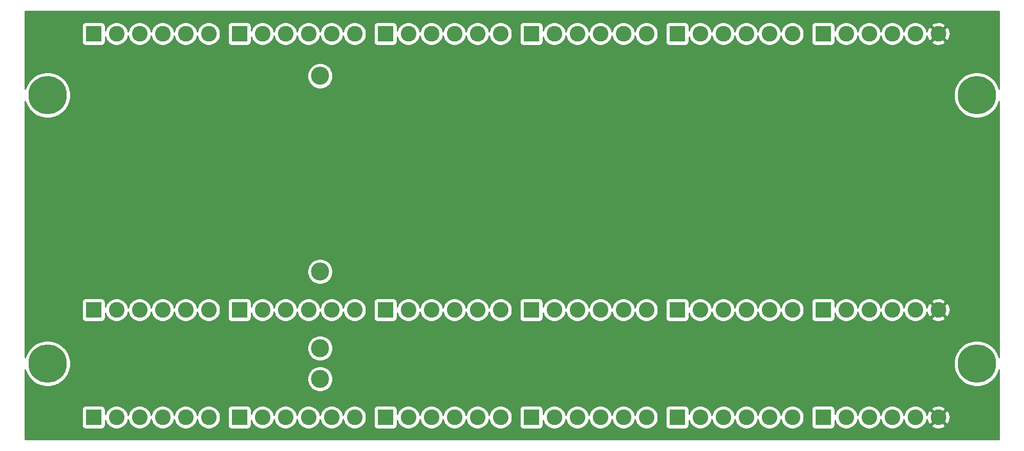
<source format=gbr>
%TF.GenerationSoftware,KiCad,Pcbnew,(5.1.6)-1*%
%TF.CreationDate,2020-11-26T15:33:50-08:00*%
%TF.ProjectId,Test Engine Breakout Board,54657374-2045-46e6-9769-6e6520427265,rev?*%
%TF.SameCoordinates,Original*%
%TF.FileFunction,Copper,L2,Bot*%
%TF.FilePolarity,Positive*%
%FSLAX46Y46*%
G04 Gerber Fmt 4.6, Leading zero omitted, Abs format (unit mm)*
G04 Created by KiCad (PCBNEW (5.1.6)-1) date 2020-11-26 15:33:50*
%MOMM*%
%LPD*%
G01*
G04 APERTURE LIST*
%TA.AperFunction,ComponentPad*%
%ADD10C,2.999994*%
%TD*%
%TA.AperFunction,ComponentPad*%
%ADD11C,6.350000*%
%TD*%
%TA.AperFunction,ComponentPad*%
%ADD12R,2.600000X2.600000*%
%TD*%
%TA.AperFunction,ComponentPad*%
%ADD13C,2.600000*%
%TD*%
%TA.AperFunction,ViaPad*%
%ADD14C,0.800000*%
%TD*%
%TA.AperFunction,Conductor*%
%ADD15C,0.254000*%
%TD*%
G04 APERTURE END LIST*
D10*
%TO.P,REF\u002A\u002A,4*%
%TO.N,/Z12*%
X108585000Y-104140000D03*
%TD*%
%TO.P,REF\u002A\u002A,3*%
%TO.N,/Z12*%
X108585000Y-99060000D03*
%TD*%
%TO.P,REF\u002A\u002A,2*%
%TO.N,/Z12*%
X108585000Y-86360000D03*
%TD*%
%TO.P,REF\u002A\u002A,1*%
%TO.N,/Z12*%
X108585000Y-53975000D03*
%TD*%
D11*
%TO.P,REF\u002A\u002A,1*%
%TO.N,N/C*%
X63500000Y-57150000D03*
%TD*%
%TO.P,REF\u002A\u002A,1*%
%TO.N,N/C*%
X63500000Y-101600000D03*
%TD*%
%TO.P,REF\u002A\u002A,1*%
%TO.N,N/C*%
X217170000Y-101600000D03*
%TD*%
%TO.P,REF\u002A\u002A,1*%
%TO.N,N/C*%
X217170000Y-57150000D03*
%TD*%
D12*
%TO.P,J1,1*%
%TO.N,/Spare1*%
X71120000Y-46990000D03*
D13*
%TO.P,J1,5*%
%TO.N,/A14*%
X86360000Y-46990000D03*
%TO.P,J1,4*%
%TO.N,/K2*%
X82550000Y-46990000D03*
%TO.P,J1,2*%
%TO.N,/Spare2*%
X74930000Y-46990000D03*
%TO.P,J1,3*%
%TO.N,/K1*%
X78740000Y-46990000D03*
%TO.P,J1,6*%
%TO.N,/K4*%
X90170000Y-46990000D03*
%TD*%
%TO.P,J2,6*%
%TO.N,/K113*%
X114300000Y-46990000D03*
%TO.P,J2,3*%
%TO.N,/F18*%
X102870000Y-46990000D03*
%TO.P,J2,2*%
%TO.N,/K7*%
X99060000Y-46990000D03*
%TO.P,J2,4*%
%TO.N,/Z12*%
X106680000Y-46990000D03*
%TO.P,J2,5*%
X110490000Y-46990000D03*
D12*
%TO.P,J2,1*%
%TO.N,/K6*%
X95250000Y-46990000D03*
%TD*%
%TO.P,J3,1*%
%TO.N,/K114*%
X119380000Y-46990000D03*
D13*
%TO.P,J3,5*%
%TO.N,/K43*%
X134620000Y-46990000D03*
%TO.P,J3,4*%
%TO.N,/K18*%
X130810000Y-46990000D03*
%TO.P,J3,2*%
%TO.N,/K115*%
X123190000Y-46990000D03*
%TO.P,J3,3*%
%TO.N,/K116*%
X127000000Y-46990000D03*
%TO.P,J3,6*%
%TO.N,/K19*%
X138430000Y-46990000D03*
%TD*%
%TO.P,J4,6*%
%TO.N,/K39*%
X162560000Y-46990000D03*
%TO.P,J4,3*%
%TO.N,/K22*%
X151130000Y-46990000D03*
%TO.P,J4,2*%
%TO.N,/K21*%
X147320000Y-46990000D03*
%TO.P,J4,4*%
%TO.N,/K141*%
X154940000Y-46990000D03*
%TO.P,J4,5*%
%TO.N,/K24*%
X158750000Y-46990000D03*
D12*
%TO.P,J4,1*%
%TO.N,/K20*%
X143510000Y-46990000D03*
%TD*%
%TO.P,J5,1*%
%TO.N,/K40*%
X167640000Y-46990000D03*
D13*
%TO.P,J5,5*%
%TO.N,/K51*%
X182880000Y-46990000D03*
%TO.P,J5,4*%
%TO.N,/K44*%
X179070000Y-46990000D03*
%TO.P,J5,2*%
%TO.N,/K41*%
X171450000Y-46990000D03*
%TO.P,J5,3*%
%TO.N,/G21*%
X175260000Y-46990000D03*
%TO.P,J5,6*%
%TO.N,/A142*%
X186690000Y-46990000D03*
%TD*%
%TO.P,J6,6*%
%TO.N,GND*%
X210820000Y-46990000D03*
%TO.P,J6,3*%
%TO.N,/K60*%
X199390000Y-46990000D03*
%TO.P,J6,2*%
%TO.N,/K59*%
X195580000Y-46990000D03*
%TO.P,J6,4*%
%TO.N,/Spare3*%
X203200000Y-46990000D03*
%TO.P,J6,5*%
%TO.N,/Spare4*%
X207010000Y-46990000D03*
D12*
%TO.P,J6,1*%
%TO.N,/K158*%
X191770000Y-46990000D03*
%TD*%
%TO.P,J7,1*%
%TO.N,/Spare1*%
X71120000Y-92710000D03*
D13*
%TO.P,J7,5*%
%TO.N,/A14*%
X86360000Y-92710000D03*
%TO.P,J7,4*%
%TO.N,/K2*%
X82550000Y-92710000D03*
%TO.P,J7,2*%
%TO.N,/Spare2*%
X74930000Y-92710000D03*
%TO.P,J7,3*%
%TO.N,/K1*%
X78740000Y-92710000D03*
%TO.P,J7,6*%
%TO.N,/K4*%
X90170000Y-92710000D03*
%TD*%
%TO.P,J8,6*%
%TO.N,/K113*%
X114300000Y-92710000D03*
%TO.P,J8,3*%
%TO.N,/F18*%
X102870000Y-92710000D03*
%TO.P,J8,2*%
%TO.N,/K7*%
X99060000Y-92710000D03*
%TO.P,J8,4*%
%TO.N,/Z12*%
X106680000Y-92710000D03*
%TO.P,J8,5*%
X110490000Y-92710000D03*
D12*
%TO.P,J8,1*%
%TO.N,/K6*%
X95250000Y-92710000D03*
%TD*%
%TO.P,J9,1*%
%TO.N,/K114*%
X119380000Y-92710000D03*
D13*
%TO.P,J9,5*%
%TO.N,/K43*%
X134620000Y-92710000D03*
%TO.P,J9,4*%
%TO.N,/K18*%
X130810000Y-92710000D03*
%TO.P,J9,2*%
%TO.N,/K115*%
X123190000Y-92710000D03*
%TO.P,J9,3*%
%TO.N,/K116*%
X127000000Y-92710000D03*
%TO.P,J9,6*%
%TO.N,/K19*%
X138430000Y-92710000D03*
%TD*%
D12*
%TO.P,J10,1*%
%TO.N,/K20*%
X143510000Y-92710000D03*
D13*
%TO.P,J10,5*%
%TO.N,/K24*%
X158750000Y-92710000D03*
%TO.P,J10,4*%
%TO.N,/K141*%
X154940000Y-92710000D03*
%TO.P,J10,2*%
%TO.N,/K21*%
X147320000Y-92710000D03*
%TO.P,J10,3*%
%TO.N,/K22*%
X151130000Y-92710000D03*
%TO.P,J10,6*%
%TO.N,/K39*%
X162560000Y-92710000D03*
%TD*%
D12*
%TO.P,J11,1*%
%TO.N,/K40*%
X167640000Y-92710000D03*
D13*
%TO.P,J11,5*%
%TO.N,/K51*%
X182880000Y-92710000D03*
%TO.P,J11,4*%
%TO.N,/K44*%
X179070000Y-92710000D03*
%TO.P,J11,2*%
%TO.N,/K41*%
X171450000Y-92710000D03*
%TO.P,J11,3*%
%TO.N,/G21*%
X175260000Y-92710000D03*
%TO.P,J11,6*%
%TO.N,/A142*%
X186690000Y-92710000D03*
%TD*%
%TO.P,J12,6*%
%TO.N,GND*%
X210820000Y-92710000D03*
%TO.P,J12,3*%
%TO.N,/K60*%
X199390000Y-92710000D03*
%TO.P,J12,2*%
%TO.N,/K59*%
X195580000Y-92710000D03*
%TO.P,J12,4*%
%TO.N,/Spare3*%
X203200000Y-92710000D03*
%TO.P,J12,5*%
%TO.N,/Spare4*%
X207010000Y-92710000D03*
D12*
%TO.P,J12,1*%
%TO.N,/K158*%
X191770000Y-92710000D03*
%TD*%
D13*
%TO.P,J13,6*%
%TO.N,/K4*%
X90170000Y-110490000D03*
%TO.P,J13,3*%
%TO.N,/K1*%
X78740000Y-110490000D03*
%TO.P,J13,2*%
%TO.N,/Spare2*%
X74930000Y-110490000D03*
%TO.P,J13,4*%
%TO.N,/K2*%
X82550000Y-110490000D03*
%TO.P,J13,5*%
%TO.N,/A14*%
X86360000Y-110490000D03*
D12*
%TO.P,J13,1*%
%TO.N,/Spare1*%
X71120000Y-110490000D03*
%TD*%
D13*
%TO.P,J14,6*%
%TO.N,/K113*%
X114300000Y-110490000D03*
%TO.P,J14,3*%
%TO.N,/F18*%
X102870000Y-110490000D03*
%TO.P,J14,2*%
%TO.N,/K7*%
X99060000Y-110490000D03*
%TO.P,J14,4*%
%TO.N,/Z12*%
X106680000Y-110490000D03*
%TO.P,J14,5*%
X110490000Y-110490000D03*
D12*
%TO.P,J14,1*%
%TO.N,/K6*%
X95250000Y-110490000D03*
%TD*%
%TO.P,J15,1*%
%TO.N,/K114*%
X119380000Y-110490000D03*
D13*
%TO.P,J15,5*%
%TO.N,/K43*%
X134620000Y-110490000D03*
%TO.P,J15,4*%
%TO.N,/K18*%
X130810000Y-110490000D03*
%TO.P,J15,2*%
%TO.N,/K115*%
X123190000Y-110490000D03*
%TO.P,J15,3*%
%TO.N,/K116*%
X127000000Y-110490000D03*
%TO.P,J15,6*%
%TO.N,/K19*%
X138430000Y-110490000D03*
%TD*%
%TO.P,J16,6*%
%TO.N,/K39*%
X162560000Y-110490000D03*
%TO.P,J16,3*%
%TO.N,/K22*%
X151130000Y-110490000D03*
%TO.P,J16,2*%
%TO.N,/K21*%
X147320000Y-110490000D03*
%TO.P,J16,4*%
%TO.N,/K141*%
X154940000Y-110490000D03*
%TO.P,J16,5*%
%TO.N,/K24*%
X158750000Y-110490000D03*
D12*
%TO.P,J16,1*%
%TO.N,/K20*%
X143510000Y-110490000D03*
%TD*%
%TO.P,J17,1*%
%TO.N,/K40*%
X167640000Y-110490000D03*
D13*
%TO.P,J17,5*%
%TO.N,/K51*%
X182880000Y-110490000D03*
%TO.P,J17,4*%
%TO.N,/K44*%
X179070000Y-110490000D03*
%TO.P,J17,2*%
%TO.N,/K41*%
X171450000Y-110490000D03*
%TO.P,J17,3*%
%TO.N,/G21*%
X175260000Y-110490000D03*
%TO.P,J17,6*%
%TO.N,/A142*%
X186690000Y-110490000D03*
%TD*%
%TO.P,J18,6*%
%TO.N,GND*%
X210820000Y-110490000D03*
%TO.P,J18,3*%
%TO.N,/K60*%
X199390000Y-110490000D03*
%TO.P,J18,2*%
%TO.N,/K59*%
X195580000Y-110490000D03*
%TO.P,J18,4*%
%TO.N,/Spare3*%
X203200000Y-110490000D03*
%TO.P,J18,5*%
%TO.N,/Spare4*%
X207010000Y-110490000D03*
D12*
%TO.P,J18,1*%
%TO.N,/K158*%
X191770000Y-110490000D03*
%TD*%
D14*
%TO.N,GND*%
X73025000Y-52070000D03*
X76835000Y-52070000D03*
X76835000Y-87630000D03*
X73025000Y-97790000D03*
X73025000Y-105410000D03*
X76835000Y-97790000D03*
X76835000Y-105410000D03*
X80645000Y-97790000D03*
X80645000Y-105410000D03*
X84455000Y-105410000D03*
X88265000Y-105410000D03*
X97155000Y-105410000D03*
X100965000Y-105410000D03*
X121285000Y-105410000D03*
X125095000Y-105410000D03*
X128905000Y-105410000D03*
X132715000Y-105410000D03*
X136525000Y-105410000D03*
X145415000Y-105410000D03*
X149225000Y-105410000D03*
X153035000Y-105410000D03*
X156845000Y-105410000D03*
X160655000Y-105410000D03*
X169545000Y-105410000D03*
X173355000Y-105410000D03*
X177165000Y-105410000D03*
X180975000Y-105410000D03*
X184785000Y-105410000D03*
X193675000Y-105410000D03*
X197485000Y-105410000D03*
X201295000Y-105410000D03*
X205105000Y-105410000D03*
X205105000Y-97790000D03*
X201295000Y-97790000D03*
X197485000Y-97790000D03*
X193675000Y-97790000D03*
X184785000Y-97790000D03*
X180975000Y-97790000D03*
X177165000Y-97790000D03*
X173355000Y-97790000D03*
X169545000Y-97790000D03*
X160655000Y-97790000D03*
X156845000Y-97790000D03*
X153035000Y-97790000D03*
X149225000Y-97790000D03*
X145415000Y-97790000D03*
X136525000Y-97790000D03*
X132715000Y-97790000D03*
X128905000Y-97790000D03*
X125095000Y-97790000D03*
X121285000Y-97790000D03*
X100965000Y-97790000D03*
X97155000Y-97790000D03*
X88265000Y-97790000D03*
X84455000Y-97790000D03*
X80645000Y-87630000D03*
X84455000Y-87630000D03*
X88265000Y-87630000D03*
X97155000Y-87630000D03*
X100965000Y-87630000D03*
X121285000Y-87630000D03*
X125095000Y-87630000D03*
X128905000Y-87630000D03*
X132715000Y-87630000D03*
X136525000Y-87630000D03*
X145415000Y-87630000D03*
X149225000Y-87630000D03*
X153035000Y-87630000D03*
X156845000Y-87630000D03*
X160655000Y-87630000D03*
X169545000Y-87630000D03*
X173355000Y-87630000D03*
X177165000Y-87630000D03*
X180975000Y-87630000D03*
X184785000Y-87630000D03*
X193675000Y-87630000D03*
X197485000Y-87630000D03*
X201295000Y-87630000D03*
X205105000Y-87630000D03*
X80645000Y-52070000D03*
X84455000Y-52070000D03*
X88265000Y-52070000D03*
X97155000Y-52070000D03*
X100965000Y-52070000D03*
X121285000Y-52070000D03*
X125095000Y-52070000D03*
X128905000Y-52070000D03*
X132715000Y-52070000D03*
X136525000Y-52070000D03*
X145415000Y-52070000D03*
X149225000Y-52070000D03*
X153035000Y-52070000D03*
X156845000Y-52070000D03*
X160655000Y-52070000D03*
X169545000Y-52070000D03*
X173355000Y-52070000D03*
X177165000Y-52070000D03*
X180975000Y-52070000D03*
X184785000Y-52070000D03*
X193675000Y-52070000D03*
X197485000Y-52070000D03*
X201295000Y-52070000D03*
X205105000Y-52070000D03*
X104775000Y-87630000D03*
X112395000Y-87630000D03*
X112395000Y-97790000D03*
X104775000Y-97790000D03*
X104775000Y-105410000D03*
X112395000Y-105410000D03*
X104775000Y-52070000D03*
X112395000Y-52070000D03*
%TD*%
D15*
%TO.N,GND*%
G36*
X220853000Y-56136275D02*
G01*
X220833584Y-56038664D01*
X220546378Y-55345288D01*
X220129420Y-54721267D01*
X219598733Y-54190580D01*
X218974712Y-53773622D01*
X218281336Y-53486416D01*
X217545252Y-53340000D01*
X216794748Y-53340000D01*
X216058664Y-53486416D01*
X215365288Y-53773622D01*
X214741267Y-54190580D01*
X214210580Y-54721267D01*
X213793622Y-55345288D01*
X213506416Y-56038664D01*
X213360000Y-56774748D01*
X213360000Y-57525252D01*
X213506416Y-58261336D01*
X213793622Y-58954712D01*
X214210580Y-59578733D01*
X214741267Y-60109420D01*
X215365288Y-60526378D01*
X216058664Y-60813584D01*
X216794748Y-60960000D01*
X217545252Y-60960000D01*
X218281336Y-60813584D01*
X218974712Y-60526378D01*
X219598733Y-60109420D01*
X220129420Y-59578733D01*
X220546378Y-58954712D01*
X220833584Y-58261336D01*
X220853000Y-58163725D01*
X220853000Y-100586275D01*
X220833584Y-100488664D01*
X220546378Y-99795288D01*
X220129420Y-99171267D01*
X219598733Y-98640580D01*
X218974712Y-98223622D01*
X218281336Y-97936416D01*
X217545252Y-97790000D01*
X216794748Y-97790000D01*
X216058664Y-97936416D01*
X215365288Y-98223622D01*
X214741267Y-98640580D01*
X214210580Y-99171267D01*
X213793622Y-99795288D01*
X213506416Y-100488664D01*
X213360000Y-101224748D01*
X213360000Y-101975252D01*
X213506416Y-102711336D01*
X213793622Y-103404712D01*
X214210580Y-104028733D01*
X214741267Y-104559420D01*
X215365288Y-104976378D01*
X216058664Y-105263584D01*
X216794748Y-105410000D01*
X217545252Y-105410000D01*
X218281336Y-105263584D01*
X218974712Y-104976378D01*
X219598733Y-104559420D01*
X220129420Y-104028733D01*
X220546378Y-103404712D01*
X220833584Y-102711336D01*
X220853000Y-102613725D01*
X220853000Y-114173000D01*
X59817000Y-114173000D01*
X59817000Y-109190000D01*
X69181928Y-109190000D01*
X69181928Y-111790000D01*
X69194188Y-111914482D01*
X69230498Y-112034180D01*
X69289463Y-112144494D01*
X69368815Y-112241185D01*
X69465506Y-112320537D01*
X69575820Y-112379502D01*
X69695518Y-112415812D01*
X69820000Y-112428072D01*
X72420000Y-112428072D01*
X72544482Y-112415812D01*
X72664180Y-112379502D01*
X72774494Y-112320537D01*
X72871185Y-112241185D01*
X72950537Y-112144494D01*
X73009502Y-112034180D01*
X73045812Y-111914482D01*
X73058072Y-111790000D01*
X73058072Y-110997665D01*
X73069361Y-111054419D01*
X73215225Y-111406566D01*
X73426987Y-111723491D01*
X73696509Y-111993013D01*
X74013434Y-112204775D01*
X74365581Y-112350639D01*
X74739419Y-112425000D01*
X75120581Y-112425000D01*
X75494419Y-112350639D01*
X75846566Y-112204775D01*
X76163491Y-111993013D01*
X76433013Y-111723491D01*
X76644775Y-111406566D01*
X76790639Y-111054419D01*
X76835000Y-110831401D01*
X76879361Y-111054419D01*
X77025225Y-111406566D01*
X77236987Y-111723491D01*
X77506509Y-111993013D01*
X77823434Y-112204775D01*
X78175581Y-112350639D01*
X78549419Y-112425000D01*
X78930581Y-112425000D01*
X79304419Y-112350639D01*
X79656566Y-112204775D01*
X79973491Y-111993013D01*
X80243013Y-111723491D01*
X80454775Y-111406566D01*
X80600639Y-111054419D01*
X80645000Y-110831401D01*
X80689361Y-111054419D01*
X80835225Y-111406566D01*
X81046987Y-111723491D01*
X81316509Y-111993013D01*
X81633434Y-112204775D01*
X81985581Y-112350639D01*
X82359419Y-112425000D01*
X82740581Y-112425000D01*
X83114419Y-112350639D01*
X83466566Y-112204775D01*
X83783491Y-111993013D01*
X84053013Y-111723491D01*
X84264775Y-111406566D01*
X84410639Y-111054419D01*
X84455000Y-110831401D01*
X84499361Y-111054419D01*
X84645225Y-111406566D01*
X84856987Y-111723491D01*
X85126509Y-111993013D01*
X85443434Y-112204775D01*
X85795581Y-112350639D01*
X86169419Y-112425000D01*
X86550581Y-112425000D01*
X86924419Y-112350639D01*
X87276566Y-112204775D01*
X87593491Y-111993013D01*
X87863013Y-111723491D01*
X88074775Y-111406566D01*
X88220639Y-111054419D01*
X88265000Y-110831401D01*
X88309361Y-111054419D01*
X88455225Y-111406566D01*
X88666987Y-111723491D01*
X88936509Y-111993013D01*
X89253434Y-112204775D01*
X89605581Y-112350639D01*
X89979419Y-112425000D01*
X90360581Y-112425000D01*
X90734419Y-112350639D01*
X91086566Y-112204775D01*
X91403491Y-111993013D01*
X91673013Y-111723491D01*
X91884775Y-111406566D01*
X92030639Y-111054419D01*
X92105000Y-110680581D01*
X92105000Y-110299419D01*
X92030639Y-109925581D01*
X91884775Y-109573434D01*
X91673013Y-109256509D01*
X91606504Y-109190000D01*
X93311928Y-109190000D01*
X93311928Y-111790000D01*
X93324188Y-111914482D01*
X93360498Y-112034180D01*
X93419463Y-112144494D01*
X93498815Y-112241185D01*
X93595506Y-112320537D01*
X93705820Y-112379502D01*
X93825518Y-112415812D01*
X93950000Y-112428072D01*
X96550000Y-112428072D01*
X96674482Y-112415812D01*
X96794180Y-112379502D01*
X96904494Y-112320537D01*
X97001185Y-112241185D01*
X97080537Y-112144494D01*
X97139502Y-112034180D01*
X97175812Y-111914482D01*
X97188072Y-111790000D01*
X97188072Y-110997665D01*
X97199361Y-111054419D01*
X97345225Y-111406566D01*
X97556987Y-111723491D01*
X97826509Y-111993013D01*
X98143434Y-112204775D01*
X98495581Y-112350639D01*
X98869419Y-112425000D01*
X99250581Y-112425000D01*
X99624419Y-112350639D01*
X99976566Y-112204775D01*
X100293491Y-111993013D01*
X100563013Y-111723491D01*
X100774775Y-111406566D01*
X100920639Y-111054419D01*
X100965000Y-110831401D01*
X101009361Y-111054419D01*
X101155225Y-111406566D01*
X101366987Y-111723491D01*
X101636509Y-111993013D01*
X101953434Y-112204775D01*
X102305581Y-112350639D01*
X102679419Y-112425000D01*
X103060581Y-112425000D01*
X103434419Y-112350639D01*
X103786566Y-112204775D01*
X104103491Y-111993013D01*
X104373013Y-111723491D01*
X104584775Y-111406566D01*
X104730639Y-111054419D01*
X104775000Y-110831401D01*
X104819361Y-111054419D01*
X104965225Y-111406566D01*
X105176987Y-111723491D01*
X105446509Y-111993013D01*
X105763434Y-112204775D01*
X106115581Y-112350639D01*
X106489419Y-112425000D01*
X106870581Y-112425000D01*
X107244419Y-112350639D01*
X107596566Y-112204775D01*
X107913491Y-111993013D01*
X108183013Y-111723491D01*
X108394775Y-111406566D01*
X108540639Y-111054419D01*
X108585000Y-110831401D01*
X108629361Y-111054419D01*
X108775225Y-111406566D01*
X108986987Y-111723491D01*
X109256509Y-111993013D01*
X109573434Y-112204775D01*
X109925581Y-112350639D01*
X110299419Y-112425000D01*
X110680581Y-112425000D01*
X111054419Y-112350639D01*
X111406566Y-112204775D01*
X111723491Y-111993013D01*
X111993013Y-111723491D01*
X112204775Y-111406566D01*
X112350639Y-111054419D01*
X112395000Y-110831401D01*
X112439361Y-111054419D01*
X112585225Y-111406566D01*
X112796987Y-111723491D01*
X113066509Y-111993013D01*
X113383434Y-112204775D01*
X113735581Y-112350639D01*
X114109419Y-112425000D01*
X114490581Y-112425000D01*
X114864419Y-112350639D01*
X115216566Y-112204775D01*
X115533491Y-111993013D01*
X115803013Y-111723491D01*
X116014775Y-111406566D01*
X116160639Y-111054419D01*
X116235000Y-110680581D01*
X116235000Y-110299419D01*
X116160639Y-109925581D01*
X116014775Y-109573434D01*
X115803013Y-109256509D01*
X115736504Y-109190000D01*
X117441928Y-109190000D01*
X117441928Y-111790000D01*
X117454188Y-111914482D01*
X117490498Y-112034180D01*
X117549463Y-112144494D01*
X117628815Y-112241185D01*
X117725506Y-112320537D01*
X117835820Y-112379502D01*
X117955518Y-112415812D01*
X118080000Y-112428072D01*
X120680000Y-112428072D01*
X120804482Y-112415812D01*
X120924180Y-112379502D01*
X121034494Y-112320537D01*
X121131185Y-112241185D01*
X121210537Y-112144494D01*
X121269502Y-112034180D01*
X121305812Y-111914482D01*
X121318072Y-111790000D01*
X121318072Y-110997665D01*
X121329361Y-111054419D01*
X121475225Y-111406566D01*
X121686987Y-111723491D01*
X121956509Y-111993013D01*
X122273434Y-112204775D01*
X122625581Y-112350639D01*
X122999419Y-112425000D01*
X123380581Y-112425000D01*
X123754419Y-112350639D01*
X124106566Y-112204775D01*
X124423491Y-111993013D01*
X124693013Y-111723491D01*
X124904775Y-111406566D01*
X125050639Y-111054419D01*
X125095000Y-110831401D01*
X125139361Y-111054419D01*
X125285225Y-111406566D01*
X125496987Y-111723491D01*
X125766509Y-111993013D01*
X126083434Y-112204775D01*
X126435581Y-112350639D01*
X126809419Y-112425000D01*
X127190581Y-112425000D01*
X127564419Y-112350639D01*
X127916566Y-112204775D01*
X128233491Y-111993013D01*
X128503013Y-111723491D01*
X128714775Y-111406566D01*
X128860639Y-111054419D01*
X128905000Y-110831401D01*
X128949361Y-111054419D01*
X129095225Y-111406566D01*
X129306987Y-111723491D01*
X129576509Y-111993013D01*
X129893434Y-112204775D01*
X130245581Y-112350639D01*
X130619419Y-112425000D01*
X131000581Y-112425000D01*
X131374419Y-112350639D01*
X131726566Y-112204775D01*
X132043491Y-111993013D01*
X132313013Y-111723491D01*
X132524775Y-111406566D01*
X132670639Y-111054419D01*
X132715000Y-110831401D01*
X132759361Y-111054419D01*
X132905225Y-111406566D01*
X133116987Y-111723491D01*
X133386509Y-111993013D01*
X133703434Y-112204775D01*
X134055581Y-112350639D01*
X134429419Y-112425000D01*
X134810581Y-112425000D01*
X135184419Y-112350639D01*
X135536566Y-112204775D01*
X135853491Y-111993013D01*
X136123013Y-111723491D01*
X136334775Y-111406566D01*
X136480639Y-111054419D01*
X136525000Y-110831401D01*
X136569361Y-111054419D01*
X136715225Y-111406566D01*
X136926987Y-111723491D01*
X137196509Y-111993013D01*
X137513434Y-112204775D01*
X137865581Y-112350639D01*
X138239419Y-112425000D01*
X138620581Y-112425000D01*
X138994419Y-112350639D01*
X139346566Y-112204775D01*
X139663491Y-111993013D01*
X139933013Y-111723491D01*
X140144775Y-111406566D01*
X140290639Y-111054419D01*
X140365000Y-110680581D01*
X140365000Y-110299419D01*
X140290639Y-109925581D01*
X140144775Y-109573434D01*
X139933013Y-109256509D01*
X139866504Y-109190000D01*
X141571928Y-109190000D01*
X141571928Y-111790000D01*
X141584188Y-111914482D01*
X141620498Y-112034180D01*
X141679463Y-112144494D01*
X141758815Y-112241185D01*
X141855506Y-112320537D01*
X141965820Y-112379502D01*
X142085518Y-112415812D01*
X142210000Y-112428072D01*
X144810000Y-112428072D01*
X144934482Y-112415812D01*
X145054180Y-112379502D01*
X145164494Y-112320537D01*
X145261185Y-112241185D01*
X145340537Y-112144494D01*
X145399502Y-112034180D01*
X145435812Y-111914482D01*
X145448072Y-111790000D01*
X145448072Y-110997665D01*
X145459361Y-111054419D01*
X145605225Y-111406566D01*
X145816987Y-111723491D01*
X146086509Y-111993013D01*
X146403434Y-112204775D01*
X146755581Y-112350639D01*
X147129419Y-112425000D01*
X147510581Y-112425000D01*
X147884419Y-112350639D01*
X148236566Y-112204775D01*
X148553491Y-111993013D01*
X148823013Y-111723491D01*
X149034775Y-111406566D01*
X149180639Y-111054419D01*
X149225000Y-110831401D01*
X149269361Y-111054419D01*
X149415225Y-111406566D01*
X149626987Y-111723491D01*
X149896509Y-111993013D01*
X150213434Y-112204775D01*
X150565581Y-112350639D01*
X150939419Y-112425000D01*
X151320581Y-112425000D01*
X151694419Y-112350639D01*
X152046566Y-112204775D01*
X152363491Y-111993013D01*
X152633013Y-111723491D01*
X152844775Y-111406566D01*
X152990639Y-111054419D01*
X153035000Y-110831401D01*
X153079361Y-111054419D01*
X153225225Y-111406566D01*
X153436987Y-111723491D01*
X153706509Y-111993013D01*
X154023434Y-112204775D01*
X154375581Y-112350639D01*
X154749419Y-112425000D01*
X155130581Y-112425000D01*
X155504419Y-112350639D01*
X155856566Y-112204775D01*
X156173491Y-111993013D01*
X156443013Y-111723491D01*
X156654775Y-111406566D01*
X156800639Y-111054419D01*
X156845000Y-110831401D01*
X156889361Y-111054419D01*
X157035225Y-111406566D01*
X157246987Y-111723491D01*
X157516509Y-111993013D01*
X157833434Y-112204775D01*
X158185581Y-112350639D01*
X158559419Y-112425000D01*
X158940581Y-112425000D01*
X159314419Y-112350639D01*
X159666566Y-112204775D01*
X159983491Y-111993013D01*
X160253013Y-111723491D01*
X160464775Y-111406566D01*
X160610639Y-111054419D01*
X160655000Y-110831401D01*
X160699361Y-111054419D01*
X160845225Y-111406566D01*
X161056987Y-111723491D01*
X161326509Y-111993013D01*
X161643434Y-112204775D01*
X161995581Y-112350639D01*
X162369419Y-112425000D01*
X162750581Y-112425000D01*
X163124419Y-112350639D01*
X163476566Y-112204775D01*
X163793491Y-111993013D01*
X164063013Y-111723491D01*
X164274775Y-111406566D01*
X164420639Y-111054419D01*
X164495000Y-110680581D01*
X164495000Y-110299419D01*
X164420639Y-109925581D01*
X164274775Y-109573434D01*
X164063013Y-109256509D01*
X163996504Y-109190000D01*
X165701928Y-109190000D01*
X165701928Y-111790000D01*
X165714188Y-111914482D01*
X165750498Y-112034180D01*
X165809463Y-112144494D01*
X165888815Y-112241185D01*
X165985506Y-112320537D01*
X166095820Y-112379502D01*
X166215518Y-112415812D01*
X166340000Y-112428072D01*
X168940000Y-112428072D01*
X169064482Y-112415812D01*
X169184180Y-112379502D01*
X169294494Y-112320537D01*
X169391185Y-112241185D01*
X169470537Y-112144494D01*
X169529502Y-112034180D01*
X169565812Y-111914482D01*
X169578072Y-111790000D01*
X169578072Y-110997665D01*
X169589361Y-111054419D01*
X169735225Y-111406566D01*
X169946987Y-111723491D01*
X170216509Y-111993013D01*
X170533434Y-112204775D01*
X170885581Y-112350639D01*
X171259419Y-112425000D01*
X171640581Y-112425000D01*
X172014419Y-112350639D01*
X172366566Y-112204775D01*
X172683491Y-111993013D01*
X172953013Y-111723491D01*
X173164775Y-111406566D01*
X173310639Y-111054419D01*
X173355000Y-110831401D01*
X173399361Y-111054419D01*
X173545225Y-111406566D01*
X173756987Y-111723491D01*
X174026509Y-111993013D01*
X174343434Y-112204775D01*
X174695581Y-112350639D01*
X175069419Y-112425000D01*
X175450581Y-112425000D01*
X175824419Y-112350639D01*
X176176566Y-112204775D01*
X176493491Y-111993013D01*
X176763013Y-111723491D01*
X176974775Y-111406566D01*
X177120639Y-111054419D01*
X177165000Y-110831401D01*
X177209361Y-111054419D01*
X177355225Y-111406566D01*
X177566987Y-111723491D01*
X177836509Y-111993013D01*
X178153434Y-112204775D01*
X178505581Y-112350639D01*
X178879419Y-112425000D01*
X179260581Y-112425000D01*
X179634419Y-112350639D01*
X179986566Y-112204775D01*
X180303491Y-111993013D01*
X180573013Y-111723491D01*
X180784775Y-111406566D01*
X180930639Y-111054419D01*
X180975000Y-110831401D01*
X181019361Y-111054419D01*
X181165225Y-111406566D01*
X181376987Y-111723491D01*
X181646509Y-111993013D01*
X181963434Y-112204775D01*
X182315581Y-112350639D01*
X182689419Y-112425000D01*
X183070581Y-112425000D01*
X183444419Y-112350639D01*
X183796566Y-112204775D01*
X184113491Y-111993013D01*
X184383013Y-111723491D01*
X184594775Y-111406566D01*
X184740639Y-111054419D01*
X184785000Y-110831401D01*
X184829361Y-111054419D01*
X184975225Y-111406566D01*
X185186987Y-111723491D01*
X185456509Y-111993013D01*
X185773434Y-112204775D01*
X186125581Y-112350639D01*
X186499419Y-112425000D01*
X186880581Y-112425000D01*
X187254419Y-112350639D01*
X187606566Y-112204775D01*
X187923491Y-111993013D01*
X188193013Y-111723491D01*
X188404775Y-111406566D01*
X188550639Y-111054419D01*
X188625000Y-110680581D01*
X188625000Y-110299419D01*
X188550639Y-109925581D01*
X188404775Y-109573434D01*
X188193013Y-109256509D01*
X188126504Y-109190000D01*
X189831928Y-109190000D01*
X189831928Y-111790000D01*
X189844188Y-111914482D01*
X189880498Y-112034180D01*
X189939463Y-112144494D01*
X190018815Y-112241185D01*
X190115506Y-112320537D01*
X190225820Y-112379502D01*
X190345518Y-112415812D01*
X190470000Y-112428072D01*
X193070000Y-112428072D01*
X193194482Y-112415812D01*
X193314180Y-112379502D01*
X193424494Y-112320537D01*
X193521185Y-112241185D01*
X193600537Y-112144494D01*
X193659502Y-112034180D01*
X193695812Y-111914482D01*
X193708072Y-111790000D01*
X193708072Y-110997665D01*
X193719361Y-111054419D01*
X193865225Y-111406566D01*
X194076987Y-111723491D01*
X194346509Y-111993013D01*
X194663434Y-112204775D01*
X195015581Y-112350639D01*
X195389419Y-112425000D01*
X195770581Y-112425000D01*
X196144419Y-112350639D01*
X196496566Y-112204775D01*
X196813491Y-111993013D01*
X197083013Y-111723491D01*
X197294775Y-111406566D01*
X197440639Y-111054419D01*
X197485000Y-110831401D01*
X197529361Y-111054419D01*
X197675225Y-111406566D01*
X197886987Y-111723491D01*
X198156509Y-111993013D01*
X198473434Y-112204775D01*
X198825581Y-112350639D01*
X199199419Y-112425000D01*
X199580581Y-112425000D01*
X199954419Y-112350639D01*
X200306566Y-112204775D01*
X200623491Y-111993013D01*
X200893013Y-111723491D01*
X201104775Y-111406566D01*
X201250639Y-111054419D01*
X201295000Y-110831401D01*
X201339361Y-111054419D01*
X201485225Y-111406566D01*
X201696987Y-111723491D01*
X201966509Y-111993013D01*
X202283434Y-112204775D01*
X202635581Y-112350639D01*
X203009419Y-112425000D01*
X203390581Y-112425000D01*
X203764419Y-112350639D01*
X204116566Y-112204775D01*
X204433491Y-111993013D01*
X204703013Y-111723491D01*
X204914775Y-111406566D01*
X205060639Y-111054419D01*
X205105000Y-110831401D01*
X205149361Y-111054419D01*
X205295225Y-111406566D01*
X205506987Y-111723491D01*
X205776509Y-111993013D01*
X206093434Y-112204775D01*
X206445581Y-112350639D01*
X206819419Y-112425000D01*
X207200581Y-112425000D01*
X207574419Y-112350639D01*
X207926566Y-112204775D01*
X208243491Y-111993013D01*
X208397280Y-111839224D01*
X209650381Y-111839224D01*
X209782317Y-112134312D01*
X210123045Y-112305159D01*
X210490557Y-112406250D01*
X210870729Y-112433701D01*
X211248951Y-112386457D01*
X211610690Y-112266333D01*
X211857683Y-112134312D01*
X211989619Y-111839224D01*
X210820000Y-110669605D01*
X209650381Y-111839224D01*
X208397280Y-111839224D01*
X208513013Y-111723491D01*
X208724775Y-111406566D01*
X208870639Y-111054419D01*
X208913530Y-110838791D01*
X208923543Y-110918951D01*
X209043667Y-111280690D01*
X209175688Y-111527683D01*
X209470776Y-111659619D01*
X210640395Y-110490000D01*
X210999605Y-110490000D01*
X212169224Y-111659619D01*
X212464312Y-111527683D01*
X212635159Y-111186955D01*
X212736250Y-110819443D01*
X212763701Y-110439271D01*
X212716457Y-110061049D01*
X212596333Y-109699310D01*
X212464312Y-109452317D01*
X212169224Y-109320381D01*
X210999605Y-110490000D01*
X210640395Y-110490000D01*
X209470776Y-109320381D01*
X209175688Y-109452317D01*
X209004841Y-109793045D01*
X208911659Y-110131803D01*
X208870639Y-109925581D01*
X208724775Y-109573434D01*
X208513013Y-109256509D01*
X208397280Y-109140776D01*
X209650381Y-109140776D01*
X210820000Y-110310395D01*
X211989619Y-109140776D01*
X211857683Y-108845688D01*
X211516955Y-108674841D01*
X211149443Y-108573750D01*
X210769271Y-108546299D01*
X210391049Y-108593543D01*
X210029310Y-108713667D01*
X209782317Y-108845688D01*
X209650381Y-109140776D01*
X208397280Y-109140776D01*
X208243491Y-108986987D01*
X207926566Y-108775225D01*
X207574419Y-108629361D01*
X207200581Y-108555000D01*
X206819419Y-108555000D01*
X206445581Y-108629361D01*
X206093434Y-108775225D01*
X205776509Y-108986987D01*
X205506987Y-109256509D01*
X205295225Y-109573434D01*
X205149361Y-109925581D01*
X205105000Y-110148599D01*
X205060639Y-109925581D01*
X204914775Y-109573434D01*
X204703013Y-109256509D01*
X204433491Y-108986987D01*
X204116566Y-108775225D01*
X203764419Y-108629361D01*
X203390581Y-108555000D01*
X203009419Y-108555000D01*
X202635581Y-108629361D01*
X202283434Y-108775225D01*
X201966509Y-108986987D01*
X201696987Y-109256509D01*
X201485225Y-109573434D01*
X201339361Y-109925581D01*
X201295000Y-110148599D01*
X201250639Y-109925581D01*
X201104775Y-109573434D01*
X200893013Y-109256509D01*
X200623491Y-108986987D01*
X200306566Y-108775225D01*
X199954419Y-108629361D01*
X199580581Y-108555000D01*
X199199419Y-108555000D01*
X198825581Y-108629361D01*
X198473434Y-108775225D01*
X198156509Y-108986987D01*
X197886987Y-109256509D01*
X197675225Y-109573434D01*
X197529361Y-109925581D01*
X197485000Y-110148599D01*
X197440639Y-109925581D01*
X197294775Y-109573434D01*
X197083013Y-109256509D01*
X196813491Y-108986987D01*
X196496566Y-108775225D01*
X196144419Y-108629361D01*
X195770581Y-108555000D01*
X195389419Y-108555000D01*
X195015581Y-108629361D01*
X194663434Y-108775225D01*
X194346509Y-108986987D01*
X194076987Y-109256509D01*
X193865225Y-109573434D01*
X193719361Y-109925581D01*
X193708072Y-109982335D01*
X193708072Y-109190000D01*
X193695812Y-109065518D01*
X193659502Y-108945820D01*
X193600537Y-108835506D01*
X193521185Y-108738815D01*
X193424494Y-108659463D01*
X193314180Y-108600498D01*
X193194482Y-108564188D01*
X193070000Y-108551928D01*
X190470000Y-108551928D01*
X190345518Y-108564188D01*
X190225820Y-108600498D01*
X190115506Y-108659463D01*
X190018815Y-108738815D01*
X189939463Y-108835506D01*
X189880498Y-108945820D01*
X189844188Y-109065518D01*
X189831928Y-109190000D01*
X188126504Y-109190000D01*
X187923491Y-108986987D01*
X187606566Y-108775225D01*
X187254419Y-108629361D01*
X186880581Y-108555000D01*
X186499419Y-108555000D01*
X186125581Y-108629361D01*
X185773434Y-108775225D01*
X185456509Y-108986987D01*
X185186987Y-109256509D01*
X184975225Y-109573434D01*
X184829361Y-109925581D01*
X184785000Y-110148599D01*
X184740639Y-109925581D01*
X184594775Y-109573434D01*
X184383013Y-109256509D01*
X184113491Y-108986987D01*
X183796566Y-108775225D01*
X183444419Y-108629361D01*
X183070581Y-108555000D01*
X182689419Y-108555000D01*
X182315581Y-108629361D01*
X181963434Y-108775225D01*
X181646509Y-108986987D01*
X181376987Y-109256509D01*
X181165225Y-109573434D01*
X181019361Y-109925581D01*
X180975000Y-110148599D01*
X180930639Y-109925581D01*
X180784775Y-109573434D01*
X180573013Y-109256509D01*
X180303491Y-108986987D01*
X179986566Y-108775225D01*
X179634419Y-108629361D01*
X179260581Y-108555000D01*
X178879419Y-108555000D01*
X178505581Y-108629361D01*
X178153434Y-108775225D01*
X177836509Y-108986987D01*
X177566987Y-109256509D01*
X177355225Y-109573434D01*
X177209361Y-109925581D01*
X177165000Y-110148599D01*
X177120639Y-109925581D01*
X176974775Y-109573434D01*
X176763013Y-109256509D01*
X176493491Y-108986987D01*
X176176566Y-108775225D01*
X175824419Y-108629361D01*
X175450581Y-108555000D01*
X175069419Y-108555000D01*
X174695581Y-108629361D01*
X174343434Y-108775225D01*
X174026509Y-108986987D01*
X173756987Y-109256509D01*
X173545225Y-109573434D01*
X173399361Y-109925581D01*
X173355000Y-110148599D01*
X173310639Y-109925581D01*
X173164775Y-109573434D01*
X172953013Y-109256509D01*
X172683491Y-108986987D01*
X172366566Y-108775225D01*
X172014419Y-108629361D01*
X171640581Y-108555000D01*
X171259419Y-108555000D01*
X170885581Y-108629361D01*
X170533434Y-108775225D01*
X170216509Y-108986987D01*
X169946987Y-109256509D01*
X169735225Y-109573434D01*
X169589361Y-109925581D01*
X169578072Y-109982335D01*
X169578072Y-109190000D01*
X169565812Y-109065518D01*
X169529502Y-108945820D01*
X169470537Y-108835506D01*
X169391185Y-108738815D01*
X169294494Y-108659463D01*
X169184180Y-108600498D01*
X169064482Y-108564188D01*
X168940000Y-108551928D01*
X166340000Y-108551928D01*
X166215518Y-108564188D01*
X166095820Y-108600498D01*
X165985506Y-108659463D01*
X165888815Y-108738815D01*
X165809463Y-108835506D01*
X165750498Y-108945820D01*
X165714188Y-109065518D01*
X165701928Y-109190000D01*
X163996504Y-109190000D01*
X163793491Y-108986987D01*
X163476566Y-108775225D01*
X163124419Y-108629361D01*
X162750581Y-108555000D01*
X162369419Y-108555000D01*
X161995581Y-108629361D01*
X161643434Y-108775225D01*
X161326509Y-108986987D01*
X161056987Y-109256509D01*
X160845225Y-109573434D01*
X160699361Y-109925581D01*
X160655000Y-110148599D01*
X160610639Y-109925581D01*
X160464775Y-109573434D01*
X160253013Y-109256509D01*
X159983491Y-108986987D01*
X159666566Y-108775225D01*
X159314419Y-108629361D01*
X158940581Y-108555000D01*
X158559419Y-108555000D01*
X158185581Y-108629361D01*
X157833434Y-108775225D01*
X157516509Y-108986987D01*
X157246987Y-109256509D01*
X157035225Y-109573434D01*
X156889361Y-109925581D01*
X156845000Y-110148599D01*
X156800639Y-109925581D01*
X156654775Y-109573434D01*
X156443013Y-109256509D01*
X156173491Y-108986987D01*
X155856566Y-108775225D01*
X155504419Y-108629361D01*
X155130581Y-108555000D01*
X154749419Y-108555000D01*
X154375581Y-108629361D01*
X154023434Y-108775225D01*
X153706509Y-108986987D01*
X153436987Y-109256509D01*
X153225225Y-109573434D01*
X153079361Y-109925581D01*
X153035000Y-110148599D01*
X152990639Y-109925581D01*
X152844775Y-109573434D01*
X152633013Y-109256509D01*
X152363491Y-108986987D01*
X152046566Y-108775225D01*
X151694419Y-108629361D01*
X151320581Y-108555000D01*
X150939419Y-108555000D01*
X150565581Y-108629361D01*
X150213434Y-108775225D01*
X149896509Y-108986987D01*
X149626987Y-109256509D01*
X149415225Y-109573434D01*
X149269361Y-109925581D01*
X149225000Y-110148599D01*
X149180639Y-109925581D01*
X149034775Y-109573434D01*
X148823013Y-109256509D01*
X148553491Y-108986987D01*
X148236566Y-108775225D01*
X147884419Y-108629361D01*
X147510581Y-108555000D01*
X147129419Y-108555000D01*
X146755581Y-108629361D01*
X146403434Y-108775225D01*
X146086509Y-108986987D01*
X145816987Y-109256509D01*
X145605225Y-109573434D01*
X145459361Y-109925581D01*
X145448072Y-109982335D01*
X145448072Y-109190000D01*
X145435812Y-109065518D01*
X145399502Y-108945820D01*
X145340537Y-108835506D01*
X145261185Y-108738815D01*
X145164494Y-108659463D01*
X145054180Y-108600498D01*
X144934482Y-108564188D01*
X144810000Y-108551928D01*
X142210000Y-108551928D01*
X142085518Y-108564188D01*
X141965820Y-108600498D01*
X141855506Y-108659463D01*
X141758815Y-108738815D01*
X141679463Y-108835506D01*
X141620498Y-108945820D01*
X141584188Y-109065518D01*
X141571928Y-109190000D01*
X139866504Y-109190000D01*
X139663491Y-108986987D01*
X139346566Y-108775225D01*
X138994419Y-108629361D01*
X138620581Y-108555000D01*
X138239419Y-108555000D01*
X137865581Y-108629361D01*
X137513434Y-108775225D01*
X137196509Y-108986987D01*
X136926987Y-109256509D01*
X136715225Y-109573434D01*
X136569361Y-109925581D01*
X136525000Y-110148599D01*
X136480639Y-109925581D01*
X136334775Y-109573434D01*
X136123013Y-109256509D01*
X135853491Y-108986987D01*
X135536566Y-108775225D01*
X135184419Y-108629361D01*
X134810581Y-108555000D01*
X134429419Y-108555000D01*
X134055581Y-108629361D01*
X133703434Y-108775225D01*
X133386509Y-108986987D01*
X133116987Y-109256509D01*
X132905225Y-109573434D01*
X132759361Y-109925581D01*
X132715000Y-110148599D01*
X132670639Y-109925581D01*
X132524775Y-109573434D01*
X132313013Y-109256509D01*
X132043491Y-108986987D01*
X131726566Y-108775225D01*
X131374419Y-108629361D01*
X131000581Y-108555000D01*
X130619419Y-108555000D01*
X130245581Y-108629361D01*
X129893434Y-108775225D01*
X129576509Y-108986987D01*
X129306987Y-109256509D01*
X129095225Y-109573434D01*
X128949361Y-109925581D01*
X128905000Y-110148599D01*
X128860639Y-109925581D01*
X128714775Y-109573434D01*
X128503013Y-109256509D01*
X128233491Y-108986987D01*
X127916566Y-108775225D01*
X127564419Y-108629361D01*
X127190581Y-108555000D01*
X126809419Y-108555000D01*
X126435581Y-108629361D01*
X126083434Y-108775225D01*
X125766509Y-108986987D01*
X125496987Y-109256509D01*
X125285225Y-109573434D01*
X125139361Y-109925581D01*
X125095000Y-110148599D01*
X125050639Y-109925581D01*
X124904775Y-109573434D01*
X124693013Y-109256509D01*
X124423491Y-108986987D01*
X124106566Y-108775225D01*
X123754419Y-108629361D01*
X123380581Y-108555000D01*
X122999419Y-108555000D01*
X122625581Y-108629361D01*
X122273434Y-108775225D01*
X121956509Y-108986987D01*
X121686987Y-109256509D01*
X121475225Y-109573434D01*
X121329361Y-109925581D01*
X121318072Y-109982335D01*
X121318072Y-109190000D01*
X121305812Y-109065518D01*
X121269502Y-108945820D01*
X121210537Y-108835506D01*
X121131185Y-108738815D01*
X121034494Y-108659463D01*
X120924180Y-108600498D01*
X120804482Y-108564188D01*
X120680000Y-108551928D01*
X118080000Y-108551928D01*
X117955518Y-108564188D01*
X117835820Y-108600498D01*
X117725506Y-108659463D01*
X117628815Y-108738815D01*
X117549463Y-108835506D01*
X117490498Y-108945820D01*
X117454188Y-109065518D01*
X117441928Y-109190000D01*
X115736504Y-109190000D01*
X115533491Y-108986987D01*
X115216566Y-108775225D01*
X114864419Y-108629361D01*
X114490581Y-108555000D01*
X114109419Y-108555000D01*
X113735581Y-108629361D01*
X113383434Y-108775225D01*
X113066509Y-108986987D01*
X112796987Y-109256509D01*
X112585225Y-109573434D01*
X112439361Y-109925581D01*
X112395000Y-110148599D01*
X112350639Y-109925581D01*
X112204775Y-109573434D01*
X111993013Y-109256509D01*
X111723491Y-108986987D01*
X111406566Y-108775225D01*
X111054419Y-108629361D01*
X110680581Y-108555000D01*
X110299419Y-108555000D01*
X109925581Y-108629361D01*
X109573434Y-108775225D01*
X109256509Y-108986987D01*
X108986987Y-109256509D01*
X108775225Y-109573434D01*
X108629361Y-109925581D01*
X108585000Y-110148599D01*
X108540639Y-109925581D01*
X108394775Y-109573434D01*
X108183013Y-109256509D01*
X107913491Y-108986987D01*
X107596566Y-108775225D01*
X107244419Y-108629361D01*
X106870581Y-108555000D01*
X106489419Y-108555000D01*
X106115581Y-108629361D01*
X105763434Y-108775225D01*
X105446509Y-108986987D01*
X105176987Y-109256509D01*
X104965225Y-109573434D01*
X104819361Y-109925581D01*
X104775000Y-110148599D01*
X104730639Y-109925581D01*
X104584775Y-109573434D01*
X104373013Y-109256509D01*
X104103491Y-108986987D01*
X103786566Y-108775225D01*
X103434419Y-108629361D01*
X103060581Y-108555000D01*
X102679419Y-108555000D01*
X102305581Y-108629361D01*
X101953434Y-108775225D01*
X101636509Y-108986987D01*
X101366987Y-109256509D01*
X101155225Y-109573434D01*
X101009361Y-109925581D01*
X100965000Y-110148599D01*
X100920639Y-109925581D01*
X100774775Y-109573434D01*
X100563013Y-109256509D01*
X100293491Y-108986987D01*
X99976566Y-108775225D01*
X99624419Y-108629361D01*
X99250581Y-108555000D01*
X98869419Y-108555000D01*
X98495581Y-108629361D01*
X98143434Y-108775225D01*
X97826509Y-108986987D01*
X97556987Y-109256509D01*
X97345225Y-109573434D01*
X97199361Y-109925581D01*
X97188072Y-109982335D01*
X97188072Y-109190000D01*
X97175812Y-109065518D01*
X97139502Y-108945820D01*
X97080537Y-108835506D01*
X97001185Y-108738815D01*
X96904494Y-108659463D01*
X96794180Y-108600498D01*
X96674482Y-108564188D01*
X96550000Y-108551928D01*
X93950000Y-108551928D01*
X93825518Y-108564188D01*
X93705820Y-108600498D01*
X93595506Y-108659463D01*
X93498815Y-108738815D01*
X93419463Y-108835506D01*
X93360498Y-108945820D01*
X93324188Y-109065518D01*
X93311928Y-109190000D01*
X91606504Y-109190000D01*
X91403491Y-108986987D01*
X91086566Y-108775225D01*
X90734419Y-108629361D01*
X90360581Y-108555000D01*
X89979419Y-108555000D01*
X89605581Y-108629361D01*
X89253434Y-108775225D01*
X88936509Y-108986987D01*
X88666987Y-109256509D01*
X88455225Y-109573434D01*
X88309361Y-109925581D01*
X88265000Y-110148599D01*
X88220639Y-109925581D01*
X88074775Y-109573434D01*
X87863013Y-109256509D01*
X87593491Y-108986987D01*
X87276566Y-108775225D01*
X86924419Y-108629361D01*
X86550581Y-108555000D01*
X86169419Y-108555000D01*
X85795581Y-108629361D01*
X85443434Y-108775225D01*
X85126509Y-108986987D01*
X84856987Y-109256509D01*
X84645225Y-109573434D01*
X84499361Y-109925581D01*
X84455000Y-110148599D01*
X84410639Y-109925581D01*
X84264775Y-109573434D01*
X84053013Y-109256509D01*
X83783491Y-108986987D01*
X83466566Y-108775225D01*
X83114419Y-108629361D01*
X82740581Y-108555000D01*
X82359419Y-108555000D01*
X81985581Y-108629361D01*
X81633434Y-108775225D01*
X81316509Y-108986987D01*
X81046987Y-109256509D01*
X80835225Y-109573434D01*
X80689361Y-109925581D01*
X80645000Y-110148599D01*
X80600639Y-109925581D01*
X80454775Y-109573434D01*
X80243013Y-109256509D01*
X79973491Y-108986987D01*
X79656566Y-108775225D01*
X79304419Y-108629361D01*
X78930581Y-108555000D01*
X78549419Y-108555000D01*
X78175581Y-108629361D01*
X77823434Y-108775225D01*
X77506509Y-108986987D01*
X77236987Y-109256509D01*
X77025225Y-109573434D01*
X76879361Y-109925581D01*
X76835000Y-110148599D01*
X76790639Y-109925581D01*
X76644775Y-109573434D01*
X76433013Y-109256509D01*
X76163491Y-108986987D01*
X75846566Y-108775225D01*
X75494419Y-108629361D01*
X75120581Y-108555000D01*
X74739419Y-108555000D01*
X74365581Y-108629361D01*
X74013434Y-108775225D01*
X73696509Y-108986987D01*
X73426987Y-109256509D01*
X73215225Y-109573434D01*
X73069361Y-109925581D01*
X73058072Y-109982335D01*
X73058072Y-109190000D01*
X73045812Y-109065518D01*
X73009502Y-108945820D01*
X72950537Y-108835506D01*
X72871185Y-108738815D01*
X72774494Y-108659463D01*
X72664180Y-108600498D01*
X72544482Y-108564188D01*
X72420000Y-108551928D01*
X69820000Y-108551928D01*
X69695518Y-108564188D01*
X69575820Y-108600498D01*
X69465506Y-108659463D01*
X69368815Y-108738815D01*
X69289463Y-108835506D01*
X69230498Y-108945820D01*
X69194188Y-109065518D01*
X69181928Y-109190000D01*
X59817000Y-109190000D01*
X59817000Y-102613725D01*
X59836416Y-102711336D01*
X60123622Y-103404712D01*
X60540580Y-104028733D01*
X61071267Y-104559420D01*
X61695288Y-104976378D01*
X62388664Y-105263584D01*
X63124748Y-105410000D01*
X63875252Y-105410000D01*
X64611336Y-105263584D01*
X65304712Y-104976378D01*
X65928733Y-104559420D01*
X66459420Y-104028733D01*
X66525577Y-103929721D01*
X106450003Y-103929721D01*
X106450003Y-104350279D01*
X106532050Y-104762756D01*
X106692990Y-105151300D01*
X106926640Y-105500981D01*
X107224019Y-105798360D01*
X107573700Y-106032010D01*
X107962244Y-106192950D01*
X108374721Y-106274997D01*
X108795279Y-106274997D01*
X109207756Y-106192950D01*
X109596300Y-106032010D01*
X109945981Y-105798360D01*
X110243360Y-105500981D01*
X110477010Y-105151300D01*
X110637950Y-104762756D01*
X110719997Y-104350279D01*
X110719997Y-103929721D01*
X110637950Y-103517244D01*
X110477010Y-103128700D01*
X110243360Y-102779019D01*
X109945981Y-102481640D01*
X109596300Y-102247990D01*
X109207756Y-102087050D01*
X108795279Y-102005003D01*
X108374721Y-102005003D01*
X107962244Y-102087050D01*
X107573700Y-102247990D01*
X107224019Y-102481640D01*
X106926640Y-102779019D01*
X106692990Y-103128700D01*
X106532050Y-103517244D01*
X106450003Y-103929721D01*
X66525577Y-103929721D01*
X66876378Y-103404712D01*
X67163584Y-102711336D01*
X67310000Y-101975252D01*
X67310000Y-101224748D01*
X67163584Y-100488664D01*
X66876378Y-99795288D01*
X66459420Y-99171267D01*
X66137874Y-98849721D01*
X106450003Y-98849721D01*
X106450003Y-99270279D01*
X106532050Y-99682756D01*
X106692990Y-100071300D01*
X106926640Y-100420981D01*
X107224019Y-100718360D01*
X107573700Y-100952010D01*
X107962244Y-101112950D01*
X108374721Y-101194997D01*
X108795279Y-101194997D01*
X109207756Y-101112950D01*
X109596300Y-100952010D01*
X109945981Y-100718360D01*
X110243360Y-100420981D01*
X110477010Y-100071300D01*
X110637950Y-99682756D01*
X110719997Y-99270279D01*
X110719997Y-98849721D01*
X110637950Y-98437244D01*
X110477010Y-98048700D01*
X110243360Y-97699019D01*
X109945981Y-97401640D01*
X109596300Y-97167990D01*
X109207756Y-97007050D01*
X108795279Y-96925003D01*
X108374721Y-96925003D01*
X107962244Y-97007050D01*
X107573700Y-97167990D01*
X107224019Y-97401640D01*
X106926640Y-97699019D01*
X106692990Y-98048700D01*
X106532050Y-98437244D01*
X106450003Y-98849721D01*
X66137874Y-98849721D01*
X65928733Y-98640580D01*
X65304712Y-98223622D01*
X64611336Y-97936416D01*
X63875252Y-97790000D01*
X63124748Y-97790000D01*
X62388664Y-97936416D01*
X61695288Y-98223622D01*
X61071267Y-98640580D01*
X60540580Y-99171267D01*
X60123622Y-99795288D01*
X59836416Y-100488664D01*
X59817000Y-100586275D01*
X59817000Y-91410000D01*
X69181928Y-91410000D01*
X69181928Y-94010000D01*
X69194188Y-94134482D01*
X69230498Y-94254180D01*
X69289463Y-94364494D01*
X69368815Y-94461185D01*
X69465506Y-94540537D01*
X69575820Y-94599502D01*
X69695518Y-94635812D01*
X69820000Y-94648072D01*
X72420000Y-94648072D01*
X72544482Y-94635812D01*
X72664180Y-94599502D01*
X72774494Y-94540537D01*
X72871185Y-94461185D01*
X72950537Y-94364494D01*
X73009502Y-94254180D01*
X73045812Y-94134482D01*
X73058072Y-94010000D01*
X73058072Y-93217665D01*
X73069361Y-93274419D01*
X73215225Y-93626566D01*
X73426987Y-93943491D01*
X73696509Y-94213013D01*
X74013434Y-94424775D01*
X74365581Y-94570639D01*
X74739419Y-94645000D01*
X75120581Y-94645000D01*
X75494419Y-94570639D01*
X75846566Y-94424775D01*
X76163491Y-94213013D01*
X76433013Y-93943491D01*
X76644775Y-93626566D01*
X76790639Y-93274419D01*
X76835000Y-93051401D01*
X76879361Y-93274419D01*
X77025225Y-93626566D01*
X77236987Y-93943491D01*
X77506509Y-94213013D01*
X77823434Y-94424775D01*
X78175581Y-94570639D01*
X78549419Y-94645000D01*
X78930581Y-94645000D01*
X79304419Y-94570639D01*
X79656566Y-94424775D01*
X79973491Y-94213013D01*
X80243013Y-93943491D01*
X80454775Y-93626566D01*
X80600639Y-93274419D01*
X80645000Y-93051401D01*
X80689361Y-93274419D01*
X80835225Y-93626566D01*
X81046987Y-93943491D01*
X81316509Y-94213013D01*
X81633434Y-94424775D01*
X81985581Y-94570639D01*
X82359419Y-94645000D01*
X82740581Y-94645000D01*
X83114419Y-94570639D01*
X83466566Y-94424775D01*
X83783491Y-94213013D01*
X84053013Y-93943491D01*
X84264775Y-93626566D01*
X84410639Y-93274419D01*
X84455000Y-93051401D01*
X84499361Y-93274419D01*
X84645225Y-93626566D01*
X84856987Y-93943491D01*
X85126509Y-94213013D01*
X85443434Y-94424775D01*
X85795581Y-94570639D01*
X86169419Y-94645000D01*
X86550581Y-94645000D01*
X86924419Y-94570639D01*
X87276566Y-94424775D01*
X87593491Y-94213013D01*
X87863013Y-93943491D01*
X88074775Y-93626566D01*
X88220639Y-93274419D01*
X88265000Y-93051401D01*
X88309361Y-93274419D01*
X88455225Y-93626566D01*
X88666987Y-93943491D01*
X88936509Y-94213013D01*
X89253434Y-94424775D01*
X89605581Y-94570639D01*
X89979419Y-94645000D01*
X90360581Y-94645000D01*
X90734419Y-94570639D01*
X91086566Y-94424775D01*
X91403491Y-94213013D01*
X91673013Y-93943491D01*
X91884775Y-93626566D01*
X92030639Y-93274419D01*
X92105000Y-92900581D01*
X92105000Y-92519419D01*
X92030639Y-92145581D01*
X91884775Y-91793434D01*
X91673013Y-91476509D01*
X91606504Y-91410000D01*
X93311928Y-91410000D01*
X93311928Y-94010000D01*
X93324188Y-94134482D01*
X93360498Y-94254180D01*
X93419463Y-94364494D01*
X93498815Y-94461185D01*
X93595506Y-94540537D01*
X93705820Y-94599502D01*
X93825518Y-94635812D01*
X93950000Y-94648072D01*
X96550000Y-94648072D01*
X96674482Y-94635812D01*
X96794180Y-94599502D01*
X96904494Y-94540537D01*
X97001185Y-94461185D01*
X97080537Y-94364494D01*
X97139502Y-94254180D01*
X97175812Y-94134482D01*
X97188072Y-94010000D01*
X97188072Y-93217665D01*
X97199361Y-93274419D01*
X97345225Y-93626566D01*
X97556987Y-93943491D01*
X97826509Y-94213013D01*
X98143434Y-94424775D01*
X98495581Y-94570639D01*
X98869419Y-94645000D01*
X99250581Y-94645000D01*
X99624419Y-94570639D01*
X99976566Y-94424775D01*
X100293491Y-94213013D01*
X100563013Y-93943491D01*
X100774775Y-93626566D01*
X100920639Y-93274419D01*
X100965000Y-93051401D01*
X101009361Y-93274419D01*
X101155225Y-93626566D01*
X101366987Y-93943491D01*
X101636509Y-94213013D01*
X101953434Y-94424775D01*
X102305581Y-94570639D01*
X102679419Y-94645000D01*
X103060581Y-94645000D01*
X103434419Y-94570639D01*
X103786566Y-94424775D01*
X104103491Y-94213013D01*
X104373013Y-93943491D01*
X104584775Y-93626566D01*
X104730639Y-93274419D01*
X104775000Y-93051401D01*
X104819361Y-93274419D01*
X104965225Y-93626566D01*
X105176987Y-93943491D01*
X105446509Y-94213013D01*
X105763434Y-94424775D01*
X106115581Y-94570639D01*
X106489419Y-94645000D01*
X106870581Y-94645000D01*
X107244419Y-94570639D01*
X107596566Y-94424775D01*
X107913491Y-94213013D01*
X108183013Y-93943491D01*
X108394775Y-93626566D01*
X108540639Y-93274419D01*
X108585000Y-93051401D01*
X108629361Y-93274419D01*
X108775225Y-93626566D01*
X108986987Y-93943491D01*
X109256509Y-94213013D01*
X109573434Y-94424775D01*
X109925581Y-94570639D01*
X110299419Y-94645000D01*
X110680581Y-94645000D01*
X111054419Y-94570639D01*
X111406566Y-94424775D01*
X111723491Y-94213013D01*
X111993013Y-93943491D01*
X112204775Y-93626566D01*
X112350639Y-93274419D01*
X112395000Y-93051401D01*
X112439361Y-93274419D01*
X112585225Y-93626566D01*
X112796987Y-93943491D01*
X113066509Y-94213013D01*
X113383434Y-94424775D01*
X113735581Y-94570639D01*
X114109419Y-94645000D01*
X114490581Y-94645000D01*
X114864419Y-94570639D01*
X115216566Y-94424775D01*
X115533491Y-94213013D01*
X115803013Y-93943491D01*
X116014775Y-93626566D01*
X116160639Y-93274419D01*
X116235000Y-92900581D01*
X116235000Y-92519419D01*
X116160639Y-92145581D01*
X116014775Y-91793434D01*
X115803013Y-91476509D01*
X115736504Y-91410000D01*
X117441928Y-91410000D01*
X117441928Y-94010000D01*
X117454188Y-94134482D01*
X117490498Y-94254180D01*
X117549463Y-94364494D01*
X117628815Y-94461185D01*
X117725506Y-94540537D01*
X117835820Y-94599502D01*
X117955518Y-94635812D01*
X118080000Y-94648072D01*
X120680000Y-94648072D01*
X120804482Y-94635812D01*
X120924180Y-94599502D01*
X121034494Y-94540537D01*
X121131185Y-94461185D01*
X121210537Y-94364494D01*
X121269502Y-94254180D01*
X121305812Y-94134482D01*
X121318072Y-94010000D01*
X121318072Y-93217665D01*
X121329361Y-93274419D01*
X121475225Y-93626566D01*
X121686987Y-93943491D01*
X121956509Y-94213013D01*
X122273434Y-94424775D01*
X122625581Y-94570639D01*
X122999419Y-94645000D01*
X123380581Y-94645000D01*
X123754419Y-94570639D01*
X124106566Y-94424775D01*
X124423491Y-94213013D01*
X124693013Y-93943491D01*
X124904775Y-93626566D01*
X125050639Y-93274419D01*
X125095000Y-93051401D01*
X125139361Y-93274419D01*
X125285225Y-93626566D01*
X125496987Y-93943491D01*
X125766509Y-94213013D01*
X126083434Y-94424775D01*
X126435581Y-94570639D01*
X126809419Y-94645000D01*
X127190581Y-94645000D01*
X127564419Y-94570639D01*
X127916566Y-94424775D01*
X128233491Y-94213013D01*
X128503013Y-93943491D01*
X128714775Y-93626566D01*
X128860639Y-93274419D01*
X128905000Y-93051401D01*
X128949361Y-93274419D01*
X129095225Y-93626566D01*
X129306987Y-93943491D01*
X129576509Y-94213013D01*
X129893434Y-94424775D01*
X130245581Y-94570639D01*
X130619419Y-94645000D01*
X131000581Y-94645000D01*
X131374419Y-94570639D01*
X131726566Y-94424775D01*
X132043491Y-94213013D01*
X132313013Y-93943491D01*
X132524775Y-93626566D01*
X132670639Y-93274419D01*
X132715000Y-93051401D01*
X132759361Y-93274419D01*
X132905225Y-93626566D01*
X133116987Y-93943491D01*
X133386509Y-94213013D01*
X133703434Y-94424775D01*
X134055581Y-94570639D01*
X134429419Y-94645000D01*
X134810581Y-94645000D01*
X135184419Y-94570639D01*
X135536566Y-94424775D01*
X135853491Y-94213013D01*
X136123013Y-93943491D01*
X136334775Y-93626566D01*
X136480639Y-93274419D01*
X136525000Y-93051401D01*
X136569361Y-93274419D01*
X136715225Y-93626566D01*
X136926987Y-93943491D01*
X137196509Y-94213013D01*
X137513434Y-94424775D01*
X137865581Y-94570639D01*
X138239419Y-94645000D01*
X138620581Y-94645000D01*
X138994419Y-94570639D01*
X139346566Y-94424775D01*
X139663491Y-94213013D01*
X139933013Y-93943491D01*
X140144775Y-93626566D01*
X140290639Y-93274419D01*
X140365000Y-92900581D01*
X140365000Y-92519419D01*
X140290639Y-92145581D01*
X140144775Y-91793434D01*
X139933013Y-91476509D01*
X139866504Y-91410000D01*
X141571928Y-91410000D01*
X141571928Y-94010000D01*
X141584188Y-94134482D01*
X141620498Y-94254180D01*
X141679463Y-94364494D01*
X141758815Y-94461185D01*
X141855506Y-94540537D01*
X141965820Y-94599502D01*
X142085518Y-94635812D01*
X142210000Y-94648072D01*
X144810000Y-94648072D01*
X144934482Y-94635812D01*
X145054180Y-94599502D01*
X145164494Y-94540537D01*
X145261185Y-94461185D01*
X145340537Y-94364494D01*
X145399502Y-94254180D01*
X145435812Y-94134482D01*
X145448072Y-94010000D01*
X145448072Y-93217665D01*
X145459361Y-93274419D01*
X145605225Y-93626566D01*
X145816987Y-93943491D01*
X146086509Y-94213013D01*
X146403434Y-94424775D01*
X146755581Y-94570639D01*
X147129419Y-94645000D01*
X147510581Y-94645000D01*
X147884419Y-94570639D01*
X148236566Y-94424775D01*
X148553491Y-94213013D01*
X148823013Y-93943491D01*
X149034775Y-93626566D01*
X149180639Y-93274419D01*
X149225000Y-93051401D01*
X149269361Y-93274419D01*
X149415225Y-93626566D01*
X149626987Y-93943491D01*
X149896509Y-94213013D01*
X150213434Y-94424775D01*
X150565581Y-94570639D01*
X150939419Y-94645000D01*
X151320581Y-94645000D01*
X151694419Y-94570639D01*
X152046566Y-94424775D01*
X152363491Y-94213013D01*
X152633013Y-93943491D01*
X152844775Y-93626566D01*
X152990639Y-93274419D01*
X153035000Y-93051401D01*
X153079361Y-93274419D01*
X153225225Y-93626566D01*
X153436987Y-93943491D01*
X153706509Y-94213013D01*
X154023434Y-94424775D01*
X154375581Y-94570639D01*
X154749419Y-94645000D01*
X155130581Y-94645000D01*
X155504419Y-94570639D01*
X155856566Y-94424775D01*
X156173491Y-94213013D01*
X156443013Y-93943491D01*
X156654775Y-93626566D01*
X156800639Y-93274419D01*
X156845000Y-93051401D01*
X156889361Y-93274419D01*
X157035225Y-93626566D01*
X157246987Y-93943491D01*
X157516509Y-94213013D01*
X157833434Y-94424775D01*
X158185581Y-94570639D01*
X158559419Y-94645000D01*
X158940581Y-94645000D01*
X159314419Y-94570639D01*
X159666566Y-94424775D01*
X159983491Y-94213013D01*
X160253013Y-93943491D01*
X160464775Y-93626566D01*
X160610639Y-93274419D01*
X160655000Y-93051401D01*
X160699361Y-93274419D01*
X160845225Y-93626566D01*
X161056987Y-93943491D01*
X161326509Y-94213013D01*
X161643434Y-94424775D01*
X161995581Y-94570639D01*
X162369419Y-94645000D01*
X162750581Y-94645000D01*
X163124419Y-94570639D01*
X163476566Y-94424775D01*
X163793491Y-94213013D01*
X164063013Y-93943491D01*
X164274775Y-93626566D01*
X164420639Y-93274419D01*
X164495000Y-92900581D01*
X164495000Y-92519419D01*
X164420639Y-92145581D01*
X164274775Y-91793434D01*
X164063013Y-91476509D01*
X163996504Y-91410000D01*
X165701928Y-91410000D01*
X165701928Y-94010000D01*
X165714188Y-94134482D01*
X165750498Y-94254180D01*
X165809463Y-94364494D01*
X165888815Y-94461185D01*
X165985506Y-94540537D01*
X166095820Y-94599502D01*
X166215518Y-94635812D01*
X166340000Y-94648072D01*
X168940000Y-94648072D01*
X169064482Y-94635812D01*
X169184180Y-94599502D01*
X169294494Y-94540537D01*
X169391185Y-94461185D01*
X169470537Y-94364494D01*
X169529502Y-94254180D01*
X169565812Y-94134482D01*
X169578072Y-94010000D01*
X169578072Y-93217665D01*
X169589361Y-93274419D01*
X169735225Y-93626566D01*
X169946987Y-93943491D01*
X170216509Y-94213013D01*
X170533434Y-94424775D01*
X170885581Y-94570639D01*
X171259419Y-94645000D01*
X171640581Y-94645000D01*
X172014419Y-94570639D01*
X172366566Y-94424775D01*
X172683491Y-94213013D01*
X172953013Y-93943491D01*
X173164775Y-93626566D01*
X173310639Y-93274419D01*
X173355000Y-93051401D01*
X173399361Y-93274419D01*
X173545225Y-93626566D01*
X173756987Y-93943491D01*
X174026509Y-94213013D01*
X174343434Y-94424775D01*
X174695581Y-94570639D01*
X175069419Y-94645000D01*
X175450581Y-94645000D01*
X175824419Y-94570639D01*
X176176566Y-94424775D01*
X176493491Y-94213013D01*
X176763013Y-93943491D01*
X176974775Y-93626566D01*
X177120639Y-93274419D01*
X177165000Y-93051401D01*
X177209361Y-93274419D01*
X177355225Y-93626566D01*
X177566987Y-93943491D01*
X177836509Y-94213013D01*
X178153434Y-94424775D01*
X178505581Y-94570639D01*
X178879419Y-94645000D01*
X179260581Y-94645000D01*
X179634419Y-94570639D01*
X179986566Y-94424775D01*
X180303491Y-94213013D01*
X180573013Y-93943491D01*
X180784775Y-93626566D01*
X180930639Y-93274419D01*
X180975000Y-93051401D01*
X181019361Y-93274419D01*
X181165225Y-93626566D01*
X181376987Y-93943491D01*
X181646509Y-94213013D01*
X181963434Y-94424775D01*
X182315581Y-94570639D01*
X182689419Y-94645000D01*
X183070581Y-94645000D01*
X183444419Y-94570639D01*
X183796566Y-94424775D01*
X184113491Y-94213013D01*
X184383013Y-93943491D01*
X184594775Y-93626566D01*
X184740639Y-93274419D01*
X184785000Y-93051401D01*
X184829361Y-93274419D01*
X184975225Y-93626566D01*
X185186987Y-93943491D01*
X185456509Y-94213013D01*
X185773434Y-94424775D01*
X186125581Y-94570639D01*
X186499419Y-94645000D01*
X186880581Y-94645000D01*
X187254419Y-94570639D01*
X187606566Y-94424775D01*
X187923491Y-94213013D01*
X188193013Y-93943491D01*
X188404775Y-93626566D01*
X188550639Y-93274419D01*
X188625000Y-92900581D01*
X188625000Y-92519419D01*
X188550639Y-92145581D01*
X188404775Y-91793434D01*
X188193013Y-91476509D01*
X188126504Y-91410000D01*
X189831928Y-91410000D01*
X189831928Y-94010000D01*
X189844188Y-94134482D01*
X189880498Y-94254180D01*
X189939463Y-94364494D01*
X190018815Y-94461185D01*
X190115506Y-94540537D01*
X190225820Y-94599502D01*
X190345518Y-94635812D01*
X190470000Y-94648072D01*
X193070000Y-94648072D01*
X193194482Y-94635812D01*
X193314180Y-94599502D01*
X193424494Y-94540537D01*
X193521185Y-94461185D01*
X193600537Y-94364494D01*
X193659502Y-94254180D01*
X193695812Y-94134482D01*
X193708072Y-94010000D01*
X193708072Y-93217665D01*
X193719361Y-93274419D01*
X193865225Y-93626566D01*
X194076987Y-93943491D01*
X194346509Y-94213013D01*
X194663434Y-94424775D01*
X195015581Y-94570639D01*
X195389419Y-94645000D01*
X195770581Y-94645000D01*
X196144419Y-94570639D01*
X196496566Y-94424775D01*
X196813491Y-94213013D01*
X197083013Y-93943491D01*
X197294775Y-93626566D01*
X197440639Y-93274419D01*
X197485000Y-93051401D01*
X197529361Y-93274419D01*
X197675225Y-93626566D01*
X197886987Y-93943491D01*
X198156509Y-94213013D01*
X198473434Y-94424775D01*
X198825581Y-94570639D01*
X199199419Y-94645000D01*
X199580581Y-94645000D01*
X199954419Y-94570639D01*
X200306566Y-94424775D01*
X200623491Y-94213013D01*
X200893013Y-93943491D01*
X201104775Y-93626566D01*
X201250639Y-93274419D01*
X201295000Y-93051401D01*
X201339361Y-93274419D01*
X201485225Y-93626566D01*
X201696987Y-93943491D01*
X201966509Y-94213013D01*
X202283434Y-94424775D01*
X202635581Y-94570639D01*
X203009419Y-94645000D01*
X203390581Y-94645000D01*
X203764419Y-94570639D01*
X204116566Y-94424775D01*
X204433491Y-94213013D01*
X204703013Y-93943491D01*
X204914775Y-93626566D01*
X205060639Y-93274419D01*
X205105000Y-93051401D01*
X205149361Y-93274419D01*
X205295225Y-93626566D01*
X205506987Y-93943491D01*
X205776509Y-94213013D01*
X206093434Y-94424775D01*
X206445581Y-94570639D01*
X206819419Y-94645000D01*
X207200581Y-94645000D01*
X207574419Y-94570639D01*
X207926566Y-94424775D01*
X208243491Y-94213013D01*
X208397280Y-94059224D01*
X209650381Y-94059224D01*
X209782317Y-94354312D01*
X210123045Y-94525159D01*
X210490557Y-94626250D01*
X210870729Y-94653701D01*
X211248951Y-94606457D01*
X211610690Y-94486333D01*
X211857683Y-94354312D01*
X211989619Y-94059224D01*
X210820000Y-92889605D01*
X209650381Y-94059224D01*
X208397280Y-94059224D01*
X208513013Y-93943491D01*
X208724775Y-93626566D01*
X208870639Y-93274419D01*
X208913530Y-93058791D01*
X208923543Y-93138951D01*
X209043667Y-93500690D01*
X209175688Y-93747683D01*
X209470776Y-93879619D01*
X210640395Y-92710000D01*
X210999605Y-92710000D01*
X212169224Y-93879619D01*
X212464312Y-93747683D01*
X212635159Y-93406955D01*
X212736250Y-93039443D01*
X212763701Y-92659271D01*
X212716457Y-92281049D01*
X212596333Y-91919310D01*
X212464312Y-91672317D01*
X212169224Y-91540381D01*
X210999605Y-92710000D01*
X210640395Y-92710000D01*
X209470776Y-91540381D01*
X209175688Y-91672317D01*
X209004841Y-92013045D01*
X208911659Y-92351803D01*
X208870639Y-92145581D01*
X208724775Y-91793434D01*
X208513013Y-91476509D01*
X208397280Y-91360776D01*
X209650381Y-91360776D01*
X210820000Y-92530395D01*
X211989619Y-91360776D01*
X211857683Y-91065688D01*
X211516955Y-90894841D01*
X211149443Y-90793750D01*
X210769271Y-90766299D01*
X210391049Y-90813543D01*
X210029310Y-90933667D01*
X209782317Y-91065688D01*
X209650381Y-91360776D01*
X208397280Y-91360776D01*
X208243491Y-91206987D01*
X207926566Y-90995225D01*
X207574419Y-90849361D01*
X207200581Y-90775000D01*
X206819419Y-90775000D01*
X206445581Y-90849361D01*
X206093434Y-90995225D01*
X205776509Y-91206987D01*
X205506987Y-91476509D01*
X205295225Y-91793434D01*
X205149361Y-92145581D01*
X205105000Y-92368599D01*
X205060639Y-92145581D01*
X204914775Y-91793434D01*
X204703013Y-91476509D01*
X204433491Y-91206987D01*
X204116566Y-90995225D01*
X203764419Y-90849361D01*
X203390581Y-90775000D01*
X203009419Y-90775000D01*
X202635581Y-90849361D01*
X202283434Y-90995225D01*
X201966509Y-91206987D01*
X201696987Y-91476509D01*
X201485225Y-91793434D01*
X201339361Y-92145581D01*
X201295000Y-92368599D01*
X201250639Y-92145581D01*
X201104775Y-91793434D01*
X200893013Y-91476509D01*
X200623491Y-91206987D01*
X200306566Y-90995225D01*
X199954419Y-90849361D01*
X199580581Y-90775000D01*
X199199419Y-90775000D01*
X198825581Y-90849361D01*
X198473434Y-90995225D01*
X198156509Y-91206987D01*
X197886987Y-91476509D01*
X197675225Y-91793434D01*
X197529361Y-92145581D01*
X197485000Y-92368599D01*
X197440639Y-92145581D01*
X197294775Y-91793434D01*
X197083013Y-91476509D01*
X196813491Y-91206987D01*
X196496566Y-90995225D01*
X196144419Y-90849361D01*
X195770581Y-90775000D01*
X195389419Y-90775000D01*
X195015581Y-90849361D01*
X194663434Y-90995225D01*
X194346509Y-91206987D01*
X194076987Y-91476509D01*
X193865225Y-91793434D01*
X193719361Y-92145581D01*
X193708072Y-92202335D01*
X193708072Y-91410000D01*
X193695812Y-91285518D01*
X193659502Y-91165820D01*
X193600537Y-91055506D01*
X193521185Y-90958815D01*
X193424494Y-90879463D01*
X193314180Y-90820498D01*
X193194482Y-90784188D01*
X193070000Y-90771928D01*
X190470000Y-90771928D01*
X190345518Y-90784188D01*
X190225820Y-90820498D01*
X190115506Y-90879463D01*
X190018815Y-90958815D01*
X189939463Y-91055506D01*
X189880498Y-91165820D01*
X189844188Y-91285518D01*
X189831928Y-91410000D01*
X188126504Y-91410000D01*
X187923491Y-91206987D01*
X187606566Y-90995225D01*
X187254419Y-90849361D01*
X186880581Y-90775000D01*
X186499419Y-90775000D01*
X186125581Y-90849361D01*
X185773434Y-90995225D01*
X185456509Y-91206987D01*
X185186987Y-91476509D01*
X184975225Y-91793434D01*
X184829361Y-92145581D01*
X184785000Y-92368599D01*
X184740639Y-92145581D01*
X184594775Y-91793434D01*
X184383013Y-91476509D01*
X184113491Y-91206987D01*
X183796566Y-90995225D01*
X183444419Y-90849361D01*
X183070581Y-90775000D01*
X182689419Y-90775000D01*
X182315581Y-90849361D01*
X181963434Y-90995225D01*
X181646509Y-91206987D01*
X181376987Y-91476509D01*
X181165225Y-91793434D01*
X181019361Y-92145581D01*
X180975000Y-92368599D01*
X180930639Y-92145581D01*
X180784775Y-91793434D01*
X180573013Y-91476509D01*
X180303491Y-91206987D01*
X179986566Y-90995225D01*
X179634419Y-90849361D01*
X179260581Y-90775000D01*
X178879419Y-90775000D01*
X178505581Y-90849361D01*
X178153434Y-90995225D01*
X177836509Y-91206987D01*
X177566987Y-91476509D01*
X177355225Y-91793434D01*
X177209361Y-92145581D01*
X177165000Y-92368599D01*
X177120639Y-92145581D01*
X176974775Y-91793434D01*
X176763013Y-91476509D01*
X176493491Y-91206987D01*
X176176566Y-90995225D01*
X175824419Y-90849361D01*
X175450581Y-90775000D01*
X175069419Y-90775000D01*
X174695581Y-90849361D01*
X174343434Y-90995225D01*
X174026509Y-91206987D01*
X173756987Y-91476509D01*
X173545225Y-91793434D01*
X173399361Y-92145581D01*
X173355000Y-92368599D01*
X173310639Y-92145581D01*
X173164775Y-91793434D01*
X172953013Y-91476509D01*
X172683491Y-91206987D01*
X172366566Y-90995225D01*
X172014419Y-90849361D01*
X171640581Y-90775000D01*
X171259419Y-90775000D01*
X170885581Y-90849361D01*
X170533434Y-90995225D01*
X170216509Y-91206987D01*
X169946987Y-91476509D01*
X169735225Y-91793434D01*
X169589361Y-92145581D01*
X169578072Y-92202335D01*
X169578072Y-91410000D01*
X169565812Y-91285518D01*
X169529502Y-91165820D01*
X169470537Y-91055506D01*
X169391185Y-90958815D01*
X169294494Y-90879463D01*
X169184180Y-90820498D01*
X169064482Y-90784188D01*
X168940000Y-90771928D01*
X166340000Y-90771928D01*
X166215518Y-90784188D01*
X166095820Y-90820498D01*
X165985506Y-90879463D01*
X165888815Y-90958815D01*
X165809463Y-91055506D01*
X165750498Y-91165820D01*
X165714188Y-91285518D01*
X165701928Y-91410000D01*
X163996504Y-91410000D01*
X163793491Y-91206987D01*
X163476566Y-90995225D01*
X163124419Y-90849361D01*
X162750581Y-90775000D01*
X162369419Y-90775000D01*
X161995581Y-90849361D01*
X161643434Y-90995225D01*
X161326509Y-91206987D01*
X161056987Y-91476509D01*
X160845225Y-91793434D01*
X160699361Y-92145581D01*
X160655000Y-92368599D01*
X160610639Y-92145581D01*
X160464775Y-91793434D01*
X160253013Y-91476509D01*
X159983491Y-91206987D01*
X159666566Y-90995225D01*
X159314419Y-90849361D01*
X158940581Y-90775000D01*
X158559419Y-90775000D01*
X158185581Y-90849361D01*
X157833434Y-90995225D01*
X157516509Y-91206987D01*
X157246987Y-91476509D01*
X157035225Y-91793434D01*
X156889361Y-92145581D01*
X156845000Y-92368599D01*
X156800639Y-92145581D01*
X156654775Y-91793434D01*
X156443013Y-91476509D01*
X156173491Y-91206987D01*
X155856566Y-90995225D01*
X155504419Y-90849361D01*
X155130581Y-90775000D01*
X154749419Y-90775000D01*
X154375581Y-90849361D01*
X154023434Y-90995225D01*
X153706509Y-91206987D01*
X153436987Y-91476509D01*
X153225225Y-91793434D01*
X153079361Y-92145581D01*
X153035000Y-92368599D01*
X152990639Y-92145581D01*
X152844775Y-91793434D01*
X152633013Y-91476509D01*
X152363491Y-91206987D01*
X152046566Y-90995225D01*
X151694419Y-90849361D01*
X151320581Y-90775000D01*
X150939419Y-90775000D01*
X150565581Y-90849361D01*
X150213434Y-90995225D01*
X149896509Y-91206987D01*
X149626987Y-91476509D01*
X149415225Y-91793434D01*
X149269361Y-92145581D01*
X149225000Y-92368599D01*
X149180639Y-92145581D01*
X149034775Y-91793434D01*
X148823013Y-91476509D01*
X148553491Y-91206987D01*
X148236566Y-90995225D01*
X147884419Y-90849361D01*
X147510581Y-90775000D01*
X147129419Y-90775000D01*
X146755581Y-90849361D01*
X146403434Y-90995225D01*
X146086509Y-91206987D01*
X145816987Y-91476509D01*
X145605225Y-91793434D01*
X145459361Y-92145581D01*
X145448072Y-92202335D01*
X145448072Y-91410000D01*
X145435812Y-91285518D01*
X145399502Y-91165820D01*
X145340537Y-91055506D01*
X145261185Y-90958815D01*
X145164494Y-90879463D01*
X145054180Y-90820498D01*
X144934482Y-90784188D01*
X144810000Y-90771928D01*
X142210000Y-90771928D01*
X142085518Y-90784188D01*
X141965820Y-90820498D01*
X141855506Y-90879463D01*
X141758815Y-90958815D01*
X141679463Y-91055506D01*
X141620498Y-91165820D01*
X141584188Y-91285518D01*
X141571928Y-91410000D01*
X139866504Y-91410000D01*
X139663491Y-91206987D01*
X139346566Y-90995225D01*
X138994419Y-90849361D01*
X138620581Y-90775000D01*
X138239419Y-90775000D01*
X137865581Y-90849361D01*
X137513434Y-90995225D01*
X137196509Y-91206987D01*
X136926987Y-91476509D01*
X136715225Y-91793434D01*
X136569361Y-92145581D01*
X136525000Y-92368599D01*
X136480639Y-92145581D01*
X136334775Y-91793434D01*
X136123013Y-91476509D01*
X135853491Y-91206987D01*
X135536566Y-90995225D01*
X135184419Y-90849361D01*
X134810581Y-90775000D01*
X134429419Y-90775000D01*
X134055581Y-90849361D01*
X133703434Y-90995225D01*
X133386509Y-91206987D01*
X133116987Y-91476509D01*
X132905225Y-91793434D01*
X132759361Y-92145581D01*
X132715000Y-92368599D01*
X132670639Y-92145581D01*
X132524775Y-91793434D01*
X132313013Y-91476509D01*
X132043491Y-91206987D01*
X131726566Y-90995225D01*
X131374419Y-90849361D01*
X131000581Y-90775000D01*
X130619419Y-90775000D01*
X130245581Y-90849361D01*
X129893434Y-90995225D01*
X129576509Y-91206987D01*
X129306987Y-91476509D01*
X129095225Y-91793434D01*
X128949361Y-92145581D01*
X128905000Y-92368599D01*
X128860639Y-92145581D01*
X128714775Y-91793434D01*
X128503013Y-91476509D01*
X128233491Y-91206987D01*
X127916566Y-90995225D01*
X127564419Y-90849361D01*
X127190581Y-90775000D01*
X126809419Y-90775000D01*
X126435581Y-90849361D01*
X126083434Y-90995225D01*
X125766509Y-91206987D01*
X125496987Y-91476509D01*
X125285225Y-91793434D01*
X125139361Y-92145581D01*
X125095000Y-92368599D01*
X125050639Y-92145581D01*
X124904775Y-91793434D01*
X124693013Y-91476509D01*
X124423491Y-91206987D01*
X124106566Y-90995225D01*
X123754419Y-90849361D01*
X123380581Y-90775000D01*
X122999419Y-90775000D01*
X122625581Y-90849361D01*
X122273434Y-90995225D01*
X121956509Y-91206987D01*
X121686987Y-91476509D01*
X121475225Y-91793434D01*
X121329361Y-92145581D01*
X121318072Y-92202335D01*
X121318072Y-91410000D01*
X121305812Y-91285518D01*
X121269502Y-91165820D01*
X121210537Y-91055506D01*
X121131185Y-90958815D01*
X121034494Y-90879463D01*
X120924180Y-90820498D01*
X120804482Y-90784188D01*
X120680000Y-90771928D01*
X118080000Y-90771928D01*
X117955518Y-90784188D01*
X117835820Y-90820498D01*
X117725506Y-90879463D01*
X117628815Y-90958815D01*
X117549463Y-91055506D01*
X117490498Y-91165820D01*
X117454188Y-91285518D01*
X117441928Y-91410000D01*
X115736504Y-91410000D01*
X115533491Y-91206987D01*
X115216566Y-90995225D01*
X114864419Y-90849361D01*
X114490581Y-90775000D01*
X114109419Y-90775000D01*
X113735581Y-90849361D01*
X113383434Y-90995225D01*
X113066509Y-91206987D01*
X112796987Y-91476509D01*
X112585225Y-91793434D01*
X112439361Y-92145581D01*
X112395000Y-92368599D01*
X112350639Y-92145581D01*
X112204775Y-91793434D01*
X111993013Y-91476509D01*
X111723491Y-91206987D01*
X111406566Y-90995225D01*
X111054419Y-90849361D01*
X110680581Y-90775000D01*
X110299419Y-90775000D01*
X109925581Y-90849361D01*
X109573434Y-90995225D01*
X109256509Y-91206987D01*
X108986987Y-91476509D01*
X108775225Y-91793434D01*
X108629361Y-92145581D01*
X108585000Y-92368599D01*
X108540639Y-92145581D01*
X108394775Y-91793434D01*
X108183013Y-91476509D01*
X107913491Y-91206987D01*
X107596566Y-90995225D01*
X107244419Y-90849361D01*
X106870581Y-90775000D01*
X106489419Y-90775000D01*
X106115581Y-90849361D01*
X105763434Y-90995225D01*
X105446509Y-91206987D01*
X105176987Y-91476509D01*
X104965225Y-91793434D01*
X104819361Y-92145581D01*
X104775000Y-92368599D01*
X104730639Y-92145581D01*
X104584775Y-91793434D01*
X104373013Y-91476509D01*
X104103491Y-91206987D01*
X103786566Y-90995225D01*
X103434419Y-90849361D01*
X103060581Y-90775000D01*
X102679419Y-90775000D01*
X102305581Y-90849361D01*
X101953434Y-90995225D01*
X101636509Y-91206987D01*
X101366987Y-91476509D01*
X101155225Y-91793434D01*
X101009361Y-92145581D01*
X100965000Y-92368599D01*
X100920639Y-92145581D01*
X100774775Y-91793434D01*
X100563013Y-91476509D01*
X100293491Y-91206987D01*
X99976566Y-90995225D01*
X99624419Y-90849361D01*
X99250581Y-90775000D01*
X98869419Y-90775000D01*
X98495581Y-90849361D01*
X98143434Y-90995225D01*
X97826509Y-91206987D01*
X97556987Y-91476509D01*
X97345225Y-91793434D01*
X97199361Y-92145581D01*
X97188072Y-92202335D01*
X97188072Y-91410000D01*
X97175812Y-91285518D01*
X97139502Y-91165820D01*
X97080537Y-91055506D01*
X97001185Y-90958815D01*
X96904494Y-90879463D01*
X96794180Y-90820498D01*
X96674482Y-90784188D01*
X96550000Y-90771928D01*
X93950000Y-90771928D01*
X93825518Y-90784188D01*
X93705820Y-90820498D01*
X93595506Y-90879463D01*
X93498815Y-90958815D01*
X93419463Y-91055506D01*
X93360498Y-91165820D01*
X93324188Y-91285518D01*
X93311928Y-91410000D01*
X91606504Y-91410000D01*
X91403491Y-91206987D01*
X91086566Y-90995225D01*
X90734419Y-90849361D01*
X90360581Y-90775000D01*
X89979419Y-90775000D01*
X89605581Y-90849361D01*
X89253434Y-90995225D01*
X88936509Y-91206987D01*
X88666987Y-91476509D01*
X88455225Y-91793434D01*
X88309361Y-92145581D01*
X88265000Y-92368599D01*
X88220639Y-92145581D01*
X88074775Y-91793434D01*
X87863013Y-91476509D01*
X87593491Y-91206987D01*
X87276566Y-90995225D01*
X86924419Y-90849361D01*
X86550581Y-90775000D01*
X86169419Y-90775000D01*
X85795581Y-90849361D01*
X85443434Y-90995225D01*
X85126509Y-91206987D01*
X84856987Y-91476509D01*
X84645225Y-91793434D01*
X84499361Y-92145581D01*
X84455000Y-92368599D01*
X84410639Y-92145581D01*
X84264775Y-91793434D01*
X84053013Y-91476509D01*
X83783491Y-91206987D01*
X83466566Y-90995225D01*
X83114419Y-90849361D01*
X82740581Y-90775000D01*
X82359419Y-90775000D01*
X81985581Y-90849361D01*
X81633434Y-90995225D01*
X81316509Y-91206987D01*
X81046987Y-91476509D01*
X80835225Y-91793434D01*
X80689361Y-92145581D01*
X80645000Y-92368599D01*
X80600639Y-92145581D01*
X80454775Y-91793434D01*
X80243013Y-91476509D01*
X79973491Y-91206987D01*
X79656566Y-90995225D01*
X79304419Y-90849361D01*
X78930581Y-90775000D01*
X78549419Y-90775000D01*
X78175581Y-90849361D01*
X77823434Y-90995225D01*
X77506509Y-91206987D01*
X77236987Y-91476509D01*
X77025225Y-91793434D01*
X76879361Y-92145581D01*
X76835000Y-92368599D01*
X76790639Y-92145581D01*
X76644775Y-91793434D01*
X76433013Y-91476509D01*
X76163491Y-91206987D01*
X75846566Y-90995225D01*
X75494419Y-90849361D01*
X75120581Y-90775000D01*
X74739419Y-90775000D01*
X74365581Y-90849361D01*
X74013434Y-90995225D01*
X73696509Y-91206987D01*
X73426987Y-91476509D01*
X73215225Y-91793434D01*
X73069361Y-92145581D01*
X73058072Y-92202335D01*
X73058072Y-91410000D01*
X73045812Y-91285518D01*
X73009502Y-91165820D01*
X72950537Y-91055506D01*
X72871185Y-90958815D01*
X72774494Y-90879463D01*
X72664180Y-90820498D01*
X72544482Y-90784188D01*
X72420000Y-90771928D01*
X69820000Y-90771928D01*
X69695518Y-90784188D01*
X69575820Y-90820498D01*
X69465506Y-90879463D01*
X69368815Y-90958815D01*
X69289463Y-91055506D01*
X69230498Y-91165820D01*
X69194188Y-91285518D01*
X69181928Y-91410000D01*
X59817000Y-91410000D01*
X59817000Y-86149721D01*
X106450003Y-86149721D01*
X106450003Y-86570279D01*
X106532050Y-86982756D01*
X106692990Y-87371300D01*
X106926640Y-87720981D01*
X107224019Y-88018360D01*
X107573700Y-88252010D01*
X107962244Y-88412950D01*
X108374721Y-88494997D01*
X108795279Y-88494997D01*
X109207756Y-88412950D01*
X109596300Y-88252010D01*
X109945981Y-88018360D01*
X110243360Y-87720981D01*
X110477010Y-87371300D01*
X110637950Y-86982756D01*
X110719997Y-86570279D01*
X110719997Y-86149721D01*
X110637950Y-85737244D01*
X110477010Y-85348700D01*
X110243360Y-84999019D01*
X109945981Y-84701640D01*
X109596300Y-84467990D01*
X109207756Y-84307050D01*
X108795279Y-84225003D01*
X108374721Y-84225003D01*
X107962244Y-84307050D01*
X107573700Y-84467990D01*
X107224019Y-84701640D01*
X106926640Y-84999019D01*
X106692990Y-85348700D01*
X106532050Y-85737244D01*
X106450003Y-86149721D01*
X59817000Y-86149721D01*
X59817000Y-58163725D01*
X59836416Y-58261336D01*
X60123622Y-58954712D01*
X60540580Y-59578733D01*
X61071267Y-60109420D01*
X61695288Y-60526378D01*
X62388664Y-60813584D01*
X63124748Y-60960000D01*
X63875252Y-60960000D01*
X64611336Y-60813584D01*
X65304712Y-60526378D01*
X65928733Y-60109420D01*
X66459420Y-59578733D01*
X66876378Y-58954712D01*
X67163584Y-58261336D01*
X67310000Y-57525252D01*
X67310000Y-56774748D01*
X67163584Y-56038664D01*
X66876378Y-55345288D01*
X66459420Y-54721267D01*
X65928733Y-54190580D01*
X65304712Y-53773622D01*
X65283224Y-53764721D01*
X106450003Y-53764721D01*
X106450003Y-54185279D01*
X106532050Y-54597756D01*
X106692990Y-54986300D01*
X106926640Y-55335981D01*
X107224019Y-55633360D01*
X107573700Y-55867010D01*
X107962244Y-56027950D01*
X108374721Y-56109997D01*
X108795279Y-56109997D01*
X109207756Y-56027950D01*
X109596300Y-55867010D01*
X109945981Y-55633360D01*
X110243360Y-55335981D01*
X110477010Y-54986300D01*
X110637950Y-54597756D01*
X110719997Y-54185279D01*
X110719997Y-53764721D01*
X110637950Y-53352244D01*
X110477010Y-52963700D01*
X110243360Y-52614019D01*
X109945981Y-52316640D01*
X109596300Y-52082990D01*
X109207756Y-51922050D01*
X108795279Y-51840003D01*
X108374721Y-51840003D01*
X107962244Y-51922050D01*
X107573700Y-52082990D01*
X107224019Y-52316640D01*
X106926640Y-52614019D01*
X106692990Y-52963700D01*
X106532050Y-53352244D01*
X106450003Y-53764721D01*
X65283224Y-53764721D01*
X64611336Y-53486416D01*
X63875252Y-53340000D01*
X63124748Y-53340000D01*
X62388664Y-53486416D01*
X61695288Y-53773622D01*
X61071267Y-54190580D01*
X60540580Y-54721267D01*
X60123622Y-55345288D01*
X59836416Y-56038664D01*
X59817000Y-56136275D01*
X59817000Y-45690000D01*
X69181928Y-45690000D01*
X69181928Y-48290000D01*
X69194188Y-48414482D01*
X69230498Y-48534180D01*
X69289463Y-48644494D01*
X69368815Y-48741185D01*
X69465506Y-48820537D01*
X69575820Y-48879502D01*
X69695518Y-48915812D01*
X69820000Y-48928072D01*
X72420000Y-48928072D01*
X72544482Y-48915812D01*
X72664180Y-48879502D01*
X72774494Y-48820537D01*
X72871185Y-48741185D01*
X72950537Y-48644494D01*
X73009502Y-48534180D01*
X73045812Y-48414482D01*
X73058072Y-48290000D01*
X73058072Y-47497665D01*
X73069361Y-47554419D01*
X73215225Y-47906566D01*
X73426987Y-48223491D01*
X73696509Y-48493013D01*
X74013434Y-48704775D01*
X74365581Y-48850639D01*
X74739419Y-48925000D01*
X75120581Y-48925000D01*
X75494419Y-48850639D01*
X75846566Y-48704775D01*
X76163491Y-48493013D01*
X76433013Y-48223491D01*
X76644775Y-47906566D01*
X76790639Y-47554419D01*
X76835000Y-47331401D01*
X76879361Y-47554419D01*
X77025225Y-47906566D01*
X77236987Y-48223491D01*
X77506509Y-48493013D01*
X77823434Y-48704775D01*
X78175581Y-48850639D01*
X78549419Y-48925000D01*
X78930581Y-48925000D01*
X79304419Y-48850639D01*
X79656566Y-48704775D01*
X79973491Y-48493013D01*
X80243013Y-48223491D01*
X80454775Y-47906566D01*
X80600639Y-47554419D01*
X80645000Y-47331401D01*
X80689361Y-47554419D01*
X80835225Y-47906566D01*
X81046987Y-48223491D01*
X81316509Y-48493013D01*
X81633434Y-48704775D01*
X81985581Y-48850639D01*
X82359419Y-48925000D01*
X82740581Y-48925000D01*
X83114419Y-48850639D01*
X83466566Y-48704775D01*
X83783491Y-48493013D01*
X84053013Y-48223491D01*
X84264775Y-47906566D01*
X84410639Y-47554419D01*
X84455000Y-47331401D01*
X84499361Y-47554419D01*
X84645225Y-47906566D01*
X84856987Y-48223491D01*
X85126509Y-48493013D01*
X85443434Y-48704775D01*
X85795581Y-48850639D01*
X86169419Y-48925000D01*
X86550581Y-48925000D01*
X86924419Y-48850639D01*
X87276566Y-48704775D01*
X87593491Y-48493013D01*
X87863013Y-48223491D01*
X88074775Y-47906566D01*
X88220639Y-47554419D01*
X88265000Y-47331401D01*
X88309361Y-47554419D01*
X88455225Y-47906566D01*
X88666987Y-48223491D01*
X88936509Y-48493013D01*
X89253434Y-48704775D01*
X89605581Y-48850639D01*
X89979419Y-48925000D01*
X90360581Y-48925000D01*
X90734419Y-48850639D01*
X91086566Y-48704775D01*
X91403491Y-48493013D01*
X91673013Y-48223491D01*
X91884775Y-47906566D01*
X92030639Y-47554419D01*
X92105000Y-47180581D01*
X92105000Y-46799419D01*
X92030639Y-46425581D01*
X91884775Y-46073434D01*
X91673013Y-45756509D01*
X91606504Y-45690000D01*
X93311928Y-45690000D01*
X93311928Y-48290000D01*
X93324188Y-48414482D01*
X93360498Y-48534180D01*
X93419463Y-48644494D01*
X93498815Y-48741185D01*
X93595506Y-48820537D01*
X93705820Y-48879502D01*
X93825518Y-48915812D01*
X93950000Y-48928072D01*
X96550000Y-48928072D01*
X96674482Y-48915812D01*
X96794180Y-48879502D01*
X96904494Y-48820537D01*
X97001185Y-48741185D01*
X97080537Y-48644494D01*
X97139502Y-48534180D01*
X97175812Y-48414482D01*
X97188072Y-48290000D01*
X97188072Y-47497665D01*
X97199361Y-47554419D01*
X97345225Y-47906566D01*
X97556987Y-48223491D01*
X97826509Y-48493013D01*
X98143434Y-48704775D01*
X98495581Y-48850639D01*
X98869419Y-48925000D01*
X99250581Y-48925000D01*
X99624419Y-48850639D01*
X99976566Y-48704775D01*
X100293491Y-48493013D01*
X100563013Y-48223491D01*
X100774775Y-47906566D01*
X100920639Y-47554419D01*
X100965000Y-47331401D01*
X101009361Y-47554419D01*
X101155225Y-47906566D01*
X101366987Y-48223491D01*
X101636509Y-48493013D01*
X101953434Y-48704775D01*
X102305581Y-48850639D01*
X102679419Y-48925000D01*
X103060581Y-48925000D01*
X103434419Y-48850639D01*
X103786566Y-48704775D01*
X104103491Y-48493013D01*
X104373013Y-48223491D01*
X104584775Y-47906566D01*
X104730639Y-47554419D01*
X104775000Y-47331401D01*
X104819361Y-47554419D01*
X104965225Y-47906566D01*
X105176987Y-48223491D01*
X105446509Y-48493013D01*
X105763434Y-48704775D01*
X106115581Y-48850639D01*
X106489419Y-48925000D01*
X106870581Y-48925000D01*
X107244419Y-48850639D01*
X107596566Y-48704775D01*
X107913491Y-48493013D01*
X108183013Y-48223491D01*
X108394775Y-47906566D01*
X108540639Y-47554419D01*
X108585000Y-47331401D01*
X108629361Y-47554419D01*
X108775225Y-47906566D01*
X108986987Y-48223491D01*
X109256509Y-48493013D01*
X109573434Y-48704775D01*
X109925581Y-48850639D01*
X110299419Y-48925000D01*
X110680581Y-48925000D01*
X111054419Y-48850639D01*
X111406566Y-48704775D01*
X111723491Y-48493013D01*
X111993013Y-48223491D01*
X112204775Y-47906566D01*
X112350639Y-47554419D01*
X112395000Y-47331401D01*
X112439361Y-47554419D01*
X112585225Y-47906566D01*
X112796987Y-48223491D01*
X113066509Y-48493013D01*
X113383434Y-48704775D01*
X113735581Y-48850639D01*
X114109419Y-48925000D01*
X114490581Y-48925000D01*
X114864419Y-48850639D01*
X115216566Y-48704775D01*
X115533491Y-48493013D01*
X115803013Y-48223491D01*
X116014775Y-47906566D01*
X116160639Y-47554419D01*
X116235000Y-47180581D01*
X116235000Y-46799419D01*
X116160639Y-46425581D01*
X116014775Y-46073434D01*
X115803013Y-45756509D01*
X115736504Y-45690000D01*
X117441928Y-45690000D01*
X117441928Y-48290000D01*
X117454188Y-48414482D01*
X117490498Y-48534180D01*
X117549463Y-48644494D01*
X117628815Y-48741185D01*
X117725506Y-48820537D01*
X117835820Y-48879502D01*
X117955518Y-48915812D01*
X118080000Y-48928072D01*
X120680000Y-48928072D01*
X120804482Y-48915812D01*
X120924180Y-48879502D01*
X121034494Y-48820537D01*
X121131185Y-48741185D01*
X121210537Y-48644494D01*
X121269502Y-48534180D01*
X121305812Y-48414482D01*
X121318072Y-48290000D01*
X121318072Y-47497665D01*
X121329361Y-47554419D01*
X121475225Y-47906566D01*
X121686987Y-48223491D01*
X121956509Y-48493013D01*
X122273434Y-48704775D01*
X122625581Y-48850639D01*
X122999419Y-48925000D01*
X123380581Y-48925000D01*
X123754419Y-48850639D01*
X124106566Y-48704775D01*
X124423491Y-48493013D01*
X124693013Y-48223491D01*
X124904775Y-47906566D01*
X125050639Y-47554419D01*
X125095000Y-47331401D01*
X125139361Y-47554419D01*
X125285225Y-47906566D01*
X125496987Y-48223491D01*
X125766509Y-48493013D01*
X126083434Y-48704775D01*
X126435581Y-48850639D01*
X126809419Y-48925000D01*
X127190581Y-48925000D01*
X127564419Y-48850639D01*
X127916566Y-48704775D01*
X128233491Y-48493013D01*
X128503013Y-48223491D01*
X128714775Y-47906566D01*
X128860639Y-47554419D01*
X128905000Y-47331401D01*
X128949361Y-47554419D01*
X129095225Y-47906566D01*
X129306987Y-48223491D01*
X129576509Y-48493013D01*
X129893434Y-48704775D01*
X130245581Y-48850639D01*
X130619419Y-48925000D01*
X131000581Y-48925000D01*
X131374419Y-48850639D01*
X131726566Y-48704775D01*
X132043491Y-48493013D01*
X132313013Y-48223491D01*
X132524775Y-47906566D01*
X132670639Y-47554419D01*
X132715000Y-47331401D01*
X132759361Y-47554419D01*
X132905225Y-47906566D01*
X133116987Y-48223491D01*
X133386509Y-48493013D01*
X133703434Y-48704775D01*
X134055581Y-48850639D01*
X134429419Y-48925000D01*
X134810581Y-48925000D01*
X135184419Y-48850639D01*
X135536566Y-48704775D01*
X135853491Y-48493013D01*
X136123013Y-48223491D01*
X136334775Y-47906566D01*
X136480639Y-47554419D01*
X136525000Y-47331401D01*
X136569361Y-47554419D01*
X136715225Y-47906566D01*
X136926987Y-48223491D01*
X137196509Y-48493013D01*
X137513434Y-48704775D01*
X137865581Y-48850639D01*
X138239419Y-48925000D01*
X138620581Y-48925000D01*
X138994419Y-48850639D01*
X139346566Y-48704775D01*
X139663491Y-48493013D01*
X139933013Y-48223491D01*
X140144775Y-47906566D01*
X140290639Y-47554419D01*
X140365000Y-47180581D01*
X140365000Y-46799419D01*
X140290639Y-46425581D01*
X140144775Y-46073434D01*
X139933013Y-45756509D01*
X139866504Y-45690000D01*
X141571928Y-45690000D01*
X141571928Y-48290000D01*
X141584188Y-48414482D01*
X141620498Y-48534180D01*
X141679463Y-48644494D01*
X141758815Y-48741185D01*
X141855506Y-48820537D01*
X141965820Y-48879502D01*
X142085518Y-48915812D01*
X142210000Y-48928072D01*
X144810000Y-48928072D01*
X144934482Y-48915812D01*
X145054180Y-48879502D01*
X145164494Y-48820537D01*
X145261185Y-48741185D01*
X145340537Y-48644494D01*
X145399502Y-48534180D01*
X145435812Y-48414482D01*
X145448072Y-48290000D01*
X145448072Y-47497665D01*
X145459361Y-47554419D01*
X145605225Y-47906566D01*
X145816987Y-48223491D01*
X146086509Y-48493013D01*
X146403434Y-48704775D01*
X146755581Y-48850639D01*
X147129419Y-48925000D01*
X147510581Y-48925000D01*
X147884419Y-48850639D01*
X148236566Y-48704775D01*
X148553491Y-48493013D01*
X148823013Y-48223491D01*
X149034775Y-47906566D01*
X149180639Y-47554419D01*
X149225000Y-47331401D01*
X149269361Y-47554419D01*
X149415225Y-47906566D01*
X149626987Y-48223491D01*
X149896509Y-48493013D01*
X150213434Y-48704775D01*
X150565581Y-48850639D01*
X150939419Y-48925000D01*
X151320581Y-48925000D01*
X151694419Y-48850639D01*
X152046566Y-48704775D01*
X152363491Y-48493013D01*
X152633013Y-48223491D01*
X152844775Y-47906566D01*
X152990639Y-47554419D01*
X153035000Y-47331401D01*
X153079361Y-47554419D01*
X153225225Y-47906566D01*
X153436987Y-48223491D01*
X153706509Y-48493013D01*
X154023434Y-48704775D01*
X154375581Y-48850639D01*
X154749419Y-48925000D01*
X155130581Y-48925000D01*
X155504419Y-48850639D01*
X155856566Y-48704775D01*
X156173491Y-48493013D01*
X156443013Y-48223491D01*
X156654775Y-47906566D01*
X156800639Y-47554419D01*
X156845000Y-47331401D01*
X156889361Y-47554419D01*
X157035225Y-47906566D01*
X157246987Y-48223491D01*
X157516509Y-48493013D01*
X157833434Y-48704775D01*
X158185581Y-48850639D01*
X158559419Y-48925000D01*
X158940581Y-48925000D01*
X159314419Y-48850639D01*
X159666566Y-48704775D01*
X159983491Y-48493013D01*
X160253013Y-48223491D01*
X160464775Y-47906566D01*
X160610639Y-47554419D01*
X160655000Y-47331401D01*
X160699361Y-47554419D01*
X160845225Y-47906566D01*
X161056987Y-48223491D01*
X161326509Y-48493013D01*
X161643434Y-48704775D01*
X161995581Y-48850639D01*
X162369419Y-48925000D01*
X162750581Y-48925000D01*
X163124419Y-48850639D01*
X163476566Y-48704775D01*
X163793491Y-48493013D01*
X164063013Y-48223491D01*
X164274775Y-47906566D01*
X164420639Y-47554419D01*
X164495000Y-47180581D01*
X164495000Y-46799419D01*
X164420639Y-46425581D01*
X164274775Y-46073434D01*
X164063013Y-45756509D01*
X163996504Y-45690000D01*
X165701928Y-45690000D01*
X165701928Y-48290000D01*
X165714188Y-48414482D01*
X165750498Y-48534180D01*
X165809463Y-48644494D01*
X165888815Y-48741185D01*
X165985506Y-48820537D01*
X166095820Y-48879502D01*
X166215518Y-48915812D01*
X166340000Y-48928072D01*
X168940000Y-48928072D01*
X169064482Y-48915812D01*
X169184180Y-48879502D01*
X169294494Y-48820537D01*
X169391185Y-48741185D01*
X169470537Y-48644494D01*
X169529502Y-48534180D01*
X169565812Y-48414482D01*
X169578072Y-48290000D01*
X169578072Y-47497665D01*
X169589361Y-47554419D01*
X169735225Y-47906566D01*
X169946987Y-48223491D01*
X170216509Y-48493013D01*
X170533434Y-48704775D01*
X170885581Y-48850639D01*
X171259419Y-48925000D01*
X171640581Y-48925000D01*
X172014419Y-48850639D01*
X172366566Y-48704775D01*
X172683491Y-48493013D01*
X172953013Y-48223491D01*
X173164775Y-47906566D01*
X173310639Y-47554419D01*
X173355000Y-47331401D01*
X173399361Y-47554419D01*
X173545225Y-47906566D01*
X173756987Y-48223491D01*
X174026509Y-48493013D01*
X174343434Y-48704775D01*
X174695581Y-48850639D01*
X175069419Y-48925000D01*
X175450581Y-48925000D01*
X175824419Y-48850639D01*
X176176566Y-48704775D01*
X176493491Y-48493013D01*
X176763013Y-48223491D01*
X176974775Y-47906566D01*
X177120639Y-47554419D01*
X177165000Y-47331401D01*
X177209361Y-47554419D01*
X177355225Y-47906566D01*
X177566987Y-48223491D01*
X177836509Y-48493013D01*
X178153434Y-48704775D01*
X178505581Y-48850639D01*
X178879419Y-48925000D01*
X179260581Y-48925000D01*
X179634419Y-48850639D01*
X179986566Y-48704775D01*
X180303491Y-48493013D01*
X180573013Y-48223491D01*
X180784775Y-47906566D01*
X180930639Y-47554419D01*
X180975000Y-47331401D01*
X181019361Y-47554419D01*
X181165225Y-47906566D01*
X181376987Y-48223491D01*
X181646509Y-48493013D01*
X181963434Y-48704775D01*
X182315581Y-48850639D01*
X182689419Y-48925000D01*
X183070581Y-48925000D01*
X183444419Y-48850639D01*
X183796566Y-48704775D01*
X184113491Y-48493013D01*
X184383013Y-48223491D01*
X184594775Y-47906566D01*
X184740639Y-47554419D01*
X184785000Y-47331401D01*
X184829361Y-47554419D01*
X184975225Y-47906566D01*
X185186987Y-48223491D01*
X185456509Y-48493013D01*
X185773434Y-48704775D01*
X186125581Y-48850639D01*
X186499419Y-48925000D01*
X186880581Y-48925000D01*
X187254419Y-48850639D01*
X187606566Y-48704775D01*
X187923491Y-48493013D01*
X188193013Y-48223491D01*
X188404775Y-47906566D01*
X188550639Y-47554419D01*
X188625000Y-47180581D01*
X188625000Y-46799419D01*
X188550639Y-46425581D01*
X188404775Y-46073434D01*
X188193013Y-45756509D01*
X188126504Y-45690000D01*
X189831928Y-45690000D01*
X189831928Y-48290000D01*
X189844188Y-48414482D01*
X189880498Y-48534180D01*
X189939463Y-48644494D01*
X190018815Y-48741185D01*
X190115506Y-48820537D01*
X190225820Y-48879502D01*
X190345518Y-48915812D01*
X190470000Y-48928072D01*
X193070000Y-48928072D01*
X193194482Y-48915812D01*
X193314180Y-48879502D01*
X193424494Y-48820537D01*
X193521185Y-48741185D01*
X193600537Y-48644494D01*
X193659502Y-48534180D01*
X193695812Y-48414482D01*
X193708072Y-48290000D01*
X193708072Y-47497665D01*
X193719361Y-47554419D01*
X193865225Y-47906566D01*
X194076987Y-48223491D01*
X194346509Y-48493013D01*
X194663434Y-48704775D01*
X195015581Y-48850639D01*
X195389419Y-48925000D01*
X195770581Y-48925000D01*
X196144419Y-48850639D01*
X196496566Y-48704775D01*
X196813491Y-48493013D01*
X197083013Y-48223491D01*
X197294775Y-47906566D01*
X197440639Y-47554419D01*
X197485000Y-47331401D01*
X197529361Y-47554419D01*
X197675225Y-47906566D01*
X197886987Y-48223491D01*
X198156509Y-48493013D01*
X198473434Y-48704775D01*
X198825581Y-48850639D01*
X199199419Y-48925000D01*
X199580581Y-48925000D01*
X199954419Y-48850639D01*
X200306566Y-48704775D01*
X200623491Y-48493013D01*
X200893013Y-48223491D01*
X201104775Y-47906566D01*
X201250639Y-47554419D01*
X201295000Y-47331401D01*
X201339361Y-47554419D01*
X201485225Y-47906566D01*
X201696987Y-48223491D01*
X201966509Y-48493013D01*
X202283434Y-48704775D01*
X202635581Y-48850639D01*
X203009419Y-48925000D01*
X203390581Y-48925000D01*
X203764419Y-48850639D01*
X204116566Y-48704775D01*
X204433491Y-48493013D01*
X204703013Y-48223491D01*
X204914775Y-47906566D01*
X205060639Y-47554419D01*
X205105000Y-47331401D01*
X205149361Y-47554419D01*
X205295225Y-47906566D01*
X205506987Y-48223491D01*
X205776509Y-48493013D01*
X206093434Y-48704775D01*
X206445581Y-48850639D01*
X206819419Y-48925000D01*
X207200581Y-48925000D01*
X207574419Y-48850639D01*
X207926566Y-48704775D01*
X208243491Y-48493013D01*
X208397280Y-48339224D01*
X209650381Y-48339224D01*
X209782317Y-48634312D01*
X210123045Y-48805159D01*
X210490557Y-48906250D01*
X210870729Y-48933701D01*
X211248951Y-48886457D01*
X211610690Y-48766333D01*
X211857683Y-48634312D01*
X211989619Y-48339224D01*
X210820000Y-47169605D01*
X209650381Y-48339224D01*
X208397280Y-48339224D01*
X208513013Y-48223491D01*
X208724775Y-47906566D01*
X208870639Y-47554419D01*
X208913530Y-47338791D01*
X208923543Y-47418951D01*
X209043667Y-47780690D01*
X209175688Y-48027683D01*
X209470776Y-48159619D01*
X210640395Y-46990000D01*
X210999605Y-46990000D01*
X212169224Y-48159619D01*
X212464312Y-48027683D01*
X212635159Y-47686955D01*
X212736250Y-47319443D01*
X212763701Y-46939271D01*
X212716457Y-46561049D01*
X212596333Y-46199310D01*
X212464312Y-45952317D01*
X212169224Y-45820381D01*
X210999605Y-46990000D01*
X210640395Y-46990000D01*
X209470776Y-45820381D01*
X209175688Y-45952317D01*
X209004841Y-46293045D01*
X208911659Y-46631803D01*
X208870639Y-46425581D01*
X208724775Y-46073434D01*
X208513013Y-45756509D01*
X208397280Y-45640776D01*
X209650381Y-45640776D01*
X210820000Y-46810395D01*
X211989619Y-45640776D01*
X211857683Y-45345688D01*
X211516955Y-45174841D01*
X211149443Y-45073750D01*
X210769271Y-45046299D01*
X210391049Y-45093543D01*
X210029310Y-45213667D01*
X209782317Y-45345688D01*
X209650381Y-45640776D01*
X208397280Y-45640776D01*
X208243491Y-45486987D01*
X207926566Y-45275225D01*
X207574419Y-45129361D01*
X207200581Y-45055000D01*
X206819419Y-45055000D01*
X206445581Y-45129361D01*
X206093434Y-45275225D01*
X205776509Y-45486987D01*
X205506987Y-45756509D01*
X205295225Y-46073434D01*
X205149361Y-46425581D01*
X205105000Y-46648599D01*
X205060639Y-46425581D01*
X204914775Y-46073434D01*
X204703013Y-45756509D01*
X204433491Y-45486987D01*
X204116566Y-45275225D01*
X203764419Y-45129361D01*
X203390581Y-45055000D01*
X203009419Y-45055000D01*
X202635581Y-45129361D01*
X202283434Y-45275225D01*
X201966509Y-45486987D01*
X201696987Y-45756509D01*
X201485225Y-46073434D01*
X201339361Y-46425581D01*
X201295000Y-46648599D01*
X201250639Y-46425581D01*
X201104775Y-46073434D01*
X200893013Y-45756509D01*
X200623491Y-45486987D01*
X200306566Y-45275225D01*
X199954419Y-45129361D01*
X199580581Y-45055000D01*
X199199419Y-45055000D01*
X198825581Y-45129361D01*
X198473434Y-45275225D01*
X198156509Y-45486987D01*
X197886987Y-45756509D01*
X197675225Y-46073434D01*
X197529361Y-46425581D01*
X197485000Y-46648599D01*
X197440639Y-46425581D01*
X197294775Y-46073434D01*
X197083013Y-45756509D01*
X196813491Y-45486987D01*
X196496566Y-45275225D01*
X196144419Y-45129361D01*
X195770581Y-45055000D01*
X195389419Y-45055000D01*
X195015581Y-45129361D01*
X194663434Y-45275225D01*
X194346509Y-45486987D01*
X194076987Y-45756509D01*
X193865225Y-46073434D01*
X193719361Y-46425581D01*
X193708072Y-46482335D01*
X193708072Y-45690000D01*
X193695812Y-45565518D01*
X193659502Y-45445820D01*
X193600537Y-45335506D01*
X193521185Y-45238815D01*
X193424494Y-45159463D01*
X193314180Y-45100498D01*
X193194482Y-45064188D01*
X193070000Y-45051928D01*
X190470000Y-45051928D01*
X190345518Y-45064188D01*
X190225820Y-45100498D01*
X190115506Y-45159463D01*
X190018815Y-45238815D01*
X189939463Y-45335506D01*
X189880498Y-45445820D01*
X189844188Y-45565518D01*
X189831928Y-45690000D01*
X188126504Y-45690000D01*
X187923491Y-45486987D01*
X187606566Y-45275225D01*
X187254419Y-45129361D01*
X186880581Y-45055000D01*
X186499419Y-45055000D01*
X186125581Y-45129361D01*
X185773434Y-45275225D01*
X185456509Y-45486987D01*
X185186987Y-45756509D01*
X184975225Y-46073434D01*
X184829361Y-46425581D01*
X184785000Y-46648599D01*
X184740639Y-46425581D01*
X184594775Y-46073434D01*
X184383013Y-45756509D01*
X184113491Y-45486987D01*
X183796566Y-45275225D01*
X183444419Y-45129361D01*
X183070581Y-45055000D01*
X182689419Y-45055000D01*
X182315581Y-45129361D01*
X181963434Y-45275225D01*
X181646509Y-45486987D01*
X181376987Y-45756509D01*
X181165225Y-46073434D01*
X181019361Y-46425581D01*
X180975000Y-46648599D01*
X180930639Y-46425581D01*
X180784775Y-46073434D01*
X180573013Y-45756509D01*
X180303491Y-45486987D01*
X179986566Y-45275225D01*
X179634419Y-45129361D01*
X179260581Y-45055000D01*
X178879419Y-45055000D01*
X178505581Y-45129361D01*
X178153434Y-45275225D01*
X177836509Y-45486987D01*
X177566987Y-45756509D01*
X177355225Y-46073434D01*
X177209361Y-46425581D01*
X177165000Y-46648599D01*
X177120639Y-46425581D01*
X176974775Y-46073434D01*
X176763013Y-45756509D01*
X176493491Y-45486987D01*
X176176566Y-45275225D01*
X175824419Y-45129361D01*
X175450581Y-45055000D01*
X175069419Y-45055000D01*
X174695581Y-45129361D01*
X174343434Y-45275225D01*
X174026509Y-45486987D01*
X173756987Y-45756509D01*
X173545225Y-46073434D01*
X173399361Y-46425581D01*
X173355000Y-46648599D01*
X173310639Y-46425581D01*
X173164775Y-46073434D01*
X172953013Y-45756509D01*
X172683491Y-45486987D01*
X172366566Y-45275225D01*
X172014419Y-45129361D01*
X171640581Y-45055000D01*
X171259419Y-45055000D01*
X170885581Y-45129361D01*
X170533434Y-45275225D01*
X170216509Y-45486987D01*
X169946987Y-45756509D01*
X169735225Y-46073434D01*
X169589361Y-46425581D01*
X169578072Y-46482335D01*
X169578072Y-45690000D01*
X169565812Y-45565518D01*
X169529502Y-45445820D01*
X169470537Y-45335506D01*
X169391185Y-45238815D01*
X169294494Y-45159463D01*
X169184180Y-45100498D01*
X169064482Y-45064188D01*
X168940000Y-45051928D01*
X166340000Y-45051928D01*
X166215518Y-45064188D01*
X166095820Y-45100498D01*
X165985506Y-45159463D01*
X165888815Y-45238815D01*
X165809463Y-45335506D01*
X165750498Y-45445820D01*
X165714188Y-45565518D01*
X165701928Y-45690000D01*
X163996504Y-45690000D01*
X163793491Y-45486987D01*
X163476566Y-45275225D01*
X163124419Y-45129361D01*
X162750581Y-45055000D01*
X162369419Y-45055000D01*
X161995581Y-45129361D01*
X161643434Y-45275225D01*
X161326509Y-45486987D01*
X161056987Y-45756509D01*
X160845225Y-46073434D01*
X160699361Y-46425581D01*
X160655000Y-46648599D01*
X160610639Y-46425581D01*
X160464775Y-46073434D01*
X160253013Y-45756509D01*
X159983491Y-45486987D01*
X159666566Y-45275225D01*
X159314419Y-45129361D01*
X158940581Y-45055000D01*
X158559419Y-45055000D01*
X158185581Y-45129361D01*
X157833434Y-45275225D01*
X157516509Y-45486987D01*
X157246987Y-45756509D01*
X157035225Y-46073434D01*
X156889361Y-46425581D01*
X156845000Y-46648599D01*
X156800639Y-46425581D01*
X156654775Y-46073434D01*
X156443013Y-45756509D01*
X156173491Y-45486987D01*
X155856566Y-45275225D01*
X155504419Y-45129361D01*
X155130581Y-45055000D01*
X154749419Y-45055000D01*
X154375581Y-45129361D01*
X154023434Y-45275225D01*
X153706509Y-45486987D01*
X153436987Y-45756509D01*
X153225225Y-46073434D01*
X153079361Y-46425581D01*
X153035000Y-46648599D01*
X152990639Y-46425581D01*
X152844775Y-46073434D01*
X152633013Y-45756509D01*
X152363491Y-45486987D01*
X152046566Y-45275225D01*
X151694419Y-45129361D01*
X151320581Y-45055000D01*
X150939419Y-45055000D01*
X150565581Y-45129361D01*
X150213434Y-45275225D01*
X149896509Y-45486987D01*
X149626987Y-45756509D01*
X149415225Y-46073434D01*
X149269361Y-46425581D01*
X149225000Y-46648599D01*
X149180639Y-46425581D01*
X149034775Y-46073434D01*
X148823013Y-45756509D01*
X148553491Y-45486987D01*
X148236566Y-45275225D01*
X147884419Y-45129361D01*
X147510581Y-45055000D01*
X147129419Y-45055000D01*
X146755581Y-45129361D01*
X146403434Y-45275225D01*
X146086509Y-45486987D01*
X145816987Y-45756509D01*
X145605225Y-46073434D01*
X145459361Y-46425581D01*
X145448072Y-46482335D01*
X145448072Y-45690000D01*
X145435812Y-45565518D01*
X145399502Y-45445820D01*
X145340537Y-45335506D01*
X145261185Y-45238815D01*
X145164494Y-45159463D01*
X145054180Y-45100498D01*
X144934482Y-45064188D01*
X144810000Y-45051928D01*
X142210000Y-45051928D01*
X142085518Y-45064188D01*
X141965820Y-45100498D01*
X141855506Y-45159463D01*
X141758815Y-45238815D01*
X141679463Y-45335506D01*
X141620498Y-45445820D01*
X141584188Y-45565518D01*
X141571928Y-45690000D01*
X139866504Y-45690000D01*
X139663491Y-45486987D01*
X139346566Y-45275225D01*
X138994419Y-45129361D01*
X138620581Y-45055000D01*
X138239419Y-45055000D01*
X137865581Y-45129361D01*
X137513434Y-45275225D01*
X137196509Y-45486987D01*
X136926987Y-45756509D01*
X136715225Y-46073434D01*
X136569361Y-46425581D01*
X136525000Y-46648599D01*
X136480639Y-46425581D01*
X136334775Y-46073434D01*
X136123013Y-45756509D01*
X135853491Y-45486987D01*
X135536566Y-45275225D01*
X135184419Y-45129361D01*
X134810581Y-45055000D01*
X134429419Y-45055000D01*
X134055581Y-45129361D01*
X133703434Y-45275225D01*
X133386509Y-45486987D01*
X133116987Y-45756509D01*
X132905225Y-46073434D01*
X132759361Y-46425581D01*
X132715000Y-46648599D01*
X132670639Y-46425581D01*
X132524775Y-46073434D01*
X132313013Y-45756509D01*
X132043491Y-45486987D01*
X131726566Y-45275225D01*
X131374419Y-45129361D01*
X131000581Y-45055000D01*
X130619419Y-45055000D01*
X130245581Y-45129361D01*
X129893434Y-45275225D01*
X129576509Y-45486987D01*
X129306987Y-45756509D01*
X129095225Y-46073434D01*
X128949361Y-46425581D01*
X128905000Y-46648599D01*
X128860639Y-46425581D01*
X128714775Y-46073434D01*
X128503013Y-45756509D01*
X128233491Y-45486987D01*
X127916566Y-45275225D01*
X127564419Y-45129361D01*
X127190581Y-45055000D01*
X126809419Y-45055000D01*
X126435581Y-45129361D01*
X126083434Y-45275225D01*
X125766509Y-45486987D01*
X125496987Y-45756509D01*
X125285225Y-46073434D01*
X125139361Y-46425581D01*
X125095000Y-46648599D01*
X125050639Y-46425581D01*
X124904775Y-46073434D01*
X124693013Y-45756509D01*
X124423491Y-45486987D01*
X124106566Y-45275225D01*
X123754419Y-45129361D01*
X123380581Y-45055000D01*
X122999419Y-45055000D01*
X122625581Y-45129361D01*
X122273434Y-45275225D01*
X121956509Y-45486987D01*
X121686987Y-45756509D01*
X121475225Y-46073434D01*
X121329361Y-46425581D01*
X121318072Y-46482335D01*
X121318072Y-45690000D01*
X121305812Y-45565518D01*
X121269502Y-45445820D01*
X121210537Y-45335506D01*
X121131185Y-45238815D01*
X121034494Y-45159463D01*
X120924180Y-45100498D01*
X120804482Y-45064188D01*
X120680000Y-45051928D01*
X118080000Y-45051928D01*
X117955518Y-45064188D01*
X117835820Y-45100498D01*
X117725506Y-45159463D01*
X117628815Y-45238815D01*
X117549463Y-45335506D01*
X117490498Y-45445820D01*
X117454188Y-45565518D01*
X117441928Y-45690000D01*
X115736504Y-45690000D01*
X115533491Y-45486987D01*
X115216566Y-45275225D01*
X114864419Y-45129361D01*
X114490581Y-45055000D01*
X114109419Y-45055000D01*
X113735581Y-45129361D01*
X113383434Y-45275225D01*
X113066509Y-45486987D01*
X112796987Y-45756509D01*
X112585225Y-46073434D01*
X112439361Y-46425581D01*
X112395000Y-46648599D01*
X112350639Y-46425581D01*
X112204775Y-46073434D01*
X111993013Y-45756509D01*
X111723491Y-45486987D01*
X111406566Y-45275225D01*
X111054419Y-45129361D01*
X110680581Y-45055000D01*
X110299419Y-45055000D01*
X109925581Y-45129361D01*
X109573434Y-45275225D01*
X109256509Y-45486987D01*
X108986987Y-45756509D01*
X108775225Y-46073434D01*
X108629361Y-46425581D01*
X108585000Y-46648599D01*
X108540639Y-46425581D01*
X108394775Y-46073434D01*
X108183013Y-45756509D01*
X107913491Y-45486987D01*
X107596566Y-45275225D01*
X107244419Y-45129361D01*
X106870581Y-45055000D01*
X106489419Y-45055000D01*
X106115581Y-45129361D01*
X105763434Y-45275225D01*
X105446509Y-45486987D01*
X105176987Y-45756509D01*
X104965225Y-46073434D01*
X104819361Y-46425581D01*
X104775000Y-46648599D01*
X104730639Y-46425581D01*
X104584775Y-46073434D01*
X104373013Y-45756509D01*
X104103491Y-45486987D01*
X103786566Y-45275225D01*
X103434419Y-45129361D01*
X103060581Y-45055000D01*
X102679419Y-45055000D01*
X102305581Y-45129361D01*
X101953434Y-45275225D01*
X101636509Y-45486987D01*
X101366987Y-45756509D01*
X101155225Y-46073434D01*
X101009361Y-46425581D01*
X100965000Y-46648599D01*
X100920639Y-46425581D01*
X100774775Y-46073434D01*
X100563013Y-45756509D01*
X100293491Y-45486987D01*
X99976566Y-45275225D01*
X99624419Y-45129361D01*
X99250581Y-45055000D01*
X98869419Y-45055000D01*
X98495581Y-45129361D01*
X98143434Y-45275225D01*
X97826509Y-45486987D01*
X97556987Y-45756509D01*
X97345225Y-46073434D01*
X97199361Y-46425581D01*
X97188072Y-46482335D01*
X97188072Y-45690000D01*
X97175812Y-45565518D01*
X97139502Y-45445820D01*
X97080537Y-45335506D01*
X97001185Y-45238815D01*
X96904494Y-45159463D01*
X96794180Y-45100498D01*
X96674482Y-45064188D01*
X96550000Y-45051928D01*
X93950000Y-45051928D01*
X93825518Y-45064188D01*
X93705820Y-45100498D01*
X93595506Y-45159463D01*
X93498815Y-45238815D01*
X93419463Y-45335506D01*
X93360498Y-45445820D01*
X93324188Y-45565518D01*
X93311928Y-45690000D01*
X91606504Y-45690000D01*
X91403491Y-45486987D01*
X91086566Y-45275225D01*
X90734419Y-45129361D01*
X90360581Y-45055000D01*
X89979419Y-45055000D01*
X89605581Y-45129361D01*
X89253434Y-45275225D01*
X88936509Y-45486987D01*
X88666987Y-45756509D01*
X88455225Y-46073434D01*
X88309361Y-46425581D01*
X88265000Y-46648599D01*
X88220639Y-46425581D01*
X88074775Y-46073434D01*
X87863013Y-45756509D01*
X87593491Y-45486987D01*
X87276566Y-45275225D01*
X86924419Y-45129361D01*
X86550581Y-45055000D01*
X86169419Y-45055000D01*
X85795581Y-45129361D01*
X85443434Y-45275225D01*
X85126509Y-45486987D01*
X84856987Y-45756509D01*
X84645225Y-46073434D01*
X84499361Y-46425581D01*
X84455000Y-46648599D01*
X84410639Y-46425581D01*
X84264775Y-46073434D01*
X84053013Y-45756509D01*
X83783491Y-45486987D01*
X83466566Y-45275225D01*
X83114419Y-45129361D01*
X82740581Y-45055000D01*
X82359419Y-45055000D01*
X81985581Y-45129361D01*
X81633434Y-45275225D01*
X81316509Y-45486987D01*
X81046987Y-45756509D01*
X80835225Y-46073434D01*
X80689361Y-46425581D01*
X80645000Y-46648599D01*
X80600639Y-46425581D01*
X80454775Y-46073434D01*
X80243013Y-45756509D01*
X79973491Y-45486987D01*
X79656566Y-45275225D01*
X79304419Y-45129361D01*
X78930581Y-45055000D01*
X78549419Y-45055000D01*
X78175581Y-45129361D01*
X77823434Y-45275225D01*
X77506509Y-45486987D01*
X77236987Y-45756509D01*
X77025225Y-46073434D01*
X76879361Y-46425581D01*
X76835000Y-46648599D01*
X76790639Y-46425581D01*
X76644775Y-46073434D01*
X76433013Y-45756509D01*
X76163491Y-45486987D01*
X75846566Y-45275225D01*
X75494419Y-45129361D01*
X75120581Y-45055000D01*
X74739419Y-45055000D01*
X74365581Y-45129361D01*
X74013434Y-45275225D01*
X73696509Y-45486987D01*
X73426987Y-45756509D01*
X73215225Y-46073434D01*
X73069361Y-46425581D01*
X73058072Y-46482335D01*
X73058072Y-45690000D01*
X73045812Y-45565518D01*
X73009502Y-45445820D01*
X72950537Y-45335506D01*
X72871185Y-45238815D01*
X72774494Y-45159463D01*
X72664180Y-45100498D01*
X72544482Y-45064188D01*
X72420000Y-45051928D01*
X69820000Y-45051928D01*
X69695518Y-45064188D01*
X69575820Y-45100498D01*
X69465506Y-45159463D01*
X69368815Y-45238815D01*
X69289463Y-45335506D01*
X69230498Y-45445820D01*
X69194188Y-45565518D01*
X69181928Y-45690000D01*
X59817000Y-45690000D01*
X59817000Y-43307000D01*
X220853000Y-43307000D01*
X220853000Y-56136275D01*
G37*
X220853000Y-56136275D02*
X220833584Y-56038664D01*
X220546378Y-55345288D01*
X220129420Y-54721267D01*
X219598733Y-54190580D01*
X218974712Y-53773622D01*
X218281336Y-53486416D01*
X217545252Y-53340000D01*
X216794748Y-53340000D01*
X216058664Y-53486416D01*
X215365288Y-53773622D01*
X214741267Y-54190580D01*
X214210580Y-54721267D01*
X213793622Y-55345288D01*
X213506416Y-56038664D01*
X213360000Y-56774748D01*
X213360000Y-57525252D01*
X213506416Y-58261336D01*
X213793622Y-58954712D01*
X214210580Y-59578733D01*
X214741267Y-60109420D01*
X215365288Y-60526378D01*
X216058664Y-60813584D01*
X216794748Y-60960000D01*
X217545252Y-60960000D01*
X218281336Y-60813584D01*
X218974712Y-60526378D01*
X219598733Y-60109420D01*
X220129420Y-59578733D01*
X220546378Y-58954712D01*
X220833584Y-58261336D01*
X220853000Y-58163725D01*
X220853000Y-100586275D01*
X220833584Y-100488664D01*
X220546378Y-99795288D01*
X220129420Y-99171267D01*
X219598733Y-98640580D01*
X218974712Y-98223622D01*
X218281336Y-97936416D01*
X217545252Y-97790000D01*
X216794748Y-97790000D01*
X216058664Y-97936416D01*
X215365288Y-98223622D01*
X214741267Y-98640580D01*
X214210580Y-99171267D01*
X213793622Y-99795288D01*
X213506416Y-100488664D01*
X213360000Y-101224748D01*
X213360000Y-101975252D01*
X213506416Y-102711336D01*
X213793622Y-103404712D01*
X214210580Y-104028733D01*
X214741267Y-104559420D01*
X215365288Y-104976378D01*
X216058664Y-105263584D01*
X216794748Y-105410000D01*
X217545252Y-105410000D01*
X218281336Y-105263584D01*
X218974712Y-104976378D01*
X219598733Y-104559420D01*
X220129420Y-104028733D01*
X220546378Y-103404712D01*
X220833584Y-102711336D01*
X220853000Y-102613725D01*
X220853000Y-114173000D01*
X59817000Y-114173000D01*
X59817000Y-109190000D01*
X69181928Y-109190000D01*
X69181928Y-111790000D01*
X69194188Y-111914482D01*
X69230498Y-112034180D01*
X69289463Y-112144494D01*
X69368815Y-112241185D01*
X69465506Y-112320537D01*
X69575820Y-112379502D01*
X69695518Y-112415812D01*
X69820000Y-112428072D01*
X72420000Y-112428072D01*
X72544482Y-112415812D01*
X72664180Y-112379502D01*
X72774494Y-112320537D01*
X72871185Y-112241185D01*
X72950537Y-112144494D01*
X73009502Y-112034180D01*
X73045812Y-111914482D01*
X73058072Y-111790000D01*
X73058072Y-110997665D01*
X73069361Y-111054419D01*
X73215225Y-111406566D01*
X73426987Y-111723491D01*
X73696509Y-111993013D01*
X74013434Y-112204775D01*
X74365581Y-112350639D01*
X74739419Y-112425000D01*
X75120581Y-112425000D01*
X75494419Y-112350639D01*
X75846566Y-112204775D01*
X76163491Y-111993013D01*
X76433013Y-111723491D01*
X76644775Y-111406566D01*
X76790639Y-111054419D01*
X76835000Y-110831401D01*
X76879361Y-111054419D01*
X77025225Y-111406566D01*
X77236987Y-111723491D01*
X77506509Y-111993013D01*
X77823434Y-112204775D01*
X78175581Y-112350639D01*
X78549419Y-112425000D01*
X78930581Y-112425000D01*
X79304419Y-112350639D01*
X79656566Y-112204775D01*
X79973491Y-111993013D01*
X80243013Y-111723491D01*
X80454775Y-111406566D01*
X80600639Y-111054419D01*
X80645000Y-110831401D01*
X80689361Y-111054419D01*
X80835225Y-111406566D01*
X81046987Y-111723491D01*
X81316509Y-111993013D01*
X81633434Y-112204775D01*
X81985581Y-112350639D01*
X82359419Y-112425000D01*
X82740581Y-112425000D01*
X83114419Y-112350639D01*
X83466566Y-112204775D01*
X83783491Y-111993013D01*
X84053013Y-111723491D01*
X84264775Y-111406566D01*
X84410639Y-111054419D01*
X84455000Y-110831401D01*
X84499361Y-111054419D01*
X84645225Y-111406566D01*
X84856987Y-111723491D01*
X85126509Y-111993013D01*
X85443434Y-112204775D01*
X85795581Y-112350639D01*
X86169419Y-112425000D01*
X86550581Y-112425000D01*
X86924419Y-112350639D01*
X87276566Y-112204775D01*
X87593491Y-111993013D01*
X87863013Y-111723491D01*
X88074775Y-111406566D01*
X88220639Y-111054419D01*
X88265000Y-110831401D01*
X88309361Y-111054419D01*
X88455225Y-111406566D01*
X88666987Y-111723491D01*
X88936509Y-111993013D01*
X89253434Y-112204775D01*
X89605581Y-112350639D01*
X89979419Y-112425000D01*
X90360581Y-112425000D01*
X90734419Y-112350639D01*
X91086566Y-112204775D01*
X91403491Y-111993013D01*
X91673013Y-111723491D01*
X91884775Y-111406566D01*
X92030639Y-111054419D01*
X92105000Y-110680581D01*
X92105000Y-110299419D01*
X92030639Y-109925581D01*
X91884775Y-109573434D01*
X91673013Y-109256509D01*
X91606504Y-109190000D01*
X93311928Y-109190000D01*
X93311928Y-111790000D01*
X93324188Y-111914482D01*
X93360498Y-112034180D01*
X93419463Y-112144494D01*
X93498815Y-112241185D01*
X93595506Y-112320537D01*
X93705820Y-112379502D01*
X93825518Y-112415812D01*
X93950000Y-112428072D01*
X96550000Y-112428072D01*
X96674482Y-112415812D01*
X96794180Y-112379502D01*
X96904494Y-112320537D01*
X97001185Y-112241185D01*
X97080537Y-112144494D01*
X97139502Y-112034180D01*
X97175812Y-111914482D01*
X97188072Y-111790000D01*
X97188072Y-110997665D01*
X97199361Y-111054419D01*
X97345225Y-111406566D01*
X97556987Y-111723491D01*
X97826509Y-111993013D01*
X98143434Y-112204775D01*
X98495581Y-112350639D01*
X98869419Y-112425000D01*
X99250581Y-112425000D01*
X99624419Y-112350639D01*
X99976566Y-112204775D01*
X100293491Y-111993013D01*
X100563013Y-111723491D01*
X100774775Y-111406566D01*
X100920639Y-111054419D01*
X100965000Y-110831401D01*
X101009361Y-111054419D01*
X101155225Y-111406566D01*
X101366987Y-111723491D01*
X101636509Y-111993013D01*
X101953434Y-112204775D01*
X102305581Y-112350639D01*
X102679419Y-112425000D01*
X103060581Y-112425000D01*
X103434419Y-112350639D01*
X103786566Y-112204775D01*
X104103491Y-111993013D01*
X104373013Y-111723491D01*
X104584775Y-111406566D01*
X104730639Y-111054419D01*
X104775000Y-110831401D01*
X104819361Y-111054419D01*
X104965225Y-111406566D01*
X105176987Y-111723491D01*
X105446509Y-111993013D01*
X105763434Y-112204775D01*
X106115581Y-112350639D01*
X106489419Y-112425000D01*
X106870581Y-112425000D01*
X107244419Y-112350639D01*
X107596566Y-112204775D01*
X107913491Y-111993013D01*
X108183013Y-111723491D01*
X108394775Y-111406566D01*
X108540639Y-111054419D01*
X108585000Y-110831401D01*
X108629361Y-111054419D01*
X108775225Y-111406566D01*
X108986987Y-111723491D01*
X109256509Y-111993013D01*
X109573434Y-112204775D01*
X109925581Y-112350639D01*
X110299419Y-112425000D01*
X110680581Y-112425000D01*
X111054419Y-112350639D01*
X111406566Y-112204775D01*
X111723491Y-111993013D01*
X111993013Y-111723491D01*
X112204775Y-111406566D01*
X112350639Y-111054419D01*
X112395000Y-110831401D01*
X112439361Y-111054419D01*
X112585225Y-111406566D01*
X112796987Y-111723491D01*
X113066509Y-111993013D01*
X113383434Y-112204775D01*
X113735581Y-112350639D01*
X114109419Y-112425000D01*
X114490581Y-112425000D01*
X114864419Y-112350639D01*
X115216566Y-112204775D01*
X115533491Y-111993013D01*
X115803013Y-111723491D01*
X116014775Y-111406566D01*
X116160639Y-111054419D01*
X116235000Y-110680581D01*
X116235000Y-110299419D01*
X116160639Y-109925581D01*
X116014775Y-109573434D01*
X115803013Y-109256509D01*
X115736504Y-109190000D01*
X117441928Y-109190000D01*
X117441928Y-111790000D01*
X117454188Y-111914482D01*
X117490498Y-112034180D01*
X117549463Y-112144494D01*
X117628815Y-112241185D01*
X117725506Y-112320537D01*
X117835820Y-112379502D01*
X117955518Y-112415812D01*
X118080000Y-112428072D01*
X120680000Y-112428072D01*
X120804482Y-112415812D01*
X120924180Y-112379502D01*
X121034494Y-112320537D01*
X121131185Y-112241185D01*
X121210537Y-112144494D01*
X121269502Y-112034180D01*
X121305812Y-111914482D01*
X121318072Y-111790000D01*
X121318072Y-110997665D01*
X121329361Y-111054419D01*
X121475225Y-111406566D01*
X121686987Y-111723491D01*
X121956509Y-111993013D01*
X122273434Y-112204775D01*
X122625581Y-112350639D01*
X122999419Y-112425000D01*
X123380581Y-112425000D01*
X123754419Y-112350639D01*
X124106566Y-112204775D01*
X124423491Y-111993013D01*
X124693013Y-111723491D01*
X124904775Y-111406566D01*
X125050639Y-111054419D01*
X125095000Y-110831401D01*
X125139361Y-111054419D01*
X125285225Y-111406566D01*
X125496987Y-111723491D01*
X125766509Y-111993013D01*
X126083434Y-112204775D01*
X126435581Y-112350639D01*
X126809419Y-112425000D01*
X127190581Y-112425000D01*
X127564419Y-112350639D01*
X127916566Y-112204775D01*
X128233491Y-111993013D01*
X128503013Y-111723491D01*
X128714775Y-111406566D01*
X128860639Y-111054419D01*
X128905000Y-110831401D01*
X128949361Y-111054419D01*
X129095225Y-111406566D01*
X129306987Y-111723491D01*
X129576509Y-111993013D01*
X129893434Y-112204775D01*
X130245581Y-112350639D01*
X130619419Y-112425000D01*
X131000581Y-112425000D01*
X131374419Y-112350639D01*
X131726566Y-112204775D01*
X132043491Y-111993013D01*
X132313013Y-111723491D01*
X132524775Y-111406566D01*
X132670639Y-111054419D01*
X132715000Y-110831401D01*
X132759361Y-111054419D01*
X132905225Y-111406566D01*
X133116987Y-111723491D01*
X133386509Y-111993013D01*
X133703434Y-112204775D01*
X134055581Y-112350639D01*
X134429419Y-112425000D01*
X134810581Y-112425000D01*
X135184419Y-112350639D01*
X135536566Y-112204775D01*
X135853491Y-111993013D01*
X136123013Y-111723491D01*
X136334775Y-111406566D01*
X136480639Y-111054419D01*
X136525000Y-110831401D01*
X136569361Y-111054419D01*
X136715225Y-111406566D01*
X136926987Y-111723491D01*
X137196509Y-111993013D01*
X137513434Y-112204775D01*
X137865581Y-112350639D01*
X138239419Y-112425000D01*
X138620581Y-112425000D01*
X138994419Y-112350639D01*
X139346566Y-112204775D01*
X139663491Y-111993013D01*
X139933013Y-111723491D01*
X140144775Y-111406566D01*
X140290639Y-111054419D01*
X140365000Y-110680581D01*
X140365000Y-110299419D01*
X140290639Y-109925581D01*
X140144775Y-109573434D01*
X139933013Y-109256509D01*
X139866504Y-109190000D01*
X141571928Y-109190000D01*
X141571928Y-111790000D01*
X141584188Y-111914482D01*
X141620498Y-112034180D01*
X141679463Y-112144494D01*
X141758815Y-112241185D01*
X141855506Y-112320537D01*
X141965820Y-112379502D01*
X142085518Y-112415812D01*
X142210000Y-112428072D01*
X144810000Y-112428072D01*
X144934482Y-112415812D01*
X145054180Y-112379502D01*
X145164494Y-112320537D01*
X145261185Y-112241185D01*
X145340537Y-112144494D01*
X145399502Y-112034180D01*
X145435812Y-111914482D01*
X145448072Y-111790000D01*
X145448072Y-110997665D01*
X145459361Y-111054419D01*
X145605225Y-111406566D01*
X145816987Y-111723491D01*
X146086509Y-111993013D01*
X146403434Y-112204775D01*
X146755581Y-112350639D01*
X147129419Y-112425000D01*
X147510581Y-112425000D01*
X147884419Y-112350639D01*
X148236566Y-112204775D01*
X148553491Y-111993013D01*
X148823013Y-111723491D01*
X149034775Y-111406566D01*
X149180639Y-111054419D01*
X149225000Y-110831401D01*
X149269361Y-111054419D01*
X149415225Y-111406566D01*
X149626987Y-111723491D01*
X149896509Y-111993013D01*
X150213434Y-112204775D01*
X150565581Y-112350639D01*
X150939419Y-112425000D01*
X151320581Y-112425000D01*
X151694419Y-112350639D01*
X152046566Y-112204775D01*
X152363491Y-111993013D01*
X152633013Y-111723491D01*
X152844775Y-111406566D01*
X152990639Y-111054419D01*
X153035000Y-110831401D01*
X153079361Y-111054419D01*
X153225225Y-111406566D01*
X153436987Y-111723491D01*
X153706509Y-111993013D01*
X154023434Y-112204775D01*
X154375581Y-112350639D01*
X154749419Y-112425000D01*
X155130581Y-112425000D01*
X155504419Y-112350639D01*
X155856566Y-112204775D01*
X156173491Y-111993013D01*
X156443013Y-111723491D01*
X156654775Y-111406566D01*
X156800639Y-111054419D01*
X156845000Y-110831401D01*
X156889361Y-111054419D01*
X157035225Y-111406566D01*
X157246987Y-111723491D01*
X157516509Y-111993013D01*
X157833434Y-112204775D01*
X158185581Y-112350639D01*
X158559419Y-112425000D01*
X158940581Y-112425000D01*
X159314419Y-112350639D01*
X159666566Y-112204775D01*
X159983491Y-111993013D01*
X160253013Y-111723491D01*
X160464775Y-111406566D01*
X160610639Y-111054419D01*
X160655000Y-110831401D01*
X160699361Y-111054419D01*
X160845225Y-111406566D01*
X161056987Y-111723491D01*
X161326509Y-111993013D01*
X161643434Y-112204775D01*
X161995581Y-112350639D01*
X162369419Y-112425000D01*
X162750581Y-112425000D01*
X163124419Y-112350639D01*
X163476566Y-112204775D01*
X163793491Y-111993013D01*
X164063013Y-111723491D01*
X164274775Y-111406566D01*
X164420639Y-111054419D01*
X164495000Y-110680581D01*
X164495000Y-110299419D01*
X164420639Y-109925581D01*
X164274775Y-109573434D01*
X164063013Y-109256509D01*
X163996504Y-109190000D01*
X165701928Y-109190000D01*
X165701928Y-111790000D01*
X165714188Y-111914482D01*
X165750498Y-112034180D01*
X165809463Y-112144494D01*
X165888815Y-112241185D01*
X165985506Y-112320537D01*
X166095820Y-112379502D01*
X166215518Y-112415812D01*
X166340000Y-112428072D01*
X168940000Y-112428072D01*
X169064482Y-112415812D01*
X169184180Y-112379502D01*
X169294494Y-112320537D01*
X169391185Y-112241185D01*
X169470537Y-112144494D01*
X169529502Y-112034180D01*
X169565812Y-111914482D01*
X169578072Y-111790000D01*
X169578072Y-110997665D01*
X169589361Y-111054419D01*
X169735225Y-111406566D01*
X169946987Y-111723491D01*
X170216509Y-111993013D01*
X170533434Y-112204775D01*
X170885581Y-112350639D01*
X171259419Y-112425000D01*
X171640581Y-112425000D01*
X172014419Y-112350639D01*
X172366566Y-112204775D01*
X172683491Y-111993013D01*
X172953013Y-111723491D01*
X173164775Y-111406566D01*
X173310639Y-111054419D01*
X173355000Y-110831401D01*
X173399361Y-111054419D01*
X173545225Y-111406566D01*
X173756987Y-111723491D01*
X174026509Y-111993013D01*
X174343434Y-112204775D01*
X174695581Y-112350639D01*
X175069419Y-112425000D01*
X175450581Y-112425000D01*
X175824419Y-112350639D01*
X176176566Y-112204775D01*
X176493491Y-111993013D01*
X176763013Y-111723491D01*
X176974775Y-111406566D01*
X177120639Y-111054419D01*
X177165000Y-110831401D01*
X177209361Y-111054419D01*
X177355225Y-111406566D01*
X177566987Y-111723491D01*
X177836509Y-111993013D01*
X178153434Y-112204775D01*
X178505581Y-112350639D01*
X178879419Y-112425000D01*
X179260581Y-112425000D01*
X179634419Y-112350639D01*
X179986566Y-112204775D01*
X180303491Y-111993013D01*
X180573013Y-111723491D01*
X180784775Y-111406566D01*
X180930639Y-111054419D01*
X180975000Y-110831401D01*
X181019361Y-111054419D01*
X181165225Y-111406566D01*
X181376987Y-111723491D01*
X181646509Y-111993013D01*
X181963434Y-112204775D01*
X182315581Y-112350639D01*
X182689419Y-112425000D01*
X183070581Y-112425000D01*
X183444419Y-112350639D01*
X183796566Y-112204775D01*
X184113491Y-111993013D01*
X184383013Y-111723491D01*
X184594775Y-111406566D01*
X184740639Y-111054419D01*
X184785000Y-110831401D01*
X184829361Y-111054419D01*
X184975225Y-111406566D01*
X185186987Y-111723491D01*
X185456509Y-111993013D01*
X185773434Y-112204775D01*
X186125581Y-112350639D01*
X186499419Y-112425000D01*
X186880581Y-112425000D01*
X187254419Y-112350639D01*
X187606566Y-112204775D01*
X187923491Y-111993013D01*
X188193013Y-111723491D01*
X188404775Y-111406566D01*
X188550639Y-111054419D01*
X188625000Y-110680581D01*
X188625000Y-110299419D01*
X188550639Y-109925581D01*
X188404775Y-109573434D01*
X188193013Y-109256509D01*
X188126504Y-109190000D01*
X189831928Y-109190000D01*
X189831928Y-111790000D01*
X189844188Y-111914482D01*
X189880498Y-112034180D01*
X189939463Y-112144494D01*
X190018815Y-112241185D01*
X190115506Y-112320537D01*
X190225820Y-112379502D01*
X190345518Y-112415812D01*
X190470000Y-112428072D01*
X193070000Y-112428072D01*
X193194482Y-112415812D01*
X193314180Y-112379502D01*
X193424494Y-112320537D01*
X193521185Y-112241185D01*
X193600537Y-112144494D01*
X193659502Y-112034180D01*
X193695812Y-111914482D01*
X193708072Y-111790000D01*
X193708072Y-110997665D01*
X193719361Y-111054419D01*
X193865225Y-111406566D01*
X194076987Y-111723491D01*
X194346509Y-111993013D01*
X194663434Y-112204775D01*
X195015581Y-112350639D01*
X195389419Y-112425000D01*
X195770581Y-112425000D01*
X196144419Y-112350639D01*
X196496566Y-112204775D01*
X196813491Y-111993013D01*
X197083013Y-111723491D01*
X197294775Y-111406566D01*
X197440639Y-111054419D01*
X197485000Y-110831401D01*
X197529361Y-111054419D01*
X197675225Y-111406566D01*
X197886987Y-111723491D01*
X198156509Y-111993013D01*
X198473434Y-112204775D01*
X198825581Y-112350639D01*
X199199419Y-112425000D01*
X199580581Y-112425000D01*
X199954419Y-112350639D01*
X200306566Y-112204775D01*
X200623491Y-111993013D01*
X200893013Y-111723491D01*
X201104775Y-111406566D01*
X201250639Y-111054419D01*
X201295000Y-110831401D01*
X201339361Y-111054419D01*
X201485225Y-111406566D01*
X201696987Y-111723491D01*
X201966509Y-111993013D01*
X202283434Y-112204775D01*
X202635581Y-112350639D01*
X203009419Y-112425000D01*
X203390581Y-112425000D01*
X203764419Y-112350639D01*
X204116566Y-112204775D01*
X204433491Y-111993013D01*
X204703013Y-111723491D01*
X204914775Y-111406566D01*
X205060639Y-111054419D01*
X205105000Y-110831401D01*
X205149361Y-111054419D01*
X205295225Y-111406566D01*
X205506987Y-111723491D01*
X205776509Y-111993013D01*
X206093434Y-112204775D01*
X206445581Y-112350639D01*
X206819419Y-112425000D01*
X207200581Y-112425000D01*
X207574419Y-112350639D01*
X207926566Y-112204775D01*
X208243491Y-111993013D01*
X208397280Y-111839224D01*
X209650381Y-111839224D01*
X209782317Y-112134312D01*
X210123045Y-112305159D01*
X210490557Y-112406250D01*
X210870729Y-112433701D01*
X211248951Y-112386457D01*
X211610690Y-112266333D01*
X211857683Y-112134312D01*
X211989619Y-111839224D01*
X210820000Y-110669605D01*
X209650381Y-111839224D01*
X208397280Y-111839224D01*
X208513013Y-111723491D01*
X208724775Y-111406566D01*
X208870639Y-111054419D01*
X208913530Y-110838791D01*
X208923543Y-110918951D01*
X209043667Y-111280690D01*
X209175688Y-111527683D01*
X209470776Y-111659619D01*
X210640395Y-110490000D01*
X210999605Y-110490000D01*
X212169224Y-111659619D01*
X212464312Y-111527683D01*
X212635159Y-111186955D01*
X212736250Y-110819443D01*
X212763701Y-110439271D01*
X212716457Y-110061049D01*
X212596333Y-109699310D01*
X212464312Y-109452317D01*
X212169224Y-109320381D01*
X210999605Y-110490000D01*
X210640395Y-110490000D01*
X209470776Y-109320381D01*
X209175688Y-109452317D01*
X209004841Y-109793045D01*
X208911659Y-110131803D01*
X208870639Y-109925581D01*
X208724775Y-109573434D01*
X208513013Y-109256509D01*
X208397280Y-109140776D01*
X209650381Y-109140776D01*
X210820000Y-110310395D01*
X211989619Y-109140776D01*
X211857683Y-108845688D01*
X211516955Y-108674841D01*
X211149443Y-108573750D01*
X210769271Y-108546299D01*
X210391049Y-108593543D01*
X210029310Y-108713667D01*
X209782317Y-108845688D01*
X209650381Y-109140776D01*
X208397280Y-109140776D01*
X208243491Y-108986987D01*
X207926566Y-108775225D01*
X207574419Y-108629361D01*
X207200581Y-108555000D01*
X206819419Y-108555000D01*
X206445581Y-108629361D01*
X206093434Y-108775225D01*
X205776509Y-108986987D01*
X205506987Y-109256509D01*
X205295225Y-109573434D01*
X205149361Y-109925581D01*
X205105000Y-110148599D01*
X205060639Y-109925581D01*
X204914775Y-109573434D01*
X204703013Y-109256509D01*
X204433491Y-108986987D01*
X204116566Y-108775225D01*
X203764419Y-108629361D01*
X203390581Y-108555000D01*
X203009419Y-108555000D01*
X202635581Y-108629361D01*
X202283434Y-108775225D01*
X201966509Y-108986987D01*
X201696987Y-109256509D01*
X201485225Y-109573434D01*
X201339361Y-109925581D01*
X201295000Y-110148599D01*
X201250639Y-109925581D01*
X201104775Y-109573434D01*
X200893013Y-109256509D01*
X200623491Y-108986987D01*
X200306566Y-108775225D01*
X199954419Y-108629361D01*
X199580581Y-108555000D01*
X199199419Y-108555000D01*
X198825581Y-108629361D01*
X198473434Y-108775225D01*
X198156509Y-108986987D01*
X197886987Y-109256509D01*
X197675225Y-109573434D01*
X197529361Y-109925581D01*
X197485000Y-110148599D01*
X197440639Y-109925581D01*
X197294775Y-109573434D01*
X197083013Y-109256509D01*
X196813491Y-108986987D01*
X196496566Y-108775225D01*
X196144419Y-108629361D01*
X195770581Y-108555000D01*
X195389419Y-108555000D01*
X195015581Y-108629361D01*
X194663434Y-108775225D01*
X194346509Y-108986987D01*
X194076987Y-109256509D01*
X193865225Y-109573434D01*
X193719361Y-109925581D01*
X193708072Y-109982335D01*
X193708072Y-109190000D01*
X193695812Y-109065518D01*
X193659502Y-108945820D01*
X193600537Y-108835506D01*
X193521185Y-108738815D01*
X193424494Y-108659463D01*
X193314180Y-108600498D01*
X193194482Y-108564188D01*
X193070000Y-108551928D01*
X190470000Y-108551928D01*
X190345518Y-108564188D01*
X190225820Y-108600498D01*
X190115506Y-108659463D01*
X190018815Y-108738815D01*
X189939463Y-108835506D01*
X189880498Y-108945820D01*
X189844188Y-109065518D01*
X189831928Y-109190000D01*
X188126504Y-109190000D01*
X187923491Y-108986987D01*
X187606566Y-108775225D01*
X187254419Y-108629361D01*
X186880581Y-108555000D01*
X186499419Y-108555000D01*
X186125581Y-108629361D01*
X185773434Y-108775225D01*
X185456509Y-108986987D01*
X185186987Y-109256509D01*
X184975225Y-109573434D01*
X184829361Y-109925581D01*
X184785000Y-110148599D01*
X184740639Y-109925581D01*
X184594775Y-109573434D01*
X184383013Y-109256509D01*
X184113491Y-108986987D01*
X183796566Y-108775225D01*
X183444419Y-108629361D01*
X183070581Y-108555000D01*
X182689419Y-108555000D01*
X182315581Y-108629361D01*
X181963434Y-108775225D01*
X181646509Y-108986987D01*
X181376987Y-109256509D01*
X181165225Y-109573434D01*
X181019361Y-109925581D01*
X180975000Y-110148599D01*
X180930639Y-109925581D01*
X180784775Y-109573434D01*
X180573013Y-109256509D01*
X180303491Y-108986987D01*
X179986566Y-108775225D01*
X179634419Y-108629361D01*
X179260581Y-108555000D01*
X178879419Y-108555000D01*
X178505581Y-108629361D01*
X178153434Y-108775225D01*
X177836509Y-108986987D01*
X177566987Y-109256509D01*
X177355225Y-109573434D01*
X177209361Y-109925581D01*
X177165000Y-110148599D01*
X177120639Y-109925581D01*
X176974775Y-109573434D01*
X176763013Y-109256509D01*
X176493491Y-108986987D01*
X176176566Y-108775225D01*
X175824419Y-108629361D01*
X175450581Y-108555000D01*
X175069419Y-108555000D01*
X174695581Y-108629361D01*
X174343434Y-108775225D01*
X174026509Y-108986987D01*
X173756987Y-109256509D01*
X173545225Y-109573434D01*
X173399361Y-109925581D01*
X173355000Y-110148599D01*
X173310639Y-109925581D01*
X173164775Y-109573434D01*
X172953013Y-109256509D01*
X172683491Y-108986987D01*
X172366566Y-108775225D01*
X172014419Y-108629361D01*
X171640581Y-108555000D01*
X171259419Y-108555000D01*
X170885581Y-108629361D01*
X170533434Y-108775225D01*
X170216509Y-108986987D01*
X169946987Y-109256509D01*
X169735225Y-109573434D01*
X169589361Y-109925581D01*
X169578072Y-109982335D01*
X169578072Y-109190000D01*
X169565812Y-109065518D01*
X169529502Y-108945820D01*
X169470537Y-108835506D01*
X169391185Y-108738815D01*
X169294494Y-108659463D01*
X169184180Y-108600498D01*
X169064482Y-108564188D01*
X168940000Y-108551928D01*
X166340000Y-108551928D01*
X166215518Y-108564188D01*
X166095820Y-108600498D01*
X165985506Y-108659463D01*
X165888815Y-108738815D01*
X165809463Y-108835506D01*
X165750498Y-108945820D01*
X165714188Y-109065518D01*
X165701928Y-109190000D01*
X163996504Y-109190000D01*
X163793491Y-108986987D01*
X163476566Y-108775225D01*
X163124419Y-108629361D01*
X162750581Y-108555000D01*
X162369419Y-108555000D01*
X161995581Y-108629361D01*
X161643434Y-108775225D01*
X161326509Y-108986987D01*
X161056987Y-109256509D01*
X160845225Y-109573434D01*
X160699361Y-109925581D01*
X160655000Y-110148599D01*
X160610639Y-109925581D01*
X160464775Y-109573434D01*
X160253013Y-109256509D01*
X159983491Y-108986987D01*
X159666566Y-108775225D01*
X159314419Y-108629361D01*
X158940581Y-108555000D01*
X158559419Y-108555000D01*
X158185581Y-108629361D01*
X157833434Y-108775225D01*
X157516509Y-108986987D01*
X157246987Y-109256509D01*
X157035225Y-109573434D01*
X156889361Y-109925581D01*
X156845000Y-110148599D01*
X156800639Y-109925581D01*
X156654775Y-109573434D01*
X156443013Y-109256509D01*
X156173491Y-108986987D01*
X155856566Y-108775225D01*
X155504419Y-108629361D01*
X155130581Y-108555000D01*
X154749419Y-108555000D01*
X154375581Y-108629361D01*
X154023434Y-108775225D01*
X153706509Y-108986987D01*
X153436987Y-109256509D01*
X153225225Y-109573434D01*
X153079361Y-109925581D01*
X153035000Y-110148599D01*
X152990639Y-109925581D01*
X152844775Y-109573434D01*
X152633013Y-109256509D01*
X152363491Y-108986987D01*
X152046566Y-108775225D01*
X151694419Y-108629361D01*
X151320581Y-108555000D01*
X150939419Y-108555000D01*
X150565581Y-108629361D01*
X150213434Y-108775225D01*
X149896509Y-108986987D01*
X149626987Y-109256509D01*
X149415225Y-109573434D01*
X149269361Y-109925581D01*
X149225000Y-110148599D01*
X149180639Y-109925581D01*
X149034775Y-109573434D01*
X148823013Y-109256509D01*
X148553491Y-108986987D01*
X148236566Y-108775225D01*
X147884419Y-108629361D01*
X147510581Y-108555000D01*
X147129419Y-108555000D01*
X146755581Y-108629361D01*
X146403434Y-108775225D01*
X146086509Y-108986987D01*
X145816987Y-109256509D01*
X145605225Y-109573434D01*
X145459361Y-109925581D01*
X145448072Y-109982335D01*
X145448072Y-109190000D01*
X145435812Y-109065518D01*
X145399502Y-108945820D01*
X145340537Y-108835506D01*
X145261185Y-108738815D01*
X145164494Y-108659463D01*
X145054180Y-108600498D01*
X144934482Y-108564188D01*
X144810000Y-108551928D01*
X142210000Y-108551928D01*
X142085518Y-108564188D01*
X141965820Y-108600498D01*
X141855506Y-108659463D01*
X141758815Y-108738815D01*
X141679463Y-108835506D01*
X141620498Y-108945820D01*
X141584188Y-109065518D01*
X141571928Y-109190000D01*
X139866504Y-109190000D01*
X139663491Y-108986987D01*
X139346566Y-108775225D01*
X138994419Y-108629361D01*
X138620581Y-108555000D01*
X138239419Y-108555000D01*
X137865581Y-108629361D01*
X137513434Y-108775225D01*
X137196509Y-108986987D01*
X136926987Y-109256509D01*
X136715225Y-109573434D01*
X136569361Y-109925581D01*
X136525000Y-110148599D01*
X136480639Y-109925581D01*
X136334775Y-109573434D01*
X136123013Y-109256509D01*
X135853491Y-108986987D01*
X135536566Y-108775225D01*
X135184419Y-108629361D01*
X134810581Y-108555000D01*
X134429419Y-108555000D01*
X134055581Y-108629361D01*
X133703434Y-108775225D01*
X133386509Y-108986987D01*
X133116987Y-109256509D01*
X132905225Y-109573434D01*
X132759361Y-109925581D01*
X132715000Y-110148599D01*
X132670639Y-109925581D01*
X132524775Y-109573434D01*
X132313013Y-109256509D01*
X132043491Y-108986987D01*
X131726566Y-108775225D01*
X131374419Y-108629361D01*
X131000581Y-108555000D01*
X130619419Y-108555000D01*
X130245581Y-108629361D01*
X129893434Y-108775225D01*
X129576509Y-108986987D01*
X129306987Y-109256509D01*
X129095225Y-109573434D01*
X128949361Y-109925581D01*
X128905000Y-110148599D01*
X128860639Y-109925581D01*
X128714775Y-109573434D01*
X128503013Y-109256509D01*
X128233491Y-108986987D01*
X127916566Y-108775225D01*
X127564419Y-108629361D01*
X127190581Y-108555000D01*
X126809419Y-108555000D01*
X126435581Y-108629361D01*
X126083434Y-108775225D01*
X125766509Y-108986987D01*
X125496987Y-109256509D01*
X125285225Y-109573434D01*
X125139361Y-109925581D01*
X125095000Y-110148599D01*
X125050639Y-109925581D01*
X124904775Y-109573434D01*
X124693013Y-109256509D01*
X124423491Y-108986987D01*
X124106566Y-108775225D01*
X123754419Y-108629361D01*
X123380581Y-108555000D01*
X122999419Y-108555000D01*
X122625581Y-108629361D01*
X122273434Y-108775225D01*
X121956509Y-108986987D01*
X121686987Y-109256509D01*
X121475225Y-109573434D01*
X121329361Y-109925581D01*
X121318072Y-109982335D01*
X121318072Y-109190000D01*
X121305812Y-109065518D01*
X121269502Y-108945820D01*
X121210537Y-108835506D01*
X121131185Y-108738815D01*
X121034494Y-108659463D01*
X120924180Y-108600498D01*
X120804482Y-108564188D01*
X120680000Y-108551928D01*
X118080000Y-108551928D01*
X117955518Y-108564188D01*
X117835820Y-108600498D01*
X117725506Y-108659463D01*
X117628815Y-108738815D01*
X117549463Y-108835506D01*
X117490498Y-108945820D01*
X117454188Y-109065518D01*
X117441928Y-109190000D01*
X115736504Y-109190000D01*
X115533491Y-108986987D01*
X115216566Y-108775225D01*
X114864419Y-108629361D01*
X114490581Y-108555000D01*
X114109419Y-108555000D01*
X113735581Y-108629361D01*
X113383434Y-108775225D01*
X113066509Y-108986987D01*
X112796987Y-109256509D01*
X112585225Y-109573434D01*
X112439361Y-109925581D01*
X112395000Y-110148599D01*
X112350639Y-109925581D01*
X112204775Y-109573434D01*
X111993013Y-109256509D01*
X111723491Y-108986987D01*
X111406566Y-108775225D01*
X111054419Y-108629361D01*
X110680581Y-108555000D01*
X110299419Y-108555000D01*
X109925581Y-108629361D01*
X109573434Y-108775225D01*
X109256509Y-108986987D01*
X108986987Y-109256509D01*
X108775225Y-109573434D01*
X108629361Y-109925581D01*
X108585000Y-110148599D01*
X108540639Y-109925581D01*
X108394775Y-109573434D01*
X108183013Y-109256509D01*
X107913491Y-108986987D01*
X107596566Y-108775225D01*
X107244419Y-108629361D01*
X106870581Y-108555000D01*
X106489419Y-108555000D01*
X106115581Y-108629361D01*
X105763434Y-108775225D01*
X105446509Y-108986987D01*
X105176987Y-109256509D01*
X104965225Y-109573434D01*
X104819361Y-109925581D01*
X104775000Y-110148599D01*
X104730639Y-109925581D01*
X104584775Y-109573434D01*
X104373013Y-109256509D01*
X104103491Y-108986987D01*
X103786566Y-108775225D01*
X103434419Y-108629361D01*
X103060581Y-108555000D01*
X102679419Y-108555000D01*
X102305581Y-108629361D01*
X101953434Y-108775225D01*
X101636509Y-108986987D01*
X101366987Y-109256509D01*
X101155225Y-109573434D01*
X101009361Y-109925581D01*
X100965000Y-110148599D01*
X100920639Y-109925581D01*
X100774775Y-109573434D01*
X100563013Y-109256509D01*
X100293491Y-108986987D01*
X99976566Y-108775225D01*
X99624419Y-108629361D01*
X99250581Y-108555000D01*
X98869419Y-108555000D01*
X98495581Y-108629361D01*
X98143434Y-108775225D01*
X97826509Y-108986987D01*
X97556987Y-109256509D01*
X97345225Y-109573434D01*
X97199361Y-109925581D01*
X97188072Y-109982335D01*
X97188072Y-109190000D01*
X97175812Y-109065518D01*
X97139502Y-108945820D01*
X97080537Y-108835506D01*
X97001185Y-108738815D01*
X96904494Y-108659463D01*
X96794180Y-108600498D01*
X96674482Y-108564188D01*
X96550000Y-108551928D01*
X93950000Y-108551928D01*
X93825518Y-108564188D01*
X93705820Y-108600498D01*
X93595506Y-108659463D01*
X93498815Y-108738815D01*
X93419463Y-108835506D01*
X93360498Y-108945820D01*
X93324188Y-109065518D01*
X93311928Y-109190000D01*
X91606504Y-109190000D01*
X91403491Y-108986987D01*
X91086566Y-108775225D01*
X90734419Y-108629361D01*
X90360581Y-108555000D01*
X89979419Y-108555000D01*
X89605581Y-108629361D01*
X89253434Y-108775225D01*
X88936509Y-108986987D01*
X88666987Y-109256509D01*
X88455225Y-109573434D01*
X88309361Y-109925581D01*
X88265000Y-110148599D01*
X88220639Y-109925581D01*
X88074775Y-109573434D01*
X87863013Y-109256509D01*
X87593491Y-108986987D01*
X87276566Y-108775225D01*
X86924419Y-108629361D01*
X86550581Y-108555000D01*
X86169419Y-108555000D01*
X85795581Y-108629361D01*
X85443434Y-108775225D01*
X85126509Y-108986987D01*
X84856987Y-109256509D01*
X84645225Y-109573434D01*
X84499361Y-109925581D01*
X84455000Y-110148599D01*
X84410639Y-109925581D01*
X84264775Y-109573434D01*
X84053013Y-109256509D01*
X83783491Y-108986987D01*
X83466566Y-108775225D01*
X83114419Y-108629361D01*
X82740581Y-108555000D01*
X82359419Y-108555000D01*
X81985581Y-108629361D01*
X81633434Y-108775225D01*
X81316509Y-108986987D01*
X81046987Y-109256509D01*
X80835225Y-109573434D01*
X80689361Y-109925581D01*
X80645000Y-110148599D01*
X80600639Y-109925581D01*
X80454775Y-109573434D01*
X80243013Y-109256509D01*
X79973491Y-108986987D01*
X79656566Y-108775225D01*
X79304419Y-108629361D01*
X78930581Y-108555000D01*
X78549419Y-108555000D01*
X78175581Y-108629361D01*
X77823434Y-108775225D01*
X77506509Y-108986987D01*
X77236987Y-109256509D01*
X77025225Y-109573434D01*
X76879361Y-109925581D01*
X76835000Y-110148599D01*
X76790639Y-109925581D01*
X76644775Y-109573434D01*
X76433013Y-109256509D01*
X76163491Y-108986987D01*
X75846566Y-108775225D01*
X75494419Y-108629361D01*
X75120581Y-108555000D01*
X74739419Y-108555000D01*
X74365581Y-108629361D01*
X74013434Y-108775225D01*
X73696509Y-108986987D01*
X73426987Y-109256509D01*
X73215225Y-109573434D01*
X73069361Y-109925581D01*
X73058072Y-109982335D01*
X73058072Y-109190000D01*
X73045812Y-109065518D01*
X73009502Y-108945820D01*
X72950537Y-108835506D01*
X72871185Y-108738815D01*
X72774494Y-108659463D01*
X72664180Y-108600498D01*
X72544482Y-108564188D01*
X72420000Y-108551928D01*
X69820000Y-108551928D01*
X69695518Y-108564188D01*
X69575820Y-108600498D01*
X69465506Y-108659463D01*
X69368815Y-108738815D01*
X69289463Y-108835506D01*
X69230498Y-108945820D01*
X69194188Y-109065518D01*
X69181928Y-109190000D01*
X59817000Y-109190000D01*
X59817000Y-102613725D01*
X59836416Y-102711336D01*
X60123622Y-103404712D01*
X60540580Y-104028733D01*
X61071267Y-104559420D01*
X61695288Y-104976378D01*
X62388664Y-105263584D01*
X63124748Y-105410000D01*
X63875252Y-105410000D01*
X64611336Y-105263584D01*
X65304712Y-104976378D01*
X65928733Y-104559420D01*
X66459420Y-104028733D01*
X66525577Y-103929721D01*
X106450003Y-103929721D01*
X106450003Y-104350279D01*
X106532050Y-104762756D01*
X106692990Y-105151300D01*
X106926640Y-105500981D01*
X107224019Y-105798360D01*
X107573700Y-106032010D01*
X107962244Y-106192950D01*
X108374721Y-106274997D01*
X108795279Y-106274997D01*
X109207756Y-106192950D01*
X109596300Y-106032010D01*
X109945981Y-105798360D01*
X110243360Y-105500981D01*
X110477010Y-105151300D01*
X110637950Y-104762756D01*
X110719997Y-104350279D01*
X110719997Y-103929721D01*
X110637950Y-103517244D01*
X110477010Y-103128700D01*
X110243360Y-102779019D01*
X109945981Y-102481640D01*
X109596300Y-102247990D01*
X109207756Y-102087050D01*
X108795279Y-102005003D01*
X108374721Y-102005003D01*
X107962244Y-102087050D01*
X107573700Y-102247990D01*
X107224019Y-102481640D01*
X106926640Y-102779019D01*
X106692990Y-103128700D01*
X106532050Y-103517244D01*
X106450003Y-103929721D01*
X66525577Y-103929721D01*
X66876378Y-103404712D01*
X67163584Y-102711336D01*
X67310000Y-101975252D01*
X67310000Y-101224748D01*
X67163584Y-100488664D01*
X66876378Y-99795288D01*
X66459420Y-99171267D01*
X66137874Y-98849721D01*
X106450003Y-98849721D01*
X106450003Y-99270279D01*
X106532050Y-99682756D01*
X106692990Y-100071300D01*
X106926640Y-100420981D01*
X107224019Y-100718360D01*
X107573700Y-100952010D01*
X107962244Y-101112950D01*
X108374721Y-101194997D01*
X108795279Y-101194997D01*
X109207756Y-101112950D01*
X109596300Y-100952010D01*
X109945981Y-100718360D01*
X110243360Y-100420981D01*
X110477010Y-100071300D01*
X110637950Y-99682756D01*
X110719997Y-99270279D01*
X110719997Y-98849721D01*
X110637950Y-98437244D01*
X110477010Y-98048700D01*
X110243360Y-97699019D01*
X109945981Y-97401640D01*
X109596300Y-97167990D01*
X109207756Y-97007050D01*
X108795279Y-96925003D01*
X108374721Y-96925003D01*
X107962244Y-97007050D01*
X107573700Y-97167990D01*
X107224019Y-97401640D01*
X106926640Y-97699019D01*
X106692990Y-98048700D01*
X106532050Y-98437244D01*
X106450003Y-98849721D01*
X66137874Y-98849721D01*
X65928733Y-98640580D01*
X65304712Y-98223622D01*
X64611336Y-97936416D01*
X63875252Y-97790000D01*
X63124748Y-97790000D01*
X62388664Y-97936416D01*
X61695288Y-98223622D01*
X61071267Y-98640580D01*
X60540580Y-99171267D01*
X60123622Y-99795288D01*
X59836416Y-100488664D01*
X59817000Y-100586275D01*
X59817000Y-91410000D01*
X69181928Y-91410000D01*
X69181928Y-94010000D01*
X69194188Y-94134482D01*
X69230498Y-94254180D01*
X69289463Y-94364494D01*
X69368815Y-94461185D01*
X69465506Y-94540537D01*
X69575820Y-94599502D01*
X69695518Y-94635812D01*
X69820000Y-94648072D01*
X72420000Y-94648072D01*
X72544482Y-94635812D01*
X72664180Y-94599502D01*
X72774494Y-94540537D01*
X72871185Y-94461185D01*
X72950537Y-94364494D01*
X73009502Y-94254180D01*
X73045812Y-94134482D01*
X73058072Y-94010000D01*
X73058072Y-93217665D01*
X73069361Y-93274419D01*
X73215225Y-93626566D01*
X73426987Y-93943491D01*
X73696509Y-94213013D01*
X74013434Y-94424775D01*
X74365581Y-94570639D01*
X74739419Y-94645000D01*
X75120581Y-94645000D01*
X75494419Y-94570639D01*
X75846566Y-94424775D01*
X76163491Y-94213013D01*
X76433013Y-93943491D01*
X76644775Y-93626566D01*
X76790639Y-93274419D01*
X76835000Y-93051401D01*
X76879361Y-93274419D01*
X77025225Y-93626566D01*
X77236987Y-93943491D01*
X77506509Y-94213013D01*
X77823434Y-94424775D01*
X78175581Y-94570639D01*
X78549419Y-94645000D01*
X78930581Y-94645000D01*
X79304419Y-94570639D01*
X79656566Y-94424775D01*
X79973491Y-94213013D01*
X80243013Y-93943491D01*
X80454775Y-93626566D01*
X80600639Y-93274419D01*
X80645000Y-93051401D01*
X80689361Y-93274419D01*
X80835225Y-93626566D01*
X81046987Y-93943491D01*
X81316509Y-94213013D01*
X81633434Y-94424775D01*
X81985581Y-94570639D01*
X82359419Y-94645000D01*
X82740581Y-94645000D01*
X83114419Y-94570639D01*
X83466566Y-94424775D01*
X83783491Y-94213013D01*
X84053013Y-93943491D01*
X84264775Y-93626566D01*
X84410639Y-93274419D01*
X84455000Y-93051401D01*
X84499361Y-93274419D01*
X84645225Y-93626566D01*
X84856987Y-93943491D01*
X85126509Y-94213013D01*
X85443434Y-94424775D01*
X85795581Y-94570639D01*
X86169419Y-94645000D01*
X86550581Y-94645000D01*
X86924419Y-94570639D01*
X87276566Y-94424775D01*
X87593491Y-94213013D01*
X87863013Y-93943491D01*
X88074775Y-93626566D01*
X88220639Y-93274419D01*
X88265000Y-93051401D01*
X88309361Y-93274419D01*
X88455225Y-93626566D01*
X88666987Y-93943491D01*
X88936509Y-94213013D01*
X89253434Y-94424775D01*
X89605581Y-94570639D01*
X89979419Y-94645000D01*
X90360581Y-94645000D01*
X90734419Y-94570639D01*
X91086566Y-94424775D01*
X91403491Y-94213013D01*
X91673013Y-93943491D01*
X91884775Y-93626566D01*
X92030639Y-93274419D01*
X92105000Y-92900581D01*
X92105000Y-92519419D01*
X92030639Y-92145581D01*
X91884775Y-91793434D01*
X91673013Y-91476509D01*
X91606504Y-91410000D01*
X93311928Y-91410000D01*
X93311928Y-94010000D01*
X93324188Y-94134482D01*
X93360498Y-94254180D01*
X93419463Y-94364494D01*
X93498815Y-94461185D01*
X93595506Y-94540537D01*
X93705820Y-94599502D01*
X93825518Y-94635812D01*
X93950000Y-94648072D01*
X96550000Y-94648072D01*
X96674482Y-94635812D01*
X96794180Y-94599502D01*
X96904494Y-94540537D01*
X97001185Y-94461185D01*
X97080537Y-94364494D01*
X97139502Y-94254180D01*
X97175812Y-94134482D01*
X97188072Y-94010000D01*
X97188072Y-93217665D01*
X97199361Y-93274419D01*
X97345225Y-93626566D01*
X97556987Y-93943491D01*
X97826509Y-94213013D01*
X98143434Y-94424775D01*
X98495581Y-94570639D01*
X98869419Y-94645000D01*
X99250581Y-94645000D01*
X99624419Y-94570639D01*
X99976566Y-94424775D01*
X100293491Y-94213013D01*
X100563013Y-93943491D01*
X100774775Y-93626566D01*
X100920639Y-93274419D01*
X100965000Y-93051401D01*
X101009361Y-93274419D01*
X101155225Y-93626566D01*
X101366987Y-93943491D01*
X101636509Y-94213013D01*
X101953434Y-94424775D01*
X102305581Y-94570639D01*
X102679419Y-94645000D01*
X103060581Y-94645000D01*
X103434419Y-94570639D01*
X103786566Y-94424775D01*
X104103491Y-94213013D01*
X104373013Y-93943491D01*
X104584775Y-93626566D01*
X104730639Y-93274419D01*
X104775000Y-93051401D01*
X104819361Y-93274419D01*
X104965225Y-93626566D01*
X105176987Y-93943491D01*
X105446509Y-94213013D01*
X105763434Y-94424775D01*
X106115581Y-94570639D01*
X106489419Y-94645000D01*
X106870581Y-94645000D01*
X107244419Y-94570639D01*
X107596566Y-94424775D01*
X107913491Y-94213013D01*
X108183013Y-93943491D01*
X108394775Y-93626566D01*
X108540639Y-93274419D01*
X108585000Y-93051401D01*
X108629361Y-93274419D01*
X108775225Y-93626566D01*
X108986987Y-93943491D01*
X109256509Y-94213013D01*
X109573434Y-94424775D01*
X109925581Y-94570639D01*
X110299419Y-94645000D01*
X110680581Y-94645000D01*
X111054419Y-94570639D01*
X111406566Y-94424775D01*
X111723491Y-94213013D01*
X111993013Y-93943491D01*
X112204775Y-93626566D01*
X112350639Y-93274419D01*
X112395000Y-93051401D01*
X112439361Y-93274419D01*
X112585225Y-93626566D01*
X112796987Y-93943491D01*
X113066509Y-94213013D01*
X113383434Y-94424775D01*
X113735581Y-94570639D01*
X114109419Y-94645000D01*
X114490581Y-94645000D01*
X114864419Y-94570639D01*
X115216566Y-94424775D01*
X115533491Y-94213013D01*
X115803013Y-93943491D01*
X116014775Y-93626566D01*
X116160639Y-93274419D01*
X116235000Y-92900581D01*
X116235000Y-92519419D01*
X116160639Y-92145581D01*
X116014775Y-91793434D01*
X115803013Y-91476509D01*
X115736504Y-91410000D01*
X117441928Y-91410000D01*
X117441928Y-94010000D01*
X117454188Y-94134482D01*
X117490498Y-94254180D01*
X117549463Y-94364494D01*
X117628815Y-94461185D01*
X117725506Y-94540537D01*
X117835820Y-94599502D01*
X117955518Y-94635812D01*
X118080000Y-94648072D01*
X120680000Y-94648072D01*
X120804482Y-94635812D01*
X120924180Y-94599502D01*
X121034494Y-94540537D01*
X121131185Y-94461185D01*
X121210537Y-94364494D01*
X121269502Y-94254180D01*
X121305812Y-94134482D01*
X121318072Y-94010000D01*
X121318072Y-93217665D01*
X121329361Y-93274419D01*
X121475225Y-93626566D01*
X121686987Y-93943491D01*
X121956509Y-94213013D01*
X122273434Y-94424775D01*
X122625581Y-94570639D01*
X122999419Y-94645000D01*
X123380581Y-94645000D01*
X123754419Y-94570639D01*
X124106566Y-94424775D01*
X124423491Y-94213013D01*
X124693013Y-93943491D01*
X124904775Y-93626566D01*
X125050639Y-93274419D01*
X125095000Y-93051401D01*
X125139361Y-93274419D01*
X125285225Y-93626566D01*
X125496987Y-93943491D01*
X125766509Y-94213013D01*
X126083434Y-94424775D01*
X126435581Y-94570639D01*
X126809419Y-94645000D01*
X127190581Y-94645000D01*
X127564419Y-94570639D01*
X127916566Y-94424775D01*
X128233491Y-94213013D01*
X128503013Y-93943491D01*
X128714775Y-93626566D01*
X128860639Y-93274419D01*
X128905000Y-93051401D01*
X128949361Y-93274419D01*
X129095225Y-93626566D01*
X129306987Y-93943491D01*
X129576509Y-94213013D01*
X129893434Y-94424775D01*
X130245581Y-94570639D01*
X130619419Y-94645000D01*
X131000581Y-94645000D01*
X131374419Y-94570639D01*
X131726566Y-94424775D01*
X132043491Y-94213013D01*
X132313013Y-93943491D01*
X132524775Y-93626566D01*
X132670639Y-93274419D01*
X132715000Y-93051401D01*
X132759361Y-93274419D01*
X132905225Y-93626566D01*
X133116987Y-93943491D01*
X133386509Y-94213013D01*
X133703434Y-94424775D01*
X134055581Y-94570639D01*
X134429419Y-94645000D01*
X134810581Y-94645000D01*
X135184419Y-94570639D01*
X135536566Y-94424775D01*
X135853491Y-94213013D01*
X136123013Y-93943491D01*
X136334775Y-93626566D01*
X136480639Y-93274419D01*
X136525000Y-93051401D01*
X136569361Y-93274419D01*
X136715225Y-93626566D01*
X136926987Y-93943491D01*
X137196509Y-94213013D01*
X137513434Y-94424775D01*
X137865581Y-94570639D01*
X138239419Y-94645000D01*
X138620581Y-94645000D01*
X138994419Y-94570639D01*
X139346566Y-94424775D01*
X139663491Y-94213013D01*
X139933013Y-93943491D01*
X140144775Y-93626566D01*
X140290639Y-93274419D01*
X140365000Y-92900581D01*
X140365000Y-92519419D01*
X140290639Y-92145581D01*
X140144775Y-91793434D01*
X139933013Y-91476509D01*
X139866504Y-91410000D01*
X141571928Y-91410000D01*
X141571928Y-94010000D01*
X141584188Y-94134482D01*
X141620498Y-94254180D01*
X141679463Y-94364494D01*
X141758815Y-94461185D01*
X141855506Y-94540537D01*
X141965820Y-94599502D01*
X142085518Y-94635812D01*
X142210000Y-94648072D01*
X144810000Y-94648072D01*
X144934482Y-94635812D01*
X145054180Y-94599502D01*
X145164494Y-94540537D01*
X145261185Y-94461185D01*
X145340537Y-94364494D01*
X145399502Y-94254180D01*
X145435812Y-94134482D01*
X145448072Y-94010000D01*
X145448072Y-93217665D01*
X145459361Y-93274419D01*
X145605225Y-93626566D01*
X145816987Y-93943491D01*
X146086509Y-94213013D01*
X146403434Y-94424775D01*
X146755581Y-94570639D01*
X147129419Y-94645000D01*
X147510581Y-94645000D01*
X147884419Y-94570639D01*
X148236566Y-94424775D01*
X148553491Y-94213013D01*
X148823013Y-93943491D01*
X149034775Y-93626566D01*
X149180639Y-93274419D01*
X149225000Y-93051401D01*
X149269361Y-93274419D01*
X149415225Y-93626566D01*
X149626987Y-93943491D01*
X149896509Y-94213013D01*
X150213434Y-94424775D01*
X150565581Y-94570639D01*
X150939419Y-94645000D01*
X151320581Y-94645000D01*
X151694419Y-94570639D01*
X152046566Y-94424775D01*
X152363491Y-94213013D01*
X152633013Y-93943491D01*
X152844775Y-93626566D01*
X152990639Y-93274419D01*
X153035000Y-93051401D01*
X153079361Y-93274419D01*
X153225225Y-93626566D01*
X153436987Y-93943491D01*
X153706509Y-94213013D01*
X154023434Y-94424775D01*
X154375581Y-94570639D01*
X154749419Y-94645000D01*
X155130581Y-94645000D01*
X155504419Y-94570639D01*
X155856566Y-94424775D01*
X156173491Y-94213013D01*
X156443013Y-93943491D01*
X156654775Y-93626566D01*
X156800639Y-93274419D01*
X156845000Y-93051401D01*
X156889361Y-93274419D01*
X157035225Y-93626566D01*
X157246987Y-93943491D01*
X157516509Y-94213013D01*
X157833434Y-94424775D01*
X158185581Y-94570639D01*
X158559419Y-94645000D01*
X158940581Y-94645000D01*
X159314419Y-94570639D01*
X159666566Y-94424775D01*
X159983491Y-94213013D01*
X160253013Y-93943491D01*
X160464775Y-93626566D01*
X160610639Y-93274419D01*
X160655000Y-93051401D01*
X160699361Y-93274419D01*
X160845225Y-93626566D01*
X161056987Y-93943491D01*
X161326509Y-94213013D01*
X161643434Y-94424775D01*
X161995581Y-94570639D01*
X162369419Y-94645000D01*
X162750581Y-94645000D01*
X163124419Y-94570639D01*
X163476566Y-94424775D01*
X163793491Y-94213013D01*
X164063013Y-93943491D01*
X164274775Y-93626566D01*
X164420639Y-93274419D01*
X164495000Y-92900581D01*
X164495000Y-92519419D01*
X164420639Y-92145581D01*
X164274775Y-91793434D01*
X164063013Y-91476509D01*
X163996504Y-91410000D01*
X165701928Y-91410000D01*
X165701928Y-94010000D01*
X165714188Y-94134482D01*
X165750498Y-94254180D01*
X165809463Y-94364494D01*
X165888815Y-94461185D01*
X165985506Y-94540537D01*
X166095820Y-94599502D01*
X166215518Y-94635812D01*
X166340000Y-94648072D01*
X168940000Y-94648072D01*
X169064482Y-94635812D01*
X169184180Y-94599502D01*
X169294494Y-94540537D01*
X169391185Y-94461185D01*
X169470537Y-94364494D01*
X169529502Y-94254180D01*
X169565812Y-94134482D01*
X169578072Y-94010000D01*
X169578072Y-93217665D01*
X169589361Y-93274419D01*
X169735225Y-93626566D01*
X169946987Y-93943491D01*
X170216509Y-94213013D01*
X170533434Y-94424775D01*
X170885581Y-94570639D01*
X171259419Y-94645000D01*
X171640581Y-94645000D01*
X172014419Y-94570639D01*
X172366566Y-94424775D01*
X172683491Y-94213013D01*
X172953013Y-93943491D01*
X173164775Y-93626566D01*
X173310639Y-93274419D01*
X173355000Y-93051401D01*
X173399361Y-93274419D01*
X173545225Y-93626566D01*
X173756987Y-93943491D01*
X174026509Y-94213013D01*
X174343434Y-94424775D01*
X174695581Y-94570639D01*
X175069419Y-94645000D01*
X175450581Y-94645000D01*
X175824419Y-94570639D01*
X176176566Y-94424775D01*
X176493491Y-94213013D01*
X176763013Y-93943491D01*
X176974775Y-93626566D01*
X177120639Y-93274419D01*
X177165000Y-93051401D01*
X177209361Y-93274419D01*
X177355225Y-93626566D01*
X177566987Y-93943491D01*
X177836509Y-94213013D01*
X178153434Y-94424775D01*
X178505581Y-94570639D01*
X178879419Y-94645000D01*
X179260581Y-94645000D01*
X179634419Y-94570639D01*
X179986566Y-94424775D01*
X180303491Y-94213013D01*
X180573013Y-93943491D01*
X180784775Y-93626566D01*
X180930639Y-93274419D01*
X180975000Y-93051401D01*
X181019361Y-93274419D01*
X181165225Y-93626566D01*
X181376987Y-93943491D01*
X181646509Y-94213013D01*
X181963434Y-94424775D01*
X182315581Y-94570639D01*
X182689419Y-94645000D01*
X183070581Y-94645000D01*
X183444419Y-94570639D01*
X183796566Y-94424775D01*
X184113491Y-94213013D01*
X184383013Y-93943491D01*
X184594775Y-93626566D01*
X184740639Y-93274419D01*
X184785000Y-93051401D01*
X184829361Y-93274419D01*
X184975225Y-93626566D01*
X185186987Y-93943491D01*
X185456509Y-94213013D01*
X185773434Y-94424775D01*
X186125581Y-94570639D01*
X186499419Y-94645000D01*
X186880581Y-94645000D01*
X187254419Y-94570639D01*
X187606566Y-94424775D01*
X187923491Y-94213013D01*
X188193013Y-93943491D01*
X188404775Y-93626566D01*
X188550639Y-93274419D01*
X188625000Y-92900581D01*
X188625000Y-92519419D01*
X188550639Y-92145581D01*
X188404775Y-91793434D01*
X188193013Y-91476509D01*
X188126504Y-91410000D01*
X189831928Y-91410000D01*
X189831928Y-94010000D01*
X189844188Y-94134482D01*
X189880498Y-94254180D01*
X189939463Y-94364494D01*
X190018815Y-94461185D01*
X190115506Y-94540537D01*
X190225820Y-94599502D01*
X190345518Y-94635812D01*
X190470000Y-94648072D01*
X193070000Y-94648072D01*
X193194482Y-94635812D01*
X193314180Y-94599502D01*
X193424494Y-94540537D01*
X193521185Y-94461185D01*
X193600537Y-94364494D01*
X193659502Y-94254180D01*
X193695812Y-94134482D01*
X193708072Y-94010000D01*
X193708072Y-93217665D01*
X193719361Y-93274419D01*
X193865225Y-93626566D01*
X194076987Y-93943491D01*
X194346509Y-94213013D01*
X194663434Y-94424775D01*
X195015581Y-94570639D01*
X195389419Y-94645000D01*
X195770581Y-94645000D01*
X196144419Y-94570639D01*
X196496566Y-94424775D01*
X196813491Y-94213013D01*
X197083013Y-93943491D01*
X197294775Y-93626566D01*
X197440639Y-93274419D01*
X197485000Y-93051401D01*
X197529361Y-93274419D01*
X197675225Y-93626566D01*
X197886987Y-93943491D01*
X198156509Y-94213013D01*
X198473434Y-94424775D01*
X198825581Y-94570639D01*
X199199419Y-94645000D01*
X199580581Y-94645000D01*
X199954419Y-94570639D01*
X200306566Y-94424775D01*
X200623491Y-94213013D01*
X200893013Y-93943491D01*
X201104775Y-93626566D01*
X201250639Y-93274419D01*
X201295000Y-93051401D01*
X201339361Y-93274419D01*
X201485225Y-93626566D01*
X201696987Y-93943491D01*
X201966509Y-94213013D01*
X202283434Y-94424775D01*
X202635581Y-94570639D01*
X203009419Y-94645000D01*
X203390581Y-94645000D01*
X203764419Y-94570639D01*
X204116566Y-94424775D01*
X204433491Y-94213013D01*
X204703013Y-93943491D01*
X204914775Y-93626566D01*
X205060639Y-93274419D01*
X205105000Y-93051401D01*
X205149361Y-93274419D01*
X205295225Y-93626566D01*
X205506987Y-93943491D01*
X205776509Y-94213013D01*
X206093434Y-94424775D01*
X206445581Y-94570639D01*
X206819419Y-94645000D01*
X207200581Y-94645000D01*
X207574419Y-94570639D01*
X207926566Y-94424775D01*
X208243491Y-94213013D01*
X208397280Y-94059224D01*
X209650381Y-94059224D01*
X209782317Y-94354312D01*
X210123045Y-94525159D01*
X210490557Y-94626250D01*
X210870729Y-94653701D01*
X211248951Y-94606457D01*
X211610690Y-94486333D01*
X211857683Y-94354312D01*
X211989619Y-94059224D01*
X210820000Y-92889605D01*
X209650381Y-94059224D01*
X208397280Y-94059224D01*
X208513013Y-93943491D01*
X208724775Y-93626566D01*
X208870639Y-93274419D01*
X208913530Y-93058791D01*
X208923543Y-93138951D01*
X209043667Y-93500690D01*
X209175688Y-93747683D01*
X209470776Y-93879619D01*
X210640395Y-92710000D01*
X210999605Y-92710000D01*
X212169224Y-93879619D01*
X212464312Y-93747683D01*
X212635159Y-93406955D01*
X212736250Y-93039443D01*
X212763701Y-92659271D01*
X212716457Y-92281049D01*
X212596333Y-91919310D01*
X212464312Y-91672317D01*
X212169224Y-91540381D01*
X210999605Y-92710000D01*
X210640395Y-92710000D01*
X209470776Y-91540381D01*
X209175688Y-91672317D01*
X209004841Y-92013045D01*
X208911659Y-92351803D01*
X208870639Y-92145581D01*
X208724775Y-91793434D01*
X208513013Y-91476509D01*
X208397280Y-91360776D01*
X209650381Y-91360776D01*
X210820000Y-92530395D01*
X211989619Y-91360776D01*
X211857683Y-91065688D01*
X211516955Y-90894841D01*
X211149443Y-90793750D01*
X210769271Y-90766299D01*
X210391049Y-90813543D01*
X210029310Y-90933667D01*
X209782317Y-91065688D01*
X209650381Y-91360776D01*
X208397280Y-91360776D01*
X208243491Y-91206987D01*
X207926566Y-90995225D01*
X207574419Y-90849361D01*
X207200581Y-90775000D01*
X206819419Y-90775000D01*
X206445581Y-90849361D01*
X206093434Y-90995225D01*
X205776509Y-91206987D01*
X205506987Y-91476509D01*
X205295225Y-91793434D01*
X205149361Y-92145581D01*
X205105000Y-92368599D01*
X205060639Y-92145581D01*
X204914775Y-91793434D01*
X204703013Y-91476509D01*
X204433491Y-91206987D01*
X204116566Y-90995225D01*
X203764419Y-90849361D01*
X203390581Y-90775000D01*
X203009419Y-90775000D01*
X202635581Y-90849361D01*
X202283434Y-90995225D01*
X201966509Y-91206987D01*
X201696987Y-91476509D01*
X201485225Y-91793434D01*
X201339361Y-92145581D01*
X201295000Y-92368599D01*
X201250639Y-92145581D01*
X201104775Y-91793434D01*
X200893013Y-91476509D01*
X200623491Y-91206987D01*
X200306566Y-90995225D01*
X199954419Y-90849361D01*
X199580581Y-90775000D01*
X199199419Y-90775000D01*
X198825581Y-90849361D01*
X198473434Y-90995225D01*
X198156509Y-91206987D01*
X197886987Y-91476509D01*
X197675225Y-91793434D01*
X197529361Y-92145581D01*
X197485000Y-92368599D01*
X197440639Y-92145581D01*
X197294775Y-91793434D01*
X197083013Y-91476509D01*
X196813491Y-91206987D01*
X196496566Y-90995225D01*
X196144419Y-90849361D01*
X195770581Y-90775000D01*
X195389419Y-90775000D01*
X195015581Y-90849361D01*
X194663434Y-90995225D01*
X194346509Y-91206987D01*
X194076987Y-91476509D01*
X193865225Y-91793434D01*
X193719361Y-92145581D01*
X193708072Y-92202335D01*
X193708072Y-91410000D01*
X193695812Y-91285518D01*
X193659502Y-91165820D01*
X193600537Y-91055506D01*
X193521185Y-90958815D01*
X193424494Y-90879463D01*
X193314180Y-90820498D01*
X193194482Y-90784188D01*
X193070000Y-90771928D01*
X190470000Y-90771928D01*
X190345518Y-90784188D01*
X190225820Y-90820498D01*
X190115506Y-90879463D01*
X190018815Y-90958815D01*
X189939463Y-91055506D01*
X189880498Y-91165820D01*
X189844188Y-91285518D01*
X189831928Y-91410000D01*
X188126504Y-91410000D01*
X187923491Y-91206987D01*
X187606566Y-90995225D01*
X187254419Y-90849361D01*
X186880581Y-90775000D01*
X186499419Y-90775000D01*
X186125581Y-90849361D01*
X185773434Y-90995225D01*
X185456509Y-91206987D01*
X185186987Y-91476509D01*
X184975225Y-91793434D01*
X184829361Y-92145581D01*
X184785000Y-92368599D01*
X184740639Y-92145581D01*
X184594775Y-91793434D01*
X184383013Y-91476509D01*
X184113491Y-91206987D01*
X183796566Y-90995225D01*
X183444419Y-90849361D01*
X183070581Y-90775000D01*
X182689419Y-90775000D01*
X182315581Y-90849361D01*
X181963434Y-90995225D01*
X181646509Y-91206987D01*
X181376987Y-91476509D01*
X181165225Y-91793434D01*
X181019361Y-92145581D01*
X180975000Y-92368599D01*
X180930639Y-92145581D01*
X180784775Y-91793434D01*
X180573013Y-91476509D01*
X180303491Y-91206987D01*
X179986566Y-90995225D01*
X179634419Y-90849361D01*
X179260581Y-90775000D01*
X178879419Y-90775000D01*
X178505581Y-90849361D01*
X178153434Y-90995225D01*
X177836509Y-91206987D01*
X177566987Y-91476509D01*
X177355225Y-91793434D01*
X177209361Y-92145581D01*
X177165000Y-92368599D01*
X177120639Y-92145581D01*
X176974775Y-91793434D01*
X176763013Y-91476509D01*
X176493491Y-91206987D01*
X176176566Y-90995225D01*
X175824419Y-90849361D01*
X175450581Y-90775000D01*
X175069419Y-90775000D01*
X174695581Y-90849361D01*
X174343434Y-90995225D01*
X174026509Y-91206987D01*
X173756987Y-91476509D01*
X173545225Y-91793434D01*
X173399361Y-92145581D01*
X173355000Y-92368599D01*
X173310639Y-92145581D01*
X173164775Y-91793434D01*
X172953013Y-91476509D01*
X172683491Y-91206987D01*
X172366566Y-90995225D01*
X172014419Y-90849361D01*
X171640581Y-90775000D01*
X171259419Y-90775000D01*
X170885581Y-90849361D01*
X170533434Y-90995225D01*
X170216509Y-91206987D01*
X169946987Y-91476509D01*
X169735225Y-91793434D01*
X169589361Y-92145581D01*
X169578072Y-92202335D01*
X169578072Y-91410000D01*
X169565812Y-91285518D01*
X169529502Y-91165820D01*
X169470537Y-91055506D01*
X169391185Y-90958815D01*
X169294494Y-90879463D01*
X169184180Y-90820498D01*
X169064482Y-90784188D01*
X168940000Y-90771928D01*
X166340000Y-90771928D01*
X166215518Y-90784188D01*
X166095820Y-90820498D01*
X165985506Y-90879463D01*
X165888815Y-90958815D01*
X165809463Y-91055506D01*
X165750498Y-91165820D01*
X165714188Y-91285518D01*
X165701928Y-91410000D01*
X163996504Y-91410000D01*
X163793491Y-91206987D01*
X163476566Y-90995225D01*
X163124419Y-90849361D01*
X162750581Y-90775000D01*
X162369419Y-90775000D01*
X161995581Y-90849361D01*
X161643434Y-90995225D01*
X161326509Y-91206987D01*
X161056987Y-91476509D01*
X160845225Y-91793434D01*
X160699361Y-92145581D01*
X160655000Y-92368599D01*
X160610639Y-92145581D01*
X160464775Y-91793434D01*
X160253013Y-91476509D01*
X159983491Y-91206987D01*
X159666566Y-90995225D01*
X159314419Y-90849361D01*
X158940581Y-90775000D01*
X158559419Y-90775000D01*
X158185581Y-90849361D01*
X157833434Y-90995225D01*
X157516509Y-91206987D01*
X157246987Y-91476509D01*
X157035225Y-91793434D01*
X156889361Y-92145581D01*
X156845000Y-92368599D01*
X156800639Y-92145581D01*
X156654775Y-91793434D01*
X156443013Y-91476509D01*
X156173491Y-91206987D01*
X155856566Y-90995225D01*
X155504419Y-90849361D01*
X155130581Y-90775000D01*
X154749419Y-90775000D01*
X154375581Y-90849361D01*
X154023434Y-90995225D01*
X153706509Y-91206987D01*
X153436987Y-91476509D01*
X153225225Y-91793434D01*
X153079361Y-92145581D01*
X153035000Y-92368599D01*
X152990639Y-92145581D01*
X152844775Y-91793434D01*
X152633013Y-91476509D01*
X152363491Y-91206987D01*
X152046566Y-90995225D01*
X151694419Y-90849361D01*
X151320581Y-90775000D01*
X150939419Y-90775000D01*
X150565581Y-90849361D01*
X150213434Y-90995225D01*
X149896509Y-91206987D01*
X149626987Y-91476509D01*
X149415225Y-91793434D01*
X149269361Y-92145581D01*
X149225000Y-92368599D01*
X149180639Y-92145581D01*
X149034775Y-91793434D01*
X148823013Y-91476509D01*
X148553491Y-91206987D01*
X148236566Y-90995225D01*
X147884419Y-90849361D01*
X147510581Y-90775000D01*
X147129419Y-90775000D01*
X146755581Y-90849361D01*
X146403434Y-90995225D01*
X146086509Y-91206987D01*
X145816987Y-91476509D01*
X145605225Y-91793434D01*
X145459361Y-92145581D01*
X145448072Y-92202335D01*
X145448072Y-91410000D01*
X145435812Y-91285518D01*
X145399502Y-91165820D01*
X145340537Y-91055506D01*
X145261185Y-90958815D01*
X145164494Y-90879463D01*
X145054180Y-90820498D01*
X144934482Y-90784188D01*
X144810000Y-90771928D01*
X142210000Y-90771928D01*
X142085518Y-90784188D01*
X141965820Y-90820498D01*
X141855506Y-90879463D01*
X141758815Y-90958815D01*
X141679463Y-91055506D01*
X141620498Y-91165820D01*
X141584188Y-91285518D01*
X141571928Y-91410000D01*
X139866504Y-91410000D01*
X139663491Y-91206987D01*
X139346566Y-90995225D01*
X138994419Y-90849361D01*
X138620581Y-90775000D01*
X138239419Y-90775000D01*
X137865581Y-90849361D01*
X137513434Y-90995225D01*
X137196509Y-91206987D01*
X136926987Y-91476509D01*
X136715225Y-91793434D01*
X136569361Y-92145581D01*
X136525000Y-92368599D01*
X136480639Y-92145581D01*
X136334775Y-91793434D01*
X136123013Y-91476509D01*
X135853491Y-91206987D01*
X135536566Y-90995225D01*
X135184419Y-90849361D01*
X134810581Y-90775000D01*
X134429419Y-90775000D01*
X134055581Y-90849361D01*
X133703434Y-90995225D01*
X133386509Y-91206987D01*
X133116987Y-91476509D01*
X132905225Y-91793434D01*
X132759361Y-92145581D01*
X132715000Y-92368599D01*
X132670639Y-92145581D01*
X132524775Y-91793434D01*
X132313013Y-91476509D01*
X132043491Y-91206987D01*
X131726566Y-90995225D01*
X131374419Y-90849361D01*
X131000581Y-90775000D01*
X130619419Y-90775000D01*
X130245581Y-90849361D01*
X129893434Y-90995225D01*
X129576509Y-91206987D01*
X129306987Y-91476509D01*
X129095225Y-91793434D01*
X128949361Y-92145581D01*
X128905000Y-92368599D01*
X128860639Y-92145581D01*
X128714775Y-91793434D01*
X128503013Y-91476509D01*
X128233491Y-91206987D01*
X127916566Y-90995225D01*
X127564419Y-90849361D01*
X127190581Y-90775000D01*
X126809419Y-90775000D01*
X126435581Y-90849361D01*
X126083434Y-90995225D01*
X125766509Y-91206987D01*
X125496987Y-91476509D01*
X125285225Y-91793434D01*
X125139361Y-92145581D01*
X125095000Y-92368599D01*
X125050639Y-92145581D01*
X124904775Y-91793434D01*
X124693013Y-91476509D01*
X124423491Y-91206987D01*
X124106566Y-90995225D01*
X123754419Y-90849361D01*
X123380581Y-90775000D01*
X122999419Y-90775000D01*
X122625581Y-90849361D01*
X122273434Y-90995225D01*
X121956509Y-91206987D01*
X121686987Y-91476509D01*
X121475225Y-91793434D01*
X121329361Y-92145581D01*
X121318072Y-92202335D01*
X121318072Y-91410000D01*
X121305812Y-91285518D01*
X121269502Y-91165820D01*
X121210537Y-91055506D01*
X121131185Y-90958815D01*
X121034494Y-90879463D01*
X120924180Y-90820498D01*
X120804482Y-90784188D01*
X120680000Y-90771928D01*
X118080000Y-90771928D01*
X117955518Y-90784188D01*
X117835820Y-90820498D01*
X117725506Y-90879463D01*
X117628815Y-90958815D01*
X117549463Y-91055506D01*
X117490498Y-91165820D01*
X117454188Y-91285518D01*
X117441928Y-91410000D01*
X115736504Y-91410000D01*
X115533491Y-91206987D01*
X115216566Y-90995225D01*
X114864419Y-90849361D01*
X114490581Y-90775000D01*
X114109419Y-90775000D01*
X113735581Y-90849361D01*
X113383434Y-90995225D01*
X113066509Y-91206987D01*
X112796987Y-91476509D01*
X112585225Y-91793434D01*
X112439361Y-92145581D01*
X112395000Y-92368599D01*
X112350639Y-92145581D01*
X112204775Y-91793434D01*
X111993013Y-91476509D01*
X111723491Y-91206987D01*
X111406566Y-90995225D01*
X111054419Y-90849361D01*
X110680581Y-90775000D01*
X110299419Y-90775000D01*
X109925581Y-90849361D01*
X109573434Y-90995225D01*
X109256509Y-91206987D01*
X108986987Y-91476509D01*
X108775225Y-91793434D01*
X108629361Y-92145581D01*
X108585000Y-92368599D01*
X108540639Y-92145581D01*
X108394775Y-91793434D01*
X108183013Y-91476509D01*
X107913491Y-91206987D01*
X107596566Y-90995225D01*
X107244419Y-90849361D01*
X106870581Y-90775000D01*
X106489419Y-90775000D01*
X106115581Y-90849361D01*
X105763434Y-90995225D01*
X105446509Y-91206987D01*
X105176987Y-91476509D01*
X104965225Y-91793434D01*
X104819361Y-92145581D01*
X104775000Y-92368599D01*
X104730639Y-92145581D01*
X104584775Y-91793434D01*
X104373013Y-91476509D01*
X104103491Y-91206987D01*
X103786566Y-90995225D01*
X103434419Y-90849361D01*
X103060581Y-90775000D01*
X102679419Y-90775000D01*
X102305581Y-90849361D01*
X101953434Y-90995225D01*
X101636509Y-91206987D01*
X101366987Y-91476509D01*
X101155225Y-91793434D01*
X101009361Y-92145581D01*
X100965000Y-92368599D01*
X100920639Y-92145581D01*
X100774775Y-91793434D01*
X100563013Y-91476509D01*
X100293491Y-91206987D01*
X99976566Y-90995225D01*
X99624419Y-90849361D01*
X99250581Y-90775000D01*
X98869419Y-90775000D01*
X98495581Y-90849361D01*
X98143434Y-90995225D01*
X97826509Y-91206987D01*
X97556987Y-91476509D01*
X97345225Y-91793434D01*
X97199361Y-92145581D01*
X97188072Y-92202335D01*
X97188072Y-91410000D01*
X97175812Y-91285518D01*
X97139502Y-91165820D01*
X97080537Y-91055506D01*
X97001185Y-90958815D01*
X96904494Y-90879463D01*
X96794180Y-90820498D01*
X96674482Y-90784188D01*
X96550000Y-90771928D01*
X93950000Y-90771928D01*
X93825518Y-90784188D01*
X93705820Y-90820498D01*
X93595506Y-90879463D01*
X93498815Y-90958815D01*
X93419463Y-91055506D01*
X93360498Y-91165820D01*
X93324188Y-91285518D01*
X93311928Y-91410000D01*
X91606504Y-91410000D01*
X91403491Y-91206987D01*
X91086566Y-90995225D01*
X90734419Y-90849361D01*
X90360581Y-90775000D01*
X89979419Y-90775000D01*
X89605581Y-90849361D01*
X89253434Y-90995225D01*
X88936509Y-91206987D01*
X88666987Y-91476509D01*
X88455225Y-91793434D01*
X88309361Y-92145581D01*
X88265000Y-92368599D01*
X88220639Y-92145581D01*
X88074775Y-91793434D01*
X87863013Y-91476509D01*
X87593491Y-91206987D01*
X87276566Y-90995225D01*
X86924419Y-90849361D01*
X86550581Y-90775000D01*
X86169419Y-90775000D01*
X85795581Y-90849361D01*
X85443434Y-90995225D01*
X85126509Y-91206987D01*
X84856987Y-91476509D01*
X84645225Y-91793434D01*
X84499361Y-92145581D01*
X84455000Y-92368599D01*
X84410639Y-92145581D01*
X84264775Y-91793434D01*
X84053013Y-91476509D01*
X83783491Y-91206987D01*
X83466566Y-90995225D01*
X83114419Y-90849361D01*
X82740581Y-90775000D01*
X82359419Y-90775000D01*
X81985581Y-90849361D01*
X81633434Y-90995225D01*
X81316509Y-91206987D01*
X81046987Y-91476509D01*
X80835225Y-91793434D01*
X80689361Y-92145581D01*
X80645000Y-92368599D01*
X80600639Y-92145581D01*
X80454775Y-91793434D01*
X80243013Y-91476509D01*
X79973491Y-91206987D01*
X79656566Y-90995225D01*
X79304419Y-90849361D01*
X78930581Y-90775000D01*
X78549419Y-90775000D01*
X78175581Y-90849361D01*
X77823434Y-90995225D01*
X77506509Y-91206987D01*
X77236987Y-91476509D01*
X77025225Y-91793434D01*
X76879361Y-92145581D01*
X76835000Y-92368599D01*
X76790639Y-92145581D01*
X76644775Y-91793434D01*
X76433013Y-91476509D01*
X76163491Y-91206987D01*
X75846566Y-90995225D01*
X75494419Y-90849361D01*
X75120581Y-90775000D01*
X74739419Y-90775000D01*
X74365581Y-90849361D01*
X74013434Y-90995225D01*
X73696509Y-91206987D01*
X73426987Y-91476509D01*
X73215225Y-91793434D01*
X73069361Y-92145581D01*
X73058072Y-92202335D01*
X73058072Y-91410000D01*
X73045812Y-91285518D01*
X73009502Y-91165820D01*
X72950537Y-91055506D01*
X72871185Y-90958815D01*
X72774494Y-90879463D01*
X72664180Y-90820498D01*
X72544482Y-90784188D01*
X72420000Y-90771928D01*
X69820000Y-90771928D01*
X69695518Y-90784188D01*
X69575820Y-90820498D01*
X69465506Y-90879463D01*
X69368815Y-90958815D01*
X69289463Y-91055506D01*
X69230498Y-91165820D01*
X69194188Y-91285518D01*
X69181928Y-91410000D01*
X59817000Y-91410000D01*
X59817000Y-86149721D01*
X106450003Y-86149721D01*
X106450003Y-86570279D01*
X106532050Y-86982756D01*
X106692990Y-87371300D01*
X106926640Y-87720981D01*
X107224019Y-88018360D01*
X107573700Y-88252010D01*
X107962244Y-88412950D01*
X108374721Y-88494997D01*
X108795279Y-88494997D01*
X109207756Y-88412950D01*
X109596300Y-88252010D01*
X109945981Y-88018360D01*
X110243360Y-87720981D01*
X110477010Y-87371300D01*
X110637950Y-86982756D01*
X110719997Y-86570279D01*
X110719997Y-86149721D01*
X110637950Y-85737244D01*
X110477010Y-85348700D01*
X110243360Y-84999019D01*
X109945981Y-84701640D01*
X109596300Y-84467990D01*
X109207756Y-84307050D01*
X108795279Y-84225003D01*
X108374721Y-84225003D01*
X107962244Y-84307050D01*
X107573700Y-84467990D01*
X107224019Y-84701640D01*
X106926640Y-84999019D01*
X106692990Y-85348700D01*
X106532050Y-85737244D01*
X106450003Y-86149721D01*
X59817000Y-86149721D01*
X59817000Y-58163725D01*
X59836416Y-58261336D01*
X60123622Y-58954712D01*
X60540580Y-59578733D01*
X61071267Y-60109420D01*
X61695288Y-60526378D01*
X62388664Y-60813584D01*
X63124748Y-60960000D01*
X63875252Y-60960000D01*
X64611336Y-60813584D01*
X65304712Y-60526378D01*
X65928733Y-60109420D01*
X66459420Y-59578733D01*
X66876378Y-58954712D01*
X67163584Y-58261336D01*
X67310000Y-57525252D01*
X67310000Y-56774748D01*
X67163584Y-56038664D01*
X66876378Y-55345288D01*
X66459420Y-54721267D01*
X65928733Y-54190580D01*
X65304712Y-53773622D01*
X65283224Y-53764721D01*
X106450003Y-53764721D01*
X106450003Y-54185279D01*
X106532050Y-54597756D01*
X106692990Y-54986300D01*
X106926640Y-55335981D01*
X107224019Y-55633360D01*
X107573700Y-55867010D01*
X107962244Y-56027950D01*
X108374721Y-56109997D01*
X108795279Y-56109997D01*
X109207756Y-56027950D01*
X109596300Y-55867010D01*
X109945981Y-55633360D01*
X110243360Y-55335981D01*
X110477010Y-54986300D01*
X110637950Y-54597756D01*
X110719997Y-54185279D01*
X110719997Y-53764721D01*
X110637950Y-53352244D01*
X110477010Y-52963700D01*
X110243360Y-52614019D01*
X109945981Y-52316640D01*
X109596300Y-52082990D01*
X109207756Y-51922050D01*
X108795279Y-51840003D01*
X108374721Y-51840003D01*
X107962244Y-51922050D01*
X107573700Y-52082990D01*
X107224019Y-52316640D01*
X106926640Y-52614019D01*
X106692990Y-52963700D01*
X106532050Y-53352244D01*
X106450003Y-53764721D01*
X65283224Y-53764721D01*
X64611336Y-53486416D01*
X63875252Y-53340000D01*
X63124748Y-53340000D01*
X62388664Y-53486416D01*
X61695288Y-53773622D01*
X61071267Y-54190580D01*
X60540580Y-54721267D01*
X60123622Y-55345288D01*
X59836416Y-56038664D01*
X59817000Y-56136275D01*
X59817000Y-45690000D01*
X69181928Y-45690000D01*
X69181928Y-48290000D01*
X69194188Y-48414482D01*
X69230498Y-48534180D01*
X69289463Y-48644494D01*
X69368815Y-48741185D01*
X69465506Y-48820537D01*
X69575820Y-48879502D01*
X69695518Y-48915812D01*
X69820000Y-48928072D01*
X72420000Y-48928072D01*
X72544482Y-48915812D01*
X72664180Y-48879502D01*
X72774494Y-48820537D01*
X72871185Y-48741185D01*
X72950537Y-48644494D01*
X73009502Y-48534180D01*
X73045812Y-48414482D01*
X73058072Y-48290000D01*
X73058072Y-47497665D01*
X73069361Y-47554419D01*
X73215225Y-47906566D01*
X73426987Y-48223491D01*
X73696509Y-48493013D01*
X74013434Y-48704775D01*
X74365581Y-48850639D01*
X74739419Y-48925000D01*
X75120581Y-48925000D01*
X75494419Y-48850639D01*
X75846566Y-48704775D01*
X76163491Y-48493013D01*
X76433013Y-48223491D01*
X76644775Y-47906566D01*
X76790639Y-47554419D01*
X76835000Y-47331401D01*
X76879361Y-47554419D01*
X77025225Y-47906566D01*
X77236987Y-48223491D01*
X77506509Y-48493013D01*
X77823434Y-48704775D01*
X78175581Y-48850639D01*
X78549419Y-48925000D01*
X78930581Y-48925000D01*
X79304419Y-48850639D01*
X79656566Y-48704775D01*
X79973491Y-48493013D01*
X80243013Y-48223491D01*
X80454775Y-47906566D01*
X80600639Y-47554419D01*
X80645000Y-47331401D01*
X80689361Y-47554419D01*
X80835225Y-47906566D01*
X81046987Y-48223491D01*
X81316509Y-48493013D01*
X81633434Y-48704775D01*
X81985581Y-48850639D01*
X82359419Y-48925000D01*
X82740581Y-48925000D01*
X83114419Y-48850639D01*
X83466566Y-48704775D01*
X83783491Y-48493013D01*
X84053013Y-48223491D01*
X84264775Y-47906566D01*
X84410639Y-47554419D01*
X84455000Y-47331401D01*
X84499361Y-47554419D01*
X84645225Y-47906566D01*
X84856987Y-48223491D01*
X85126509Y-48493013D01*
X85443434Y-48704775D01*
X85795581Y-48850639D01*
X86169419Y-48925000D01*
X86550581Y-48925000D01*
X86924419Y-48850639D01*
X87276566Y-48704775D01*
X87593491Y-48493013D01*
X87863013Y-48223491D01*
X88074775Y-47906566D01*
X88220639Y-47554419D01*
X88265000Y-47331401D01*
X88309361Y-47554419D01*
X88455225Y-47906566D01*
X88666987Y-48223491D01*
X88936509Y-48493013D01*
X89253434Y-48704775D01*
X89605581Y-48850639D01*
X89979419Y-48925000D01*
X90360581Y-48925000D01*
X90734419Y-48850639D01*
X91086566Y-48704775D01*
X91403491Y-48493013D01*
X91673013Y-48223491D01*
X91884775Y-47906566D01*
X92030639Y-47554419D01*
X92105000Y-47180581D01*
X92105000Y-46799419D01*
X92030639Y-46425581D01*
X91884775Y-46073434D01*
X91673013Y-45756509D01*
X91606504Y-45690000D01*
X93311928Y-45690000D01*
X93311928Y-48290000D01*
X93324188Y-48414482D01*
X93360498Y-48534180D01*
X93419463Y-48644494D01*
X93498815Y-48741185D01*
X93595506Y-48820537D01*
X93705820Y-48879502D01*
X93825518Y-48915812D01*
X93950000Y-48928072D01*
X96550000Y-48928072D01*
X96674482Y-48915812D01*
X96794180Y-48879502D01*
X96904494Y-48820537D01*
X97001185Y-48741185D01*
X97080537Y-48644494D01*
X97139502Y-48534180D01*
X97175812Y-48414482D01*
X97188072Y-48290000D01*
X97188072Y-47497665D01*
X97199361Y-47554419D01*
X97345225Y-47906566D01*
X97556987Y-48223491D01*
X97826509Y-48493013D01*
X98143434Y-48704775D01*
X98495581Y-48850639D01*
X98869419Y-48925000D01*
X99250581Y-48925000D01*
X99624419Y-48850639D01*
X99976566Y-48704775D01*
X100293491Y-48493013D01*
X100563013Y-48223491D01*
X100774775Y-47906566D01*
X100920639Y-47554419D01*
X100965000Y-47331401D01*
X101009361Y-47554419D01*
X101155225Y-47906566D01*
X101366987Y-48223491D01*
X101636509Y-48493013D01*
X101953434Y-48704775D01*
X102305581Y-48850639D01*
X102679419Y-48925000D01*
X103060581Y-48925000D01*
X103434419Y-48850639D01*
X103786566Y-48704775D01*
X104103491Y-48493013D01*
X104373013Y-48223491D01*
X104584775Y-47906566D01*
X104730639Y-47554419D01*
X104775000Y-47331401D01*
X104819361Y-47554419D01*
X104965225Y-47906566D01*
X105176987Y-48223491D01*
X105446509Y-48493013D01*
X105763434Y-48704775D01*
X106115581Y-48850639D01*
X106489419Y-48925000D01*
X106870581Y-48925000D01*
X107244419Y-48850639D01*
X107596566Y-48704775D01*
X107913491Y-48493013D01*
X108183013Y-48223491D01*
X108394775Y-47906566D01*
X108540639Y-47554419D01*
X108585000Y-47331401D01*
X108629361Y-47554419D01*
X108775225Y-47906566D01*
X108986987Y-48223491D01*
X109256509Y-48493013D01*
X109573434Y-48704775D01*
X109925581Y-48850639D01*
X110299419Y-48925000D01*
X110680581Y-48925000D01*
X111054419Y-48850639D01*
X111406566Y-48704775D01*
X111723491Y-48493013D01*
X111993013Y-48223491D01*
X112204775Y-47906566D01*
X112350639Y-47554419D01*
X112395000Y-47331401D01*
X112439361Y-47554419D01*
X112585225Y-47906566D01*
X112796987Y-48223491D01*
X113066509Y-48493013D01*
X113383434Y-48704775D01*
X113735581Y-48850639D01*
X114109419Y-48925000D01*
X114490581Y-48925000D01*
X114864419Y-48850639D01*
X115216566Y-48704775D01*
X115533491Y-48493013D01*
X115803013Y-48223491D01*
X116014775Y-47906566D01*
X116160639Y-47554419D01*
X116235000Y-47180581D01*
X116235000Y-46799419D01*
X116160639Y-46425581D01*
X116014775Y-46073434D01*
X115803013Y-45756509D01*
X115736504Y-45690000D01*
X117441928Y-45690000D01*
X117441928Y-48290000D01*
X117454188Y-48414482D01*
X117490498Y-48534180D01*
X117549463Y-48644494D01*
X117628815Y-48741185D01*
X117725506Y-48820537D01*
X117835820Y-48879502D01*
X117955518Y-48915812D01*
X118080000Y-48928072D01*
X120680000Y-48928072D01*
X120804482Y-48915812D01*
X120924180Y-48879502D01*
X121034494Y-48820537D01*
X121131185Y-48741185D01*
X121210537Y-48644494D01*
X121269502Y-48534180D01*
X121305812Y-48414482D01*
X121318072Y-48290000D01*
X121318072Y-47497665D01*
X121329361Y-47554419D01*
X121475225Y-47906566D01*
X121686987Y-48223491D01*
X121956509Y-48493013D01*
X122273434Y-48704775D01*
X122625581Y-48850639D01*
X122999419Y-48925000D01*
X123380581Y-48925000D01*
X123754419Y-48850639D01*
X124106566Y-48704775D01*
X124423491Y-48493013D01*
X124693013Y-48223491D01*
X124904775Y-47906566D01*
X125050639Y-47554419D01*
X125095000Y-47331401D01*
X125139361Y-47554419D01*
X125285225Y-47906566D01*
X125496987Y-48223491D01*
X125766509Y-48493013D01*
X126083434Y-48704775D01*
X126435581Y-48850639D01*
X126809419Y-48925000D01*
X127190581Y-48925000D01*
X127564419Y-48850639D01*
X127916566Y-48704775D01*
X128233491Y-48493013D01*
X128503013Y-48223491D01*
X128714775Y-47906566D01*
X128860639Y-47554419D01*
X128905000Y-47331401D01*
X128949361Y-47554419D01*
X129095225Y-47906566D01*
X129306987Y-48223491D01*
X129576509Y-48493013D01*
X129893434Y-48704775D01*
X130245581Y-48850639D01*
X130619419Y-48925000D01*
X131000581Y-48925000D01*
X131374419Y-48850639D01*
X131726566Y-48704775D01*
X132043491Y-48493013D01*
X132313013Y-48223491D01*
X132524775Y-47906566D01*
X132670639Y-47554419D01*
X132715000Y-47331401D01*
X132759361Y-47554419D01*
X132905225Y-47906566D01*
X133116987Y-48223491D01*
X133386509Y-48493013D01*
X133703434Y-48704775D01*
X134055581Y-48850639D01*
X134429419Y-48925000D01*
X134810581Y-48925000D01*
X135184419Y-48850639D01*
X135536566Y-48704775D01*
X135853491Y-48493013D01*
X136123013Y-48223491D01*
X136334775Y-47906566D01*
X136480639Y-47554419D01*
X136525000Y-47331401D01*
X136569361Y-47554419D01*
X136715225Y-47906566D01*
X136926987Y-48223491D01*
X137196509Y-48493013D01*
X137513434Y-48704775D01*
X137865581Y-48850639D01*
X138239419Y-48925000D01*
X138620581Y-48925000D01*
X138994419Y-48850639D01*
X139346566Y-48704775D01*
X139663491Y-48493013D01*
X139933013Y-48223491D01*
X140144775Y-47906566D01*
X140290639Y-47554419D01*
X140365000Y-47180581D01*
X140365000Y-46799419D01*
X140290639Y-46425581D01*
X140144775Y-46073434D01*
X139933013Y-45756509D01*
X139866504Y-45690000D01*
X141571928Y-45690000D01*
X141571928Y-48290000D01*
X141584188Y-48414482D01*
X141620498Y-48534180D01*
X141679463Y-48644494D01*
X141758815Y-48741185D01*
X141855506Y-48820537D01*
X141965820Y-48879502D01*
X142085518Y-48915812D01*
X142210000Y-48928072D01*
X144810000Y-48928072D01*
X144934482Y-48915812D01*
X145054180Y-48879502D01*
X145164494Y-48820537D01*
X145261185Y-48741185D01*
X145340537Y-48644494D01*
X145399502Y-48534180D01*
X145435812Y-48414482D01*
X145448072Y-48290000D01*
X145448072Y-47497665D01*
X145459361Y-47554419D01*
X145605225Y-47906566D01*
X145816987Y-48223491D01*
X146086509Y-48493013D01*
X146403434Y-48704775D01*
X146755581Y-48850639D01*
X147129419Y-48925000D01*
X147510581Y-48925000D01*
X147884419Y-48850639D01*
X148236566Y-48704775D01*
X148553491Y-48493013D01*
X148823013Y-48223491D01*
X149034775Y-47906566D01*
X149180639Y-47554419D01*
X149225000Y-47331401D01*
X149269361Y-47554419D01*
X149415225Y-47906566D01*
X149626987Y-48223491D01*
X149896509Y-48493013D01*
X150213434Y-48704775D01*
X150565581Y-48850639D01*
X150939419Y-48925000D01*
X151320581Y-48925000D01*
X151694419Y-48850639D01*
X152046566Y-48704775D01*
X152363491Y-48493013D01*
X152633013Y-48223491D01*
X152844775Y-47906566D01*
X152990639Y-47554419D01*
X153035000Y-47331401D01*
X153079361Y-47554419D01*
X153225225Y-47906566D01*
X153436987Y-48223491D01*
X153706509Y-48493013D01*
X154023434Y-48704775D01*
X154375581Y-48850639D01*
X154749419Y-48925000D01*
X155130581Y-48925000D01*
X155504419Y-48850639D01*
X155856566Y-48704775D01*
X156173491Y-48493013D01*
X156443013Y-48223491D01*
X156654775Y-47906566D01*
X156800639Y-47554419D01*
X156845000Y-47331401D01*
X156889361Y-47554419D01*
X157035225Y-47906566D01*
X157246987Y-48223491D01*
X157516509Y-48493013D01*
X157833434Y-48704775D01*
X158185581Y-48850639D01*
X158559419Y-48925000D01*
X158940581Y-48925000D01*
X159314419Y-48850639D01*
X159666566Y-48704775D01*
X159983491Y-48493013D01*
X160253013Y-48223491D01*
X160464775Y-47906566D01*
X160610639Y-47554419D01*
X160655000Y-47331401D01*
X160699361Y-47554419D01*
X160845225Y-47906566D01*
X161056987Y-48223491D01*
X161326509Y-48493013D01*
X161643434Y-48704775D01*
X161995581Y-48850639D01*
X162369419Y-48925000D01*
X162750581Y-48925000D01*
X163124419Y-48850639D01*
X163476566Y-48704775D01*
X163793491Y-48493013D01*
X164063013Y-48223491D01*
X164274775Y-47906566D01*
X164420639Y-47554419D01*
X164495000Y-47180581D01*
X164495000Y-46799419D01*
X164420639Y-46425581D01*
X164274775Y-46073434D01*
X164063013Y-45756509D01*
X163996504Y-45690000D01*
X165701928Y-45690000D01*
X165701928Y-48290000D01*
X165714188Y-48414482D01*
X165750498Y-48534180D01*
X165809463Y-48644494D01*
X165888815Y-48741185D01*
X165985506Y-48820537D01*
X166095820Y-48879502D01*
X166215518Y-48915812D01*
X166340000Y-48928072D01*
X168940000Y-48928072D01*
X169064482Y-48915812D01*
X169184180Y-48879502D01*
X169294494Y-48820537D01*
X169391185Y-48741185D01*
X169470537Y-48644494D01*
X169529502Y-48534180D01*
X169565812Y-48414482D01*
X169578072Y-48290000D01*
X169578072Y-47497665D01*
X169589361Y-47554419D01*
X169735225Y-47906566D01*
X169946987Y-48223491D01*
X170216509Y-48493013D01*
X170533434Y-48704775D01*
X170885581Y-48850639D01*
X171259419Y-48925000D01*
X171640581Y-48925000D01*
X172014419Y-48850639D01*
X172366566Y-48704775D01*
X172683491Y-48493013D01*
X172953013Y-48223491D01*
X173164775Y-47906566D01*
X173310639Y-47554419D01*
X173355000Y-47331401D01*
X173399361Y-47554419D01*
X173545225Y-47906566D01*
X173756987Y-48223491D01*
X174026509Y-48493013D01*
X174343434Y-48704775D01*
X174695581Y-48850639D01*
X175069419Y-48925000D01*
X175450581Y-48925000D01*
X175824419Y-48850639D01*
X176176566Y-48704775D01*
X176493491Y-48493013D01*
X176763013Y-48223491D01*
X176974775Y-47906566D01*
X177120639Y-47554419D01*
X177165000Y-47331401D01*
X177209361Y-47554419D01*
X177355225Y-47906566D01*
X177566987Y-48223491D01*
X177836509Y-48493013D01*
X178153434Y-48704775D01*
X178505581Y-48850639D01*
X178879419Y-48925000D01*
X179260581Y-48925000D01*
X179634419Y-48850639D01*
X179986566Y-48704775D01*
X180303491Y-48493013D01*
X180573013Y-48223491D01*
X180784775Y-47906566D01*
X180930639Y-47554419D01*
X180975000Y-47331401D01*
X181019361Y-47554419D01*
X181165225Y-47906566D01*
X181376987Y-48223491D01*
X181646509Y-48493013D01*
X181963434Y-48704775D01*
X182315581Y-48850639D01*
X182689419Y-48925000D01*
X183070581Y-48925000D01*
X183444419Y-48850639D01*
X183796566Y-48704775D01*
X184113491Y-48493013D01*
X184383013Y-48223491D01*
X184594775Y-47906566D01*
X184740639Y-47554419D01*
X184785000Y-47331401D01*
X184829361Y-47554419D01*
X184975225Y-47906566D01*
X185186987Y-48223491D01*
X185456509Y-48493013D01*
X185773434Y-48704775D01*
X186125581Y-48850639D01*
X186499419Y-48925000D01*
X186880581Y-48925000D01*
X187254419Y-48850639D01*
X187606566Y-48704775D01*
X187923491Y-48493013D01*
X188193013Y-48223491D01*
X188404775Y-47906566D01*
X188550639Y-47554419D01*
X188625000Y-47180581D01*
X188625000Y-46799419D01*
X188550639Y-46425581D01*
X188404775Y-46073434D01*
X188193013Y-45756509D01*
X188126504Y-45690000D01*
X189831928Y-45690000D01*
X189831928Y-48290000D01*
X189844188Y-48414482D01*
X189880498Y-48534180D01*
X189939463Y-48644494D01*
X190018815Y-48741185D01*
X190115506Y-48820537D01*
X190225820Y-48879502D01*
X190345518Y-48915812D01*
X190470000Y-48928072D01*
X193070000Y-48928072D01*
X193194482Y-48915812D01*
X193314180Y-48879502D01*
X193424494Y-48820537D01*
X193521185Y-48741185D01*
X193600537Y-48644494D01*
X193659502Y-48534180D01*
X193695812Y-48414482D01*
X193708072Y-48290000D01*
X193708072Y-47497665D01*
X193719361Y-47554419D01*
X193865225Y-47906566D01*
X194076987Y-48223491D01*
X194346509Y-48493013D01*
X194663434Y-48704775D01*
X195015581Y-48850639D01*
X195389419Y-48925000D01*
X195770581Y-48925000D01*
X196144419Y-48850639D01*
X196496566Y-48704775D01*
X196813491Y-48493013D01*
X197083013Y-48223491D01*
X197294775Y-47906566D01*
X197440639Y-47554419D01*
X197485000Y-47331401D01*
X197529361Y-47554419D01*
X197675225Y-47906566D01*
X197886987Y-48223491D01*
X198156509Y-48493013D01*
X198473434Y-48704775D01*
X198825581Y-48850639D01*
X199199419Y-48925000D01*
X199580581Y-48925000D01*
X199954419Y-48850639D01*
X200306566Y-48704775D01*
X200623491Y-48493013D01*
X200893013Y-48223491D01*
X201104775Y-47906566D01*
X201250639Y-47554419D01*
X201295000Y-47331401D01*
X201339361Y-47554419D01*
X201485225Y-47906566D01*
X201696987Y-48223491D01*
X201966509Y-48493013D01*
X202283434Y-48704775D01*
X202635581Y-48850639D01*
X203009419Y-48925000D01*
X203390581Y-48925000D01*
X203764419Y-48850639D01*
X204116566Y-48704775D01*
X204433491Y-48493013D01*
X204703013Y-48223491D01*
X204914775Y-47906566D01*
X205060639Y-47554419D01*
X205105000Y-47331401D01*
X205149361Y-47554419D01*
X205295225Y-47906566D01*
X205506987Y-48223491D01*
X205776509Y-48493013D01*
X206093434Y-48704775D01*
X206445581Y-48850639D01*
X206819419Y-48925000D01*
X207200581Y-48925000D01*
X207574419Y-48850639D01*
X207926566Y-48704775D01*
X208243491Y-48493013D01*
X208397280Y-48339224D01*
X209650381Y-48339224D01*
X209782317Y-48634312D01*
X210123045Y-48805159D01*
X210490557Y-48906250D01*
X210870729Y-48933701D01*
X211248951Y-48886457D01*
X211610690Y-48766333D01*
X211857683Y-48634312D01*
X211989619Y-48339224D01*
X210820000Y-47169605D01*
X209650381Y-48339224D01*
X208397280Y-48339224D01*
X208513013Y-48223491D01*
X208724775Y-47906566D01*
X208870639Y-47554419D01*
X208913530Y-47338791D01*
X208923543Y-47418951D01*
X209043667Y-47780690D01*
X209175688Y-48027683D01*
X209470776Y-48159619D01*
X210640395Y-46990000D01*
X210999605Y-46990000D01*
X212169224Y-48159619D01*
X212464312Y-48027683D01*
X212635159Y-47686955D01*
X212736250Y-47319443D01*
X212763701Y-46939271D01*
X212716457Y-46561049D01*
X212596333Y-46199310D01*
X212464312Y-45952317D01*
X212169224Y-45820381D01*
X210999605Y-46990000D01*
X210640395Y-46990000D01*
X209470776Y-45820381D01*
X209175688Y-45952317D01*
X209004841Y-46293045D01*
X208911659Y-46631803D01*
X208870639Y-46425581D01*
X208724775Y-46073434D01*
X208513013Y-45756509D01*
X208397280Y-45640776D01*
X209650381Y-45640776D01*
X210820000Y-46810395D01*
X211989619Y-45640776D01*
X211857683Y-45345688D01*
X211516955Y-45174841D01*
X211149443Y-45073750D01*
X210769271Y-45046299D01*
X210391049Y-45093543D01*
X210029310Y-45213667D01*
X209782317Y-45345688D01*
X209650381Y-45640776D01*
X208397280Y-45640776D01*
X208243491Y-45486987D01*
X207926566Y-45275225D01*
X207574419Y-45129361D01*
X207200581Y-45055000D01*
X206819419Y-45055000D01*
X206445581Y-45129361D01*
X206093434Y-45275225D01*
X205776509Y-45486987D01*
X205506987Y-45756509D01*
X205295225Y-46073434D01*
X205149361Y-46425581D01*
X205105000Y-46648599D01*
X205060639Y-46425581D01*
X204914775Y-46073434D01*
X204703013Y-45756509D01*
X204433491Y-45486987D01*
X204116566Y-45275225D01*
X203764419Y-45129361D01*
X203390581Y-45055000D01*
X203009419Y-45055000D01*
X202635581Y-45129361D01*
X202283434Y-45275225D01*
X201966509Y-45486987D01*
X201696987Y-45756509D01*
X201485225Y-46073434D01*
X201339361Y-46425581D01*
X201295000Y-46648599D01*
X201250639Y-46425581D01*
X201104775Y-46073434D01*
X200893013Y-45756509D01*
X200623491Y-45486987D01*
X200306566Y-45275225D01*
X199954419Y-45129361D01*
X199580581Y-45055000D01*
X199199419Y-45055000D01*
X198825581Y-45129361D01*
X198473434Y-45275225D01*
X198156509Y-45486987D01*
X197886987Y-45756509D01*
X197675225Y-46073434D01*
X197529361Y-46425581D01*
X197485000Y-46648599D01*
X197440639Y-46425581D01*
X197294775Y-46073434D01*
X197083013Y-45756509D01*
X196813491Y-45486987D01*
X196496566Y-45275225D01*
X196144419Y-45129361D01*
X195770581Y-45055000D01*
X195389419Y-45055000D01*
X195015581Y-45129361D01*
X194663434Y-45275225D01*
X194346509Y-45486987D01*
X194076987Y-45756509D01*
X193865225Y-46073434D01*
X193719361Y-46425581D01*
X193708072Y-46482335D01*
X193708072Y-45690000D01*
X193695812Y-45565518D01*
X193659502Y-45445820D01*
X193600537Y-45335506D01*
X193521185Y-45238815D01*
X193424494Y-45159463D01*
X193314180Y-45100498D01*
X193194482Y-45064188D01*
X193070000Y-45051928D01*
X190470000Y-45051928D01*
X190345518Y-45064188D01*
X190225820Y-45100498D01*
X190115506Y-45159463D01*
X190018815Y-45238815D01*
X189939463Y-45335506D01*
X189880498Y-45445820D01*
X189844188Y-45565518D01*
X189831928Y-45690000D01*
X188126504Y-45690000D01*
X187923491Y-45486987D01*
X187606566Y-45275225D01*
X187254419Y-45129361D01*
X186880581Y-45055000D01*
X186499419Y-45055000D01*
X186125581Y-45129361D01*
X185773434Y-45275225D01*
X185456509Y-45486987D01*
X185186987Y-45756509D01*
X184975225Y-46073434D01*
X184829361Y-46425581D01*
X184785000Y-46648599D01*
X184740639Y-46425581D01*
X184594775Y-46073434D01*
X184383013Y-45756509D01*
X184113491Y-45486987D01*
X183796566Y-45275225D01*
X183444419Y-45129361D01*
X183070581Y-45055000D01*
X182689419Y-45055000D01*
X182315581Y-45129361D01*
X181963434Y-45275225D01*
X181646509Y-45486987D01*
X181376987Y-45756509D01*
X181165225Y-46073434D01*
X181019361Y-46425581D01*
X180975000Y-46648599D01*
X180930639Y-46425581D01*
X180784775Y-46073434D01*
X180573013Y-45756509D01*
X180303491Y-45486987D01*
X179986566Y-45275225D01*
X179634419Y-45129361D01*
X179260581Y-45055000D01*
X178879419Y-45055000D01*
X178505581Y-45129361D01*
X178153434Y-45275225D01*
X177836509Y-45486987D01*
X177566987Y-45756509D01*
X177355225Y-46073434D01*
X177209361Y-46425581D01*
X177165000Y-46648599D01*
X177120639Y-46425581D01*
X176974775Y-46073434D01*
X176763013Y-45756509D01*
X176493491Y-45486987D01*
X176176566Y-45275225D01*
X175824419Y-45129361D01*
X175450581Y-45055000D01*
X175069419Y-45055000D01*
X174695581Y-45129361D01*
X174343434Y-45275225D01*
X174026509Y-45486987D01*
X173756987Y-45756509D01*
X173545225Y-46073434D01*
X173399361Y-46425581D01*
X173355000Y-46648599D01*
X173310639Y-46425581D01*
X173164775Y-46073434D01*
X172953013Y-45756509D01*
X172683491Y-45486987D01*
X172366566Y-45275225D01*
X172014419Y-45129361D01*
X171640581Y-45055000D01*
X171259419Y-45055000D01*
X170885581Y-45129361D01*
X170533434Y-45275225D01*
X170216509Y-45486987D01*
X169946987Y-45756509D01*
X169735225Y-46073434D01*
X169589361Y-46425581D01*
X169578072Y-46482335D01*
X169578072Y-45690000D01*
X169565812Y-45565518D01*
X169529502Y-45445820D01*
X169470537Y-45335506D01*
X169391185Y-45238815D01*
X169294494Y-45159463D01*
X169184180Y-45100498D01*
X169064482Y-45064188D01*
X168940000Y-45051928D01*
X166340000Y-45051928D01*
X166215518Y-45064188D01*
X166095820Y-45100498D01*
X165985506Y-45159463D01*
X165888815Y-45238815D01*
X165809463Y-45335506D01*
X165750498Y-45445820D01*
X165714188Y-45565518D01*
X165701928Y-45690000D01*
X163996504Y-45690000D01*
X163793491Y-45486987D01*
X163476566Y-45275225D01*
X163124419Y-45129361D01*
X162750581Y-45055000D01*
X162369419Y-45055000D01*
X161995581Y-45129361D01*
X161643434Y-45275225D01*
X161326509Y-45486987D01*
X161056987Y-45756509D01*
X160845225Y-46073434D01*
X160699361Y-46425581D01*
X160655000Y-46648599D01*
X160610639Y-46425581D01*
X160464775Y-46073434D01*
X160253013Y-45756509D01*
X159983491Y-45486987D01*
X159666566Y-45275225D01*
X159314419Y-45129361D01*
X158940581Y-45055000D01*
X158559419Y-45055000D01*
X158185581Y-45129361D01*
X157833434Y-45275225D01*
X157516509Y-45486987D01*
X157246987Y-45756509D01*
X157035225Y-46073434D01*
X156889361Y-46425581D01*
X156845000Y-46648599D01*
X156800639Y-46425581D01*
X156654775Y-46073434D01*
X156443013Y-45756509D01*
X156173491Y-45486987D01*
X155856566Y-45275225D01*
X155504419Y-45129361D01*
X155130581Y-45055000D01*
X154749419Y-45055000D01*
X154375581Y-45129361D01*
X154023434Y-45275225D01*
X153706509Y-45486987D01*
X153436987Y-45756509D01*
X153225225Y-46073434D01*
X153079361Y-46425581D01*
X153035000Y-46648599D01*
X152990639Y-46425581D01*
X152844775Y-46073434D01*
X152633013Y-45756509D01*
X152363491Y-45486987D01*
X152046566Y-45275225D01*
X151694419Y-45129361D01*
X151320581Y-45055000D01*
X150939419Y-45055000D01*
X150565581Y-45129361D01*
X150213434Y-45275225D01*
X149896509Y-45486987D01*
X149626987Y-45756509D01*
X149415225Y-46073434D01*
X149269361Y-46425581D01*
X149225000Y-46648599D01*
X149180639Y-46425581D01*
X149034775Y-46073434D01*
X148823013Y-45756509D01*
X148553491Y-45486987D01*
X148236566Y-45275225D01*
X147884419Y-45129361D01*
X147510581Y-45055000D01*
X147129419Y-45055000D01*
X146755581Y-45129361D01*
X146403434Y-45275225D01*
X146086509Y-45486987D01*
X145816987Y-45756509D01*
X145605225Y-46073434D01*
X145459361Y-46425581D01*
X145448072Y-46482335D01*
X145448072Y-45690000D01*
X145435812Y-45565518D01*
X145399502Y-45445820D01*
X145340537Y-45335506D01*
X145261185Y-45238815D01*
X145164494Y-45159463D01*
X145054180Y-45100498D01*
X144934482Y-45064188D01*
X144810000Y-45051928D01*
X142210000Y-45051928D01*
X142085518Y-45064188D01*
X141965820Y-45100498D01*
X141855506Y-45159463D01*
X141758815Y-45238815D01*
X141679463Y-45335506D01*
X141620498Y-45445820D01*
X141584188Y-45565518D01*
X141571928Y-45690000D01*
X139866504Y-45690000D01*
X139663491Y-45486987D01*
X139346566Y-45275225D01*
X138994419Y-45129361D01*
X138620581Y-45055000D01*
X138239419Y-45055000D01*
X137865581Y-45129361D01*
X137513434Y-45275225D01*
... [6887 chars truncated]
</source>
